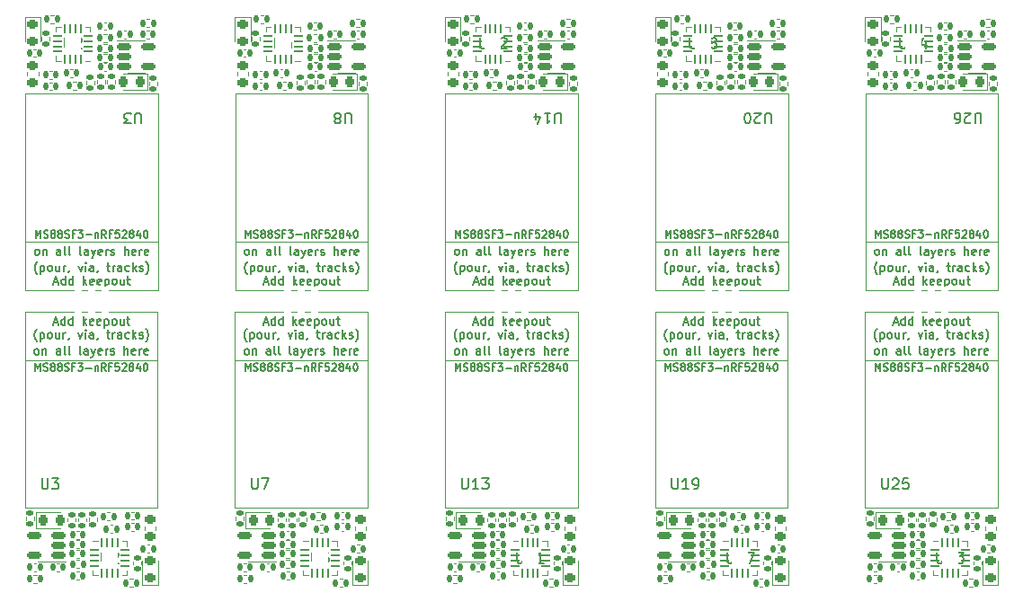
<source format=gbr>
G04 #@! TF.GenerationSoftware,KiCad,Pcbnew,(6.0.1)*
G04 #@! TF.CreationDate,2022-03-22T11:17:58+07:00*
G04 #@! TF.ProjectId,Kimiro,4b696d69-726f-42e6-9b69-6361645f7063,rev?*
G04 #@! TF.SameCoordinates,Original*
G04 #@! TF.FileFunction,Legend,Top*
G04 #@! TF.FilePolarity,Positive*
%FSLAX46Y46*%
G04 Gerber Fmt 4.6, Leading zero omitted, Abs format (unit mm)*
G04 Created by KiCad (PCBNEW (6.0.1)) date 2022-03-22 11:17:58*
%MOMM*%
%LPD*%
G01*
G04 APERTURE LIST*
G04 Aperture macros list*
%AMRoundRect*
0 Rectangle with rounded corners*
0 $1 Rounding radius*
0 $2 $3 $4 $5 $6 $7 $8 $9 X,Y pos of 4 corners*
0 Add a 4 corners polygon primitive as box body*
4,1,4,$2,$3,$4,$5,$6,$7,$8,$9,$2,$3,0*
0 Add four circle primitives for the rounded corners*
1,1,$1+$1,$2,$3*
1,1,$1+$1,$4,$5*
1,1,$1+$1,$6,$7*
1,1,$1+$1,$8,$9*
0 Add four rect primitives between the rounded corners*
20,1,$1+$1,$2,$3,$4,$5,0*
20,1,$1+$1,$4,$5,$6,$7,0*
20,1,$1+$1,$6,$7,$8,$9,0*
20,1,$1+$1,$8,$9,$2,$3,0*%
G04 Aperture macros list end*
%ADD10C,0.150000*%
%ADD11C,0.120000*%
%ADD12RoundRect,0.140000X0.140000X0.170000X-0.140000X0.170000X-0.140000X-0.170000X0.140000X-0.170000X0*%
%ADD13RoundRect,0.150000X-0.512500X-0.150000X0.512500X-0.150000X0.512500X0.150000X-0.512500X0.150000X0*%
%ADD14RoundRect,0.140000X-0.140000X-0.170000X0.140000X-0.170000X0.140000X0.170000X-0.140000X0.170000X0*%
%ADD15RoundRect,0.135000X-0.185000X0.135000X-0.185000X-0.135000X0.185000X-0.135000X0.185000X0.135000X0*%
%ADD16R,1.700000X1.700000*%
%ADD17O,1.700000X1.700000*%
%ADD18RoundRect,0.135000X-0.135000X-0.185000X0.135000X-0.185000X0.135000X0.185000X-0.135000X0.185000X0*%
%ADD19RoundRect,0.135000X0.185000X-0.135000X0.185000X0.135000X-0.185000X0.135000X-0.185000X-0.135000X0*%
%ADD20R,0.800000X0.350000*%
%ADD21R,0.350000X0.800000*%
%ADD22R,1.000000X1.500000*%
%ADD23R,0.600000X1.079000*%
%ADD24R,0.300000X1.079000*%
%ADD25O,1.000000X2.200000*%
%ADD26O,1.000000X1.800000*%
%ADD27RoundRect,0.218750X-0.256250X0.218750X-0.256250X-0.218750X0.256250X-0.218750X0.256250X0.218750X0*%
%ADD28RoundRect,0.062500X0.375000X0.062500X-0.375000X0.062500X-0.375000X-0.062500X0.375000X-0.062500X0*%
%ADD29RoundRect,0.062500X0.062500X0.375000X-0.062500X0.375000X-0.062500X-0.375000X0.062500X-0.375000X0*%
%ADD30R,1.600000X1.600000*%
%ADD31RoundRect,0.218750X0.218750X0.256250X-0.218750X0.256250X-0.218750X-0.256250X0.218750X-0.256250X0*%
%ADD32RoundRect,0.218750X0.256250X-0.218750X0.256250X0.218750X-0.256250X0.218750X-0.256250X-0.218750X0*%
%ADD33RoundRect,0.150000X0.512500X0.150000X-0.512500X0.150000X-0.512500X-0.150000X0.512500X-0.150000X0*%
%ADD34RoundRect,0.135000X0.135000X0.185000X-0.135000X0.185000X-0.135000X-0.185000X0.135000X-0.185000X0*%
%ADD35RoundRect,0.062500X-0.375000X-0.062500X0.375000X-0.062500X0.375000X0.062500X-0.375000X0.062500X0*%
%ADD36RoundRect,0.062500X-0.062500X-0.375000X0.062500X-0.375000X0.062500X0.375000X-0.062500X0.375000X0*%
%ADD37RoundRect,0.218750X-0.218750X-0.256250X0.218750X-0.256250X0.218750X0.256250X-0.218750X0.256250X0*%
%ADD38C,0.787400*%
G04 APERTURE END LIST*
D10*
X159984404Y-50316619D02*
X159984404Y-49507095D01*
X159936785Y-49411857D01*
X159889166Y-49364238D01*
X159793928Y-49316619D01*
X159603452Y-49316619D01*
X159508214Y-49364238D01*
X159460595Y-49411857D01*
X159412976Y-49507095D01*
X159412976Y-50316619D01*
X158984404Y-50221380D02*
X158936785Y-50269000D01*
X158841547Y-50316619D01*
X158603452Y-50316619D01*
X158508214Y-50269000D01*
X158460595Y-50221380D01*
X158412976Y-50126142D01*
X158412976Y-50030904D01*
X158460595Y-49888047D01*
X159032023Y-49316619D01*
X158412976Y-49316619D01*
X157555833Y-50316619D02*
X157746309Y-50316619D01*
X157841547Y-50269000D01*
X157889166Y-50221380D01*
X157984404Y-50078523D01*
X158032023Y-49888047D01*
X158032023Y-49507095D01*
X157984404Y-49411857D01*
X157936785Y-49364238D01*
X157841547Y-49316619D01*
X157651071Y-49316619D01*
X157555833Y-49364238D01*
X157508214Y-49411857D01*
X157460595Y-49507095D01*
X157460595Y-49745190D01*
X157508214Y-49840428D01*
X157555833Y-49888047D01*
X157651071Y-49935666D01*
X157841547Y-49935666D01*
X157936785Y-49888047D01*
X157984404Y-49840428D01*
X158032023Y-49745190D01*
X150053333Y-61085666D02*
X150053333Y-60385666D01*
X150286666Y-60885666D01*
X150520000Y-60385666D01*
X150520000Y-61085666D01*
X150820000Y-61052333D02*
X150920000Y-61085666D01*
X151086666Y-61085666D01*
X151153333Y-61052333D01*
X151186666Y-61019000D01*
X151220000Y-60952333D01*
X151220000Y-60885666D01*
X151186666Y-60819000D01*
X151153333Y-60785666D01*
X151086666Y-60752333D01*
X150953333Y-60719000D01*
X150886666Y-60685666D01*
X150853333Y-60652333D01*
X150820000Y-60585666D01*
X150820000Y-60519000D01*
X150853333Y-60452333D01*
X150886666Y-60419000D01*
X150953333Y-60385666D01*
X151120000Y-60385666D01*
X151220000Y-60419000D01*
X151620000Y-60685666D02*
X151553333Y-60652333D01*
X151520000Y-60619000D01*
X151486666Y-60552333D01*
X151486666Y-60519000D01*
X151520000Y-60452333D01*
X151553333Y-60419000D01*
X151620000Y-60385666D01*
X151753333Y-60385666D01*
X151820000Y-60419000D01*
X151853333Y-60452333D01*
X151886666Y-60519000D01*
X151886666Y-60552333D01*
X151853333Y-60619000D01*
X151820000Y-60652333D01*
X151753333Y-60685666D01*
X151620000Y-60685666D01*
X151553333Y-60719000D01*
X151520000Y-60752333D01*
X151486666Y-60819000D01*
X151486666Y-60952333D01*
X151520000Y-61019000D01*
X151553333Y-61052333D01*
X151620000Y-61085666D01*
X151753333Y-61085666D01*
X151820000Y-61052333D01*
X151853333Y-61019000D01*
X151886666Y-60952333D01*
X151886666Y-60819000D01*
X151853333Y-60752333D01*
X151820000Y-60719000D01*
X151753333Y-60685666D01*
X152286666Y-60685666D02*
X152220000Y-60652333D01*
X152186666Y-60619000D01*
X152153333Y-60552333D01*
X152153333Y-60519000D01*
X152186666Y-60452333D01*
X152220000Y-60419000D01*
X152286666Y-60385666D01*
X152420000Y-60385666D01*
X152486666Y-60419000D01*
X152520000Y-60452333D01*
X152553333Y-60519000D01*
X152553333Y-60552333D01*
X152520000Y-60619000D01*
X152486666Y-60652333D01*
X152420000Y-60685666D01*
X152286666Y-60685666D01*
X152220000Y-60719000D01*
X152186666Y-60752333D01*
X152153333Y-60819000D01*
X152153333Y-60952333D01*
X152186666Y-61019000D01*
X152220000Y-61052333D01*
X152286666Y-61085666D01*
X152420000Y-61085666D01*
X152486666Y-61052333D01*
X152520000Y-61019000D01*
X152553333Y-60952333D01*
X152553333Y-60819000D01*
X152520000Y-60752333D01*
X152486666Y-60719000D01*
X152420000Y-60685666D01*
X152820000Y-61052333D02*
X152920000Y-61085666D01*
X153086666Y-61085666D01*
X153153333Y-61052333D01*
X153186666Y-61019000D01*
X153220000Y-60952333D01*
X153220000Y-60885666D01*
X153186666Y-60819000D01*
X153153333Y-60785666D01*
X153086666Y-60752333D01*
X152953333Y-60719000D01*
X152886666Y-60685666D01*
X152853333Y-60652333D01*
X152820000Y-60585666D01*
X152820000Y-60519000D01*
X152853333Y-60452333D01*
X152886666Y-60419000D01*
X152953333Y-60385666D01*
X153120000Y-60385666D01*
X153220000Y-60419000D01*
X153753333Y-60719000D02*
X153520000Y-60719000D01*
X153520000Y-61085666D02*
X153520000Y-60385666D01*
X153853333Y-60385666D01*
X154053333Y-60385666D02*
X154486666Y-60385666D01*
X154253333Y-60652333D01*
X154353333Y-60652333D01*
X154420000Y-60685666D01*
X154453333Y-60719000D01*
X154486666Y-60785666D01*
X154486666Y-60952333D01*
X154453333Y-61019000D01*
X154420000Y-61052333D01*
X154353333Y-61085666D01*
X154153333Y-61085666D01*
X154086666Y-61052333D01*
X154053333Y-61019000D01*
X154786666Y-60819000D02*
X155320000Y-60819000D01*
X155653333Y-60619000D02*
X155653333Y-61085666D01*
X155653333Y-60685666D02*
X155686666Y-60652333D01*
X155753333Y-60619000D01*
X155853333Y-60619000D01*
X155920000Y-60652333D01*
X155953333Y-60719000D01*
X155953333Y-61085666D01*
X156686666Y-61085666D02*
X156453333Y-60752333D01*
X156286666Y-61085666D02*
X156286666Y-60385666D01*
X156553333Y-60385666D01*
X156620000Y-60419000D01*
X156653333Y-60452333D01*
X156686666Y-60519000D01*
X156686666Y-60619000D01*
X156653333Y-60685666D01*
X156620000Y-60719000D01*
X156553333Y-60752333D01*
X156286666Y-60752333D01*
X157220000Y-60719000D02*
X156986666Y-60719000D01*
X156986666Y-61085666D02*
X156986666Y-60385666D01*
X157320000Y-60385666D01*
X157920000Y-60385666D02*
X157586666Y-60385666D01*
X157553333Y-60719000D01*
X157586666Y-60685666D01*
X157653333Y-60652333D01*
X157820000Y-60652333D01*
X157886666Y-60685666D01*
X157920000Y-60719000D01*
X157953333Y-60785666D01*
X157953333Y-60952333D01*
X157920000Y-61019000D01*
X157886666Y-61052333D01*
X157820000Y-61085666D01*
X157653333Y-61085666D01*
X157586666Y-61052333D01*
X157553333Y-61019000D01*
X158220000Y-60452333D02*
X158253333Y-60419000D01*
X158320000Y-60385666D01*
X158486666Y-60385666D01*
X158553333Y-60419000D01*
X158586666Y-60452333D01*
X158620000Y-60519000D01*
X158620000Y-60585666D01*
X158586666Y-60685666D01*
X158186666Y-61085666D01*
X158620000Y-61085666D01*
X159020000Y-60685666D02*
X158953333Y-60652333D01*
X158920000Y-60619000D01*
X158886666Y-60552333D01*
X158886666Y-60519000D01*
X158920000Y-60452333D01*
X158953333Y-60419000D01*
X159020000Y-60385666D01*
X159153333Y-60385666D01*
X159220000Y-60419000D01*
X159253333Y-60452333D01*
X159286666Y-60519000D01*
X159286666Y-60552333D01*
X159253333Y-60619000D01*
X159220000Y-60652333D01*
X159153333Y-60685666D01*
X159020000Y-60685666D01*
X158953333Y-60719000D01*
X158920000Y-60752333D01*
X158886666Y-60819000D01*
X158886666Y-60952333D01*
X158920000Y-61019000D01*
X158953333Y-61052333D01*
X159020000Y-61085666D01*
X159153333Y-61085666D01*
X159220000Y-61052333D01*
X159253333Y-61019000D01*
X159286666Y-60952333D01*
X159286666Y-60819000D01*
X159253333Y-60752333D01*
X159220000Y-60719000D01*
X159153333Y-60685666D01*
X159886666Y-60619000D02*
X159886666Y-61085666D01*
X159720000Y-60352333D02*
X159553333Y-60852333D01*
X159986666Y-60852333D01*
X160386666Y-60385666D02*
X160453333Y-60385666D01*
X160520000Y-60419000D01*
X160553333Y-60452333D01*
X160586666Y-60519000D01*
X160620000Y-60652333D01*
X160620000Y-60819000D01*
X160586666Y-60952333D01*
X160553333Y-61019000D01*
X160520000Y-61052333D01*
X160453333Y-61085666D01*
X160386666Y-61085666D01*
X160320000Y-61052333D01*
X160286666Y-61019000D01*
X160253333Y-60952333D01*
X160220000Y-60819000D01*
X160220000Y-60652333D01*
X160253333Y-60519000D01*
X160286666Y-60452333D01*
X160320000Y-60419000D01*
X160386666Y-60385666D01*
X151777142Y-65284333D02*
X152158095Y-65284333D01*
X151700952Y-65512904D02*
X151967619Y-64712904D01*
X152234285Y-65512904D01*
X152843809Y-65512904D02*
X152843809Y-64712904D01*
X152843809Y-65474809D02*
X152767619Y-65512904D01*
X152615238Y-65512904D01*
X152539047Y-65474809D01*
X152500952Y-65436714D01*
X152462857Y-65360523D01*
X152462857Y-65131952D01*
X152500952Y-65055761D01*
X152539047Y-65017666D01*
X152615238Y-64979571D01*
X152767619Y-64979571D01*
X152843809Y-65017666D01*
X153567619Y-65512904D02*
X153567619Y-64712904D01*
X153567619Y-65474809D02*
X153491428Y-65512904D01*
X153339047Y-65512904D01*
X153262857Y-65474809D01*
X153224761Y-65436714D01*
X153186666Y-65360523D01*
X153186666Y-65131952D01*
X153224761Y-65055761D01*
X153262857Y-65017666D01*
X153339047Y-64979571D01*
X153491428Y-64979571D01*
X153567619Y-65017666D01*
X154558095Y-65512904D02*
X154558095Y-64712904D01*
X154634285Y-65208142D02*
X154862857Y-65512904D01*
X154862857Y-64979571D02*
X154558095Y-65284333D01*
X155510476Y-65474809D02*
X155434285Y-65512904D01*
X155281904Y-65512904D01*
X155205714Y-65474809D01*
X155167619Y-65398619D01*
X155167619Y-65093857D01*
X155205714Y-65017666D01*
X155281904Y-64979571D01*
X155434285Y-64979571D01*
X155510476Y-65017666D01*
X155548571Y-65093857D01*
X155548571Y-65170047D01*
X155167619Y-65246238D01*
X156196190Y-65474809D02*
X156120000Y-65512904D01*
X155967619Y-65512904D01*
X155891428Y-65474809D01*
X155853333Y-65398619D01*
X155853333Y-65093857D01*
X155891428Y-65017666D01*
X155967619Y-64979571D01*
X156120000Y-64979571D01*
X156196190Y-65017666D01*
X156234285Y-65093857D01*
X156234285Y-65170047D01*
X155853333Y-65246238D01*
X156577142Y-64979571D02*
X156577142Y-65779571D01*
X156577142Y-65017666D02*
X156653333Y-64979571D01*
X156805714Y-64979571D01*
X156881904Y-65017666D01*
X156920000Y-65055761D01*
X156958095Y-65131952D01*
X156958095Y-65360523D01*
X156920000Y-65436714D01*
X156881904Y-65474809D01*
X156805714Y-65512904D01*
X156653333Y-65512904D01*
X156577142Y-65474809D01*
X157415238Y-65512904D02*
X157339047Y-65474809D01*
X157300952Y-65436714D01*
X157262857Y-65360523D01*
X157262857Y-65131952D01*
X157300952Y-65055761D01*
X157339047Y-65017666D01*
X157415238Y-64979571D01*
X157529523Y-64979571D01*
X157605714Y-65017666D01*
X157643809Y-65055761D01*
X157681904Y-65131952D01*
X157681904Y-65360523D01*
X157643809Y-65436714D01*
X157605714Y-65474809D01*
X157529523Y-65512904D01*
X157415238Y-65512904D01*
X158367619Y-64979571D02*
X158367619Y-65512904D01*
X158024761Y-64979571D02*
X158024761Y-65398619D01*
X158062857Y-65474809D01*
X158139047Y-65512904D01*
X158253333Y-65512904D01*
X158329523Y-65474809D01*
X158367619Y-65436714D01*
X158634285Y-64979571D02*
X158939047Y-64979571D01*
X158748571Y-64712904D02*
X158748571Y-65398619D01*
X158786666Y-65474809D01*
X158862857Y-65512904D01*
X158939047Y-65512904D01*
X150120000Y-62718904D02*
X150043809Y-62680809D01*
X150005714Y-62642714D01*
X149967619Y-62566523D01*
X149967619Y-62337952D01*
X150005714Y-62261761D01*
X150043809Y-62223666D01*
X150120000Y-62185571D01*
X150234285Y-62185571D01*
X150310476Y-62223666D01*
X150348571Y-62261761D01*
X150386666Y-62337952D01*
X150386666Y-62566523D01*
X150348571Y-62642714D01*
X150310476Y-62680809D01*
X150234285Y-62718904D01*
X150120000Y-62718904D01*
X150729523Y-62185571D02*
X150729523Y-62718904D01*
X150729523Y-62261761D02*
X150767619Y-62223666D01*
X150843809Y-62185571D01*
X150958095Y-62185571D01*
X151034285Y-62223666D01*
X151072380Y-62299857D01*
X151072380Y-62718904D01*
X152405714Y-62718904D02*
X152405714Y-62299857D01*
X152367619Y-62223666D01*
X152291428Y-62185571D01*
X152139047Y-62185571D01*
X152062857Y-62223666D01*
X152405714Y-62680809D02*
X152329523Y-62718904D01*
X152139047Y-62718904D01*
X152062857Y-62680809D01*
X152024761Y-62604619D01*
X152024761Y-62528428D01*
X152062857Y-62452238D01*
X152139047Y-62414142D01*
X152329523Y-62414142D01*
X152405714Y-62376047D01*
X152900952Y-62718904D02*
X152824761Y-62680809D01*
X152786666Y-62604619D01*
X152786666Y-61918904D01*
X153320000Y-62718904D02*
X153243809Y-62680809D01*
X153205714Y-62604619D01*
X153205714Y-61918904D01*
X154348571Y-62718904D02*
X154272380Y-62680809D01*
X154234285Y-62604619D01*
X154234285Y-61918904D01*
X154996190Y-62718904D02*
X154996190Y-62299857D01*
X154958095Y-62223666D01*
X154881904Y-62185571D01*
X154729523Y-62185571D01*
X154653333Y-62223666D01*
X154996190Y-62680809D02*
X154920000Y-62718904D01*
X154729523Y-62718904D01*
X154653333Y-62680809D01*
X154615238Y-62604619D01*
X154615238Y-62528428D01*
X154653333Y-62452238D01*
X154729523Y-62414142D01*
X154920000Y-62414142D01*
X154996190Y-62376047D01*
X155300952Y-62185571D02*
X155491428Y-62718904D01*
X155681904Y-62185571D02*
X155491428Y-62718904D01*
X155415238Y-62909380D01*
X155377142Y-62947476D01*
X155300952Y-62985571D01*
X156291428Y-62680809D02*
X156215238Y-62718904D01*
X156062857Y-62718904D01*
X155986666Y-62680809D01*
X155948571Y-62604619D01*
X155948571Y-62299857D01*
X155986666Y-62223666D01*
X156062857Y-62185571D01*
X156215238Y-62185571D01*
X156291428Y-62223666D01*
X156329523Y-62299857D01*
X156329523Y-62376047D01*
X155948571Y-62452238D01*
X156672380Y-62718904D02*
X156672380Y-62185571D01*
X156672380Y-62337952D02*
X156710476Y-62261761D01*
X156748571Y-62223666D01*
X156824761Y-62185571D01*
X156900952Y-62185571D01*
X157129523Y-62680809D02*
X157205714Y-62718904D01*
X157358095Y-62718904D01*
X157434285Y-62680809D01*
X157472380Y-62604619D01*
X157472380Y-62566523D01*
X157434285Y-62490333D01*
X157358095Y-62452238D01*
X157243809Y-62452238D01*
X157167619Y-62414142D01*
X157129523Y-62337952D01*
X157129523Y-62299857D01*
X157167619Y-62223666D01*
X157243809Y-62185571D01*
X157358095Y-62185571D01*
X157434285Y-62223666D01*
X158424761Y-62718904D02*
X158424761Y-61918904D01*
X158767619Y-62718904D02*
X158767619Y-62299857D01*
X158729523Y-62223666D01*
X158653333Y-62185571D01*
X158539047Y-62185571D01*
X158462857Y-62223666D01*
X158424761Y-62261761D01*
X159453333Y-62680809D02*
X159377142Y-62718904D01*
X159224761Y-62718904D01*
X159148571Y-62680809D01*
X159110476Y-62604619D01*
X159110476Y-62299857D01*
X159148571Y-62223666D01*
X159224761Y-62185571D01*
X159377142Y-62185571D01*
X159453333Y-62223666D01*
X159491428Y-62299857D01*
X159491428Y-62376047D01*
X159110476Y-62452238D01*
X159834285Y-62718904D02*
X159834285Y-62185571D01*
X159834285Y-62337952D02*
X159872380Y-62261761D01*
X159910476Y-62223666D01*
X159986666Y-62185571D01*
X160062857Y-62185571D01*
X160634285Y-62680809D02*
X160558095Y-62718904D01*
X160405714Y-62718904D01*
X160329523Y-62680809D01*
X160291428Y-62604619D01*
X160291428Y-62299857D01*
X160329523Y-62223666D01*
X160405714Y-62185571D01*
X160558095Y-62185571D01*
X160634285Y-62223666D01*
X160672380Y-62299857D01*
X160672380Y-62376047D01*
X160291428Y-62452238D01*
X150196190Y-64547666D02*
X150158095Y-64509571D01*
X150081904Y-64395285D01*
X150043809Y-64319095D01*
X150005714Y-64204809D01*
X149967619Y-64014333D01*
X149967619Y-63861952D01*
X150005714Y-63671476D01*
X150043809Y-63557190D01*
X150081904Y-63481000D01*
X150158095Y-63366714D01*
X150196190Y-63328619D01*
X150500952Y-63709571D02*
X150500952Y-64509571D01*
X150500952Y-63747666D02*
X150577142Y-63709571D01*
X150729523Y-63709571D01*
X150805714Y-63747666D01*
X150843809Y-63785761D01*
X150881904Y-63861952D01*
X150881904Y-64090523D01*
X150843809Y-64166714D01*
X150805714Y-64204809D01*
X150729523Y-64242904D01*
X150577142Y-64242904D01*
X150500952Y-64204809D01*
X151339047Y-64242904D02*
X151262857Y-64204809D01*
X151224761Y-64166714D01*
X151186666Y-64090523D01*
X151186666Y-63861952D01*
X151224761Y-63785761D01*
X151262857Y-63747666D01*
X151339047Y-63709571D01*
X151453333Y-63709571D01*
X151529523Y-63747666D01*
X151567619Y-63785761D01*
X151605714Y-63861952D01*
X151605714Y-64090523D01*
X151567619Y-64166714D01*
X151529523Y-64204809D01*
X151453333Y-64242904D01*
X151339047Y-64242904D01*
X152291428Y-63709571D02*
X152291428Y-64242904D01*
X151948571Y-63709571D02*
X151948571Y-64128619D01*
X151986666Y-64204809D01*
X152062857Y-64242904D01*
X152177142Y-64242904D01*
X152253333Y-64204809D01*
X152291428Y-64166714D01*
X152672380Y-64242904D02*
X152672380Y-63709571D01*
X152672380Y-63861952D02*
X152710476Y-63785761D01*
X152748571Y-63747666D01*
X152824761Y-63709571D01*
X152900952Y-63709571D01*
X153205714Y-64204809D02*
X153205714Y-64242904D01*
X153167619Y-64319095D01*
X153129523Y-64357190D01*
X154081904Y-63709571D02*
X154272380Y-64242904D01*
X154462857Y-63709571D01*
X154767619Y-64242904D02*
X154767619Y-63709571D01*
X154767619Y-63442904D02*
X154729523Y-63481000D01*
X154767619Y-63519095D01*
X154805714Y-63481000D01*
X154767619Y-63442904D01*
X154767619Y-63519095D01*
X155491428Y-64242904D02*
X155491428Y-63823857D01*
X155453333Y-63747666D01*
X155377142Y-63709571D01*
X155224761Y-63709571D01*
X155148571Y-63747666D01*
X155491428Y-64204809D02*
X155415238Y-64242904D01*
X155224761Y-64242904D01*
X155148571Y-64204809D01*
X155110476Y-64128619D01*
X155110476Y-64052428D01*
X155148571Y-63976238D01*
X155224761Y-63938142D01*
X155415238Y-63938142D01*
X155491428Y-63900047D01*
X155910476Y-64204809D02*
X155910476Y-64242904D01*
X155872380Y-64319095D01*
X155834285Y-64357190D01*
X156748571Y-63709571D02*
X157053333Y-63709571D01*
X156862857Y-63442904D02*
X156862857Y-64128619D01*
X156900952Y-64204809D01*
X156977142Y-64242904D01*
X157053333Y-64242904D01*
X157320000Y-64242904D02*
X157320000Y-63709571D01*
X157320000Y-63861952D02*
X157358095Y-63785761D01*
X157396190Y-63747666D01*
X157472380Y-63709571D01*
X157548571Y-63709571D01*
X158158095Y-64242904D02*
X158158095Y-63823857D01*
X158120000Y-63747666D01*
X158043809Y-63709571D01*
X157891428Y-63709571D01*
X157815238Y-63747666D01*
X158158095Y-64204809D02*
X158081904Y-64242904D01*
X157891428Y-64242904D01*
X157815238Y-64204809D01*
X157777142Y-64128619D01*
X157777142Y-64052428D01*
X157815238Y-63976238D01*
X157891428Y-63938142D01*
X158081904Y-63938142D01*
X158158095Y-63900047D01*
X158881904Y-64204809D02*
X158805714Y-64242904D01*
X158653333Y-64242904D01*
X158577142Y-64204809D01*
X158539047Y-64166714D01*
X158500952Y-64090523D01*
X158500952Y-63861952D01*
X158539047Y-63785761D01*
X158577142Y-63747666D01*
X158653333Y-63709571D01*
X158805714Y-63709571D01*
X158881904Y-63747666D01*
X159224761Y-64242904D02*
X159224761Y-63442904D01*
X159300952Y-63938142D02*
X159529523Y-64242904D01*
X159529523Y-63709571D02*
X159224761Y-64014333D01*
X159834285Y-64204809D02*
X159910476Y-64242904D01*
X160062857Y-64242904D01*
X160139047Y-64204809D01*
X160177142Y-64128619D01*
X160177142Y-64090523D01*
X160139047Y-64014333D01*
X160062857Y-63976238D01*
X159948571Y-63976238D01*
X159872380Y-63938142D01*
X159834285Y-63861952D01*
X159834285Y-63823857D01*
X159872380Y-63747666D01*
X159948571Y-63709571D01*
X160062857Y-63709571D01*
X160139047Y-63747666D01*
X160443809Y-64547666D02*
X160481904Y-64509571D01*
X160558095Y-64395285D01*
X160596190Y-64319095D01*
X160634285Y-64204809D01*
X160672380Y-64014333D01*
X160672380Y-63861952D01*
X160634285Y-63671476D01*
X160596190Y-63557190D01*
X160558095Y-63481000D01*
X160481904Y-63366714D01*
X160443809Y-63328619D01*
X152329304Y-42251380D02*
X152329304Y-43060904D01*
X152376923Y-43156142D01*
X152424542Y-43203761D01*
X152519780Y-43251380D01*
X152710257Y-43251380D01*
X152805495Y-43203761D01*
X152853114Y-43156142D01*
X152900733Y-43060904D01*
X152900733Y-42251380D01*
X153329304Y-42346619D02*
X153376923Y-42299000D01*
X153472161Y-42251380D01*
X153710257Y-42251380D01*
X153805495Y-42299000D01*
X153853114Y-42346619D01*
X153900733Y-42441857D01*
X153900733Y-42537095D01*
X153853114Y-42679952D01*
X153281685Y-43251380D01*
X153900733Y-43251380D01*
X154757876Y-42584714D02*
X154757876Y-43251380D01*
X154519780Y-42203761D02*
X154281685Y-42918047D01*
X154900733Y-42918047D01*
X150634395Y-83763380D02*
X150634395Y-84572904D01*
X150682014Y-84668142D01*
X150729633Y-84715761D01*
X150824871Y-84763380D01*
X151015347Y-84763380D01*
X151110585Y-84715761D01*
X151158204Y-84668142D01*
X151205823Y-84572904D01*
X151205823Y-83763380D01*
X151634395Y-83858619D02*
X151682014Y-83811000D01*
X151777252Y-83763380D01*
X152015347Y-83763380D01*
X152110585Y-83811000D01*
X152158204Y-83858619D01*
X152205823Y-83953857D01*
X152205823Y-84049095D01*
X152158204Y-84191952D01*
X151586776Y-84763380D01*
X152205823Y-84763380D01*
X153110585Y-83763380D02*
X152634395Y-83763380D01*
X152586776Y-84239571D01*
X152634395Y-84191952D01*
X152729633Y-84144333D01*
X152967728Y-84144333D01*
X153062966Y-84191952D01*
X153110585Y-84239571D01*
X153158204Y-84334809D01*
X153158204Y-84572904D01*
X153110585Y-84668142D01*
X153062966Y-84715761D01*
X152967728Y-84763380D01*
X152729633Y-84763380D01*
X152634395Y-84715761D01*
X152586776Y-84668142D01*
X150032133Y-73627666D02*
X150032133Y-72927666D01*
X150265466Y-73427666D01*
X150498800Y-72927666D01*
X150498800Y-73627666D01*
X150798800Y-73594333D02*
X150898800Y-73627666D01*
X151065466Y-73627666D01*
X151132133Y-73594333D01*
X151165466Y-73561000D01*
X151198800Y-73494333D01*
X151198800Y-73427666D01*
X151165466Y-73361000D01*
X151132133Y-73327666D01*
X151065466Y-73294333D01*
X150932133Y-73261000D01*
X150865466Y-73227666D01*
X150832133Y-73194333D01*
X150798800Y-73127666D01*
X150798800Y-73061000D01*
X150832133Y-72994333D01*
X150865466Y-72961000D01*
X150932133Y-72927666D01*
X151098800Y-72927666D01*
X151198800Y-72961000D01*
X151598800Y-73227666D02*
X151532133Y-73194333D01*
X151498800Y-73161000D01*
X151465466Y-73094333D01*
X151465466Y-73061000D01*
X151498800Y-72994333D01*
X151532133Y-72961000D01*
X151598800Y-72927666D01*
X151732133Y-72927666D01*
X151798800Y-72961000D01*
X151832133Y-72994333D01*
X151865466Y-73061000D01*
X151865466Y-73094333D01*
X151832133Y-73161000D01*
X151798800Y-73194333D01*
X151732133Y-73227666D01*
X151598800Y-73227666D01*
X151532133Y-73261000D01*
X151498800Y-73294333D01*
X151465466Y-73361000D01*
X151465466Y-73494333D01*
X151498800Y-73561000D01*
X151532133Y-73594333D01*
X151598800Y-73627666D01*
X151732133Y-73627666D01*
X151798800Y-73594333D01*
X151832133Y-73561000D01*
X151865466Y-73494333D01*
X151865466Y-73361000D01*
X151832133Y-73294333D01*
X151798800Y-73261000D01*
X151732133Y-73227666D01*
X152265466Y-73227666D02*
X152198800Y-73194333D01*
X152165466Y-73161000D01*
X152132133Y-73094333D01*
X152132133Y-73061000D01*
X152165466Y-72994333D01*
X152198800Y-72961000D01*
X152265466Y-72927666D01*
X152398800Y-72927666D01*
X152465466Y-72961000D01*
X152498800Y-72994333D01*
X152532133Y-73061000D01*
X152532133Y-73094333D01*
X152498800Y-73161000D01*
X152465466Y-73194333D01*
X152398800Y-73227666D01*
X152265466Y-73227666D01*
X152198800Y-73261000D01*
X152165466Y-73294333D01*
X152132133Y-73361000D01*
X152132133Y-73494333D01*
X152165466Y-73561000D01*
X152198800Y-73594333D01*
X152265466Y-73627666D01*
X152398800Y-73627666D01*
X152465466Y-73594333D01*
X152498800Y-73561000D01*
X152532133Y-73494333D01*
X152532133Y-73361000D01*
X152498800Y-73294333D01*
X152465466Y-73261000D01*
X152398800Y-73227666D01*
X152798800Y-73594333D02*
X152898800Y-73627666D01*
X153065466Y-73627666D01*
X153132133Y-73594333D01*
X153165466Y-73561000D01*
X153198800Y-73494333D01*
X153198800Y-73427666D01*
X153165466Y-73361000D01*
X153132133Y-73327666D01*
X153065466Y-73294333D01*
X152932133Y-73261000D01*
X152865466Y-73227666D01*
X152832133Y-73194333D01*
X152798800Y-73127666D01*
X152798800Y-73061000D01*
X152832133Y-72994333D01*
X152865466Y-72961000D01*
X152932133Y-72927666D01*
X153098800Y-72927666D01*
X153198800Y-72961000D01*
X153732133Y-73261000D02*
X153498800Y-73261000D01*
X153498800Y-73627666D02*
X153498800Y-72927666D01*
X153832133Y-72927666D01*
X154032133Y-72927666D02*
X154465466Y-72927666D01*
X154232133Y-73194333D01*
X154332133Y-73194333D01*
X154398800Y-73227666D01*
X154432133Y-73261000D01*
X154465466Y-73327666D01*
X154465466Y-73494333D01*
X154432133Y-73561000D01*
X154398800Y-73594333D01*
X154332133Y-73627666D01*
X154132133Y-73627666D01*
X154065466Y-73594333D01*
X154032133Y-73561000D01*
X154765466Y-73361000D02*
X155298800Y-73361000D01*
X155632133Y-73161000D02*
X155632133Y-73627666D01*
X155632133Y-73227666D02*
X155665466Y-73194333D01*
X155732133Y-73161000D01*
X155832133Y-73161000D01*
X155898800Y-73194333D01*
X155932133Y-73261000D01*
X155932133Y-73627666D01*
X156665466Y-73627666D02*
X156432133Y-73294333D01*
X156265466Y-73627666D02*
X156265466Y-72927666D01*
X156532133Y-72927666D01*
X156598800Y-72961000D01*
X156632133Y-72994333D01*
X156665466Y-73061000D01*
X156665466Y-73161000D01*
X156632133Y-73227666D01*
X156598800Y-73261000D01*
X156532133Y-73294333D01*
X156265466Y-73294333D01*
X157198800Y-73261000D02*
X156965466Y-73261000D01*
X156965466Y-73627666D02*
X156965466Y-72927666D01*
X157298800Y-72927666D01*
X157898800Y-72927666D02*
X157565466Y-72927666D01*
X157532133Y-73261000D01*
X157565466Y-73227666D01*
X157632133Y-73194333D01*
X157798800Y-73194333D01*
X157865466Y-73227666D01*
X157898800Y-73261000D01*
X157932133Y-73327666D01*
X157932133Y-73494333D01*
X157898800Y-73561000D01*
X157865466Y-73594333D01*
X157798800Y-73627666D01*
X157632133Y-73627666D01*
X157565466Y-73594333D01*
X157532133Y-73561000D01*
X158198800Y-72994333D02*
X158232133Y-72961000D01*
X158298800Y-72927666D01*
X158465466Y-72927666D01*
X158532133Y-72961000D01*
X158565466Y-72994333D01*
X158598800Y-73061000D01*
X158598800Y-73127666D01*
X158565466Y-73227666D01*
X158165466Y-73627666D01*
X158598800Y-73627666D01*
X158998800Y-73227666D02*
X158932133Y-73194333D01*
X158898800Y-73161000D01*
X158865466Y-73094333D01*
X158865466Y-73061000D01*
X158898800Y-72994333D01*
X158932133Y-72961000D01*
X158998800Y-72927666D01*
X159132133Y-72927666D01*
X159198800Y-72961000D01*
X159232133Y-72994333D01*
X159265466Y-73061000D01*
X159265466Y-73094333D01*
X159232133Y-73161000D01*
X159198800Y-73194333D01*
X159132133Y-73227666D01*
X158998800Y-73227666D01*
X158932133Y-73261000D01*
X158898800Y-73294333D01*
X158865466Y-73361000D01*
X158865466Y-73494333D01*
X158898800Y-73561000D01*
X158932133Y-73594333D01*
X158998800Y-73627666D01*
X159132133Y-73627666D01*
X159198800Y-73594333D01*
X159232133Y-73561000D01*
X159265466Y-73494333D01*
X159265466Y-73361000D01*
X159232133Y-73294333D01*
X159198800Y-73261000D01*
X159132133Y-73227666D01*
X159865466Y-73161000D02*
X159865466Y-73627666D01*
X159698800Y-72894333D02*
X159532133Y-73394333D01*
X159965466Y-73394333D01*
X160365466Y-72927666D02*
X160432133Y-72927666D01*
X160498800Y-72961000D01*
X160532133Y-72994333D01*
X160565466Y-73061000D01*
X160598800Y-73194333D01*
X160598800Y-73361000D01*
X160565466Y-73494333D01*
X160532133Y-73561000D01*
X160498800Y-73594333D01*
X160432133Y-73627666D01*
X160365466Y-73627666D01*
X160298800Y-73594333D01*
X160265466Y-73561000D01*
X160232133Y-73494333D01*
X160198800Y-73361000D01*
X160198800Y-73194333D01*
X160232133Y-73061000D01*
X160265466Y-72994333D01*
X160298800Y-72961000D01*
X160365466Y-72927666D01*
X151755942Y-69062333D02*
X152136895Y-69062333D01*
X151679752Y-69290904D02*
X151946419Y-68490904D01*
X152213085Y-69290904D01*
X152822609Y-69290904D02*
X152822609Y-68490904D01*
X152822609Y-69252809D02*
X152746419Y-69290904D01*
X152594038Y-69290904D01*
X152517847Y-69252809D01*
X152479752Y-69214714D01*
X152441657Y-69138523D01*
X152441657Y-68909952D01*
X152479752Y-68833761D01*
X152517847Y-68795666D01*
X152594038Y-68757571D01*
X152746419Y-68757571D01*
X152822609Y-68795666D01*
X153546419Y-69290904D02*
X153546419Y-68490904D01*
X153546419Y-69252809D02*
X153470228Y-69290904D01*
X153317847Y-69290904D01*
X153241657Y-69252809D01*
X153203561Y-69214714D01*
X153165466Y-69138523D01*
X153165466Y-68909952D01*
X153203561Y-68833761D01*
X153241657Y-68795666D01*
X153317847Y-68757571D01*
X153470228Y-68757571D01*
X153546419Y-68795666D01*
X154536895Y-69290904D02*
X154536895Y-68490904D01*
X154613085Y-68986142D02*
X154841657Y-69290904D01*
X154841657Y-68757571D02*
X154536895Y-69062333D01*
X155489276Y-69252809D02*
X155413085Y-69290904D01*
X155260704Y-69290904D01*
X155184514Y-69252809D01*
X155146419Y-69176619D01*
X155146419Y-68871857D01*
X155184514Y-68795666D01*
X155260704Y-68757571D01*
X155413085Y-68757571D01*
X155489276Y-68795666D01*
X155527371Y-68871857D01*
X155527371Y-68948047D01*
X155146419Y-69024238D01*
X156174990Y-69252809D02*
X156098800Y-69290904D01*
X155946419Y-69290904D01*
X155870228Y-69252809D01*
X155832133Y-69176619D01*
X155832133Y-68871857D01*
X155870228Y-68795666D01*
X155946419Y-68757571D01*
X156098800Y-68757571D01*
X156174990Y-68795666D01*
X156213085Y-68871857D01*
X156213085Y-68948047D01*
X155832133Y-69024238D01*
X156555942Y-68757571D02*
X156555942Y-69557571D01*
X156555942Y-68795666D02*
X156632133Y-68757571D01*
X156784514Y-68757571D01*
X156860704Y-68795666D01*
X156898800Y-68833761D01*
X156936895Y-68909952D01*
X156936895Y-69138523D01*
X156898800Y-69214714D01*
X156860704Y-69252809D01*
X156784514Y-69290904D01*
X156632133Y-69290904D01*
X156555942Y-69252809D01*
X157394038Y-69290904D02*
X157317847Y-69252809D01*
X157279752Y-69214714D01*
X157241657Y-69138523D01*
X157241657Y-68909952D01*
X157279752Y-68833761D01*
X157317847Y-68795666D01*
X157394038Y-68757571D01*
X157508323Y-68757571D01*
X157584514Y-68795666D01*
X157622609Y-68833761D01*
X157660704Y-68909952D01*
X157660704Y-69138523D01*
X157622609Y-69214714D01*
X157584514Y-69252809D01*
X157508323Y-69290904D01*
X157394038Y-69290904D01*
X158346419Y-68757571D02*
X158346419Y-69290904D01*
X158003561Y-68757571D02*
X158003561Y-69176619D01*
X158041657Y-69252809D01*
X158117847Y-69290904D01*
X158232133Y-69290904D01*
X158308323Y-69252809D01*
X158346419Y-69214714D01*
X158613085Y-68757571D02*
X158917847Y-68757571D01*
X158727371Y-68490904D02*
X158727371Y-69176619D01*
X158765466Y-69252809D01*
X158841657Y-69290904D01*
X158917847Y-69290904D01*
X150098800Y-72084904D02*
X150022609Y-72046809D01*
X149984514Y-72008714D01*
X149946419Y-71932523D01*
X149946419Y-71703952D01*
X149984514Y-71627761D01*
X150022609Y-71589666D01*
X150098800Y-71551571D01*
X150213085Y-71551571D01*
X150289276Y-71589666D01*
X150327371Y-71627761D01*
X150365466Y-71703952D01*
X150365466Y-71932523D01*
X150327371Y-72008714D01*
X150289276Y-72046809D01*
X150213085Y-72084904D01*
X150098800Y-72084904D01*
X150708323Y-71551571D02*
X150708323Y-72084904D01*
X150708323Y-71627761D02*
X150746419Y-71589666D01*
X150822609Y-71551571D01*
X150936895Y-71551571D01*
X151013085Y-71589666D01*
X151051180Y-71665857D01*
X151051180Y-72084904D01*
X152384514Y-72084904D02*
X152384514Y-71665857D01*
X152346419Y-71589666D01*
X152270228Y-71551571D01*
X152117847Y-71551571D01*
X152041657Y-71589666D01*
X152384514Y-72046809D02*
X152308323Y-72084904D01*
X152117847Y-72084904D01*
X152041657Y-72046809D01*
X152003561Y-71970619D01*
X152003561Y-71894428D01*
X152041657Y-71818238D01*
X152117847Y-71780142D01*
X152308323Y-71780142D01*
X152384514Y-71742047D01*
X152879752Y-72084904D02*
X152803561Y-72046809D01*
X152765466Y-71970619D01*
X152765466Y-71284904D01*
X153298800Y-72084904D02*
X153222609Y-72046809D01*
X153184514Y-71970619D01*
X153184514Y-71284904D01*
X154327371Y-72084904D02*
X154251180Y-72046809D01*
X154213085Y-71970619D01*
X154213085Y-71284904D01*
X154974990Y-72084904D02*
X154974990Y-71665857D01*
X154936895Y-71589666D01*
X154860704Y-71551571D01*
X154708323Y-71551571D01*
X154632133Y-71589666D01*
X154974990Y-72046809D02*
X154898800Y-72084904D01*
X154708323Y-72084904D01*
X154632133Y-72046809D01*
X154594038Y-71970619D01*
X154594038Y-71894428D01*
X154632133Y-71818238D01*
X154708323Y-71780142D01*
X154898800Y-71780142D01*
X154974990Y-71742047D01*
X155279752Y-71551571D02*
X155470228Y-72084904D01*
X155660704Y-71551571D02*
X155470228Y-72084904D01*
X155394038Y-72275380D01*
X155355942Y-72313476D01*
X155279752Y-72351571D01*
X156270228Y-72046809D02*
X156194038Y-72084904D01*
X156041657Y-72084904D01*
X155965466Y-72046809D01*
X155927371Y-71970619D01*
X155927371Y-71665857D01*
X155965466Y-71589666D01*
X156041657Y-71551571D01*
X156194038Y-71551571D01*
X156270228Y-71589666D01*
X156308323Y-71665857D01*
X156308323Y-71742047D01*
X155927371Y-71818238D01*
X156651180Y-72084904D02*
X156651180Y-71551571D01*
X156651180Y-71703952D02*
X156689276Y-71627761D01*
X156727371Y-71589666D01*
X156803561Y-71551571D01*
X156879752Y-71551571D01*
X157108323Y-72046809D02*
X157184514Y-72084904D01*
X157336895Y-72084904D01*
X157413085Y-72046809D01*
X157451180Y-71970619D01*
X157451180Y-71932523D01*
X157413085Y-71856333D01*
X157336895Y-71818238D01*
X157222609Y-71818238D01*
X157146419Y-71780142D01*
X157108323Y-71703952D01*
X157108323Y-71665857D01*
X157146419Y-71589666D01*
X157222609Y-71551571D01*
X157336895Y-71551571D01*
X157413085Y-71589666D01*
X158403561Y-72084904D02*
X158403561Y-71284904D01*
X158746419Y-72084904D02*
X158746419Y-71665857D01*
X158708323Y-71589666D01*
X158632133Y-71551571D01*
X158517847Y-71551571D01*
X158441657Y-71589666D01*
X158403561Y-71627761D01*
X159432133Y-72046809D02*
X159355942Y-72084904D01*
X159203561Y-72084904D01*
X159127371Y-72046809D01*
X159089276Y-71970619D01*
X159089276Y-71665857D01*
X159127371Y-71589666D01*
X159203561Y-71551571D01*
X159355942Y-71551571D01*
X159432133Y-71589666D01*
X159470228Y-71665857D01*
X159470228Y-71742047D01*
X159089276Y-71818238D01*
X159813085Y-72084904D02*
X159813085Y-71551571D01*
X159813085Y-71703952D02*
X159851180Y-71627761D01*
X159889276Y-71589666D01*
X159965466Y-71551571D01*
X160041657Y-71551571D01*
X160613085Y-72046809D02*
X160536895Y-72084904D01*
X160384514Y-72084904D01*
X160308323Y-72046809D01*
X160270228Y-71970619D01*
X160270228Y-71665857D01*
X160308323Y-71589666D01*
X160384514Y-71551571D01*
X160536895Y-71551571D01*
X160613085Y-71589666D01*
X160651180Y-71665857D01*
X160651180Y-71742047D01*
X160270228Y-71818238D01*
X150174990Y-70865666D02*
X150136895Y-70827571D01*
X150060704Y-70713285D01*
X150022609Y-70637095D01*
X149984514Y-70522809D01*
X149946419Y-70332333D01*
X149946419Y-70179952D01*
X149984514Y-69989476D01*
X150022609Y-69875190D01*
X150060704Y-69799000D01*
X150136895Y-69684714D01*
X150174990Y-69646619D01*
X150479752Y-70027571D02*
X150479752Y-70827571D01*
X150479752Y-70065666D02*
X150555942Y-70027571D01*
X150708323Y-70027571D01*
X150784514Y-70065666D01*
X150822609Y-70103761D01*
X150860704Y-70179952D01*
X150860704Y-70408523D01*
X150822609Y-70484714D01*
X150784514Y-70522809D01*
X150708323Y-70560904D01*
X150555942Y-70560904D01*
X150479752Y-70522809D01*
X151317847Y-70560904D02*
X151241657Y-70522809D01*
X151203561Y-70484714D01*
X151165466Y-70408523D01*
X151165466Y-70179952D01*
X151203561Y-70103761D01*
X151241657Y-70065666D01*
X151317847Y-70027571D01*
X151432133Y-70027571D01*
X151508323Y-70065666D01*
X151546419Y-70103761D01*
X151584514Y-70179952D01*
X151584514Y-70408523D01*
X151546419Y-70484714D01*
X151508323Y-70522809D01*
X151432133Y-70560904D01*
X151317847Y-70560904D01*
X152270228Y-70027571D02*
X152270228Y-70560904D01*
X151927371Y-70027571D02*
X151927371Y-70446619D01*
X151965466Y-70522809D01*
X152041657Y-70560904D01*
X152155942Y-70560904D01*
X152232133Y-70522809D01*
X152270228Y-70484714D01*
X152651180Y-70560904D02*
X152651180Y-70027571D01*
X152651180Y-70179952D02*
X152689276Y-70103761D01*
X152727371Y-70065666D01*
X152803561Y-70027571D01*
X152879752Y-70027571D01*
X153184514Y-70522809D02*
X153184514Y-70560904D01*
X153146419Y-70637095D01*
X153108323Y-70675190D01*
X154060704Y-70027571D02*
X154251180Y-70560904D01*
X154441657Y-70027571D01*
X154746419Y-70560904D02*
X154746419Y-70027571D01*
X154746419Y-69760904D02*
X154708323Y-69799000D01*
X154746419Y-69837095D01*
X154784514Y-69799000D01*
X154746419Y-69760904D01*
X154746419Y-69837095D01*
X155470228Y-70560904D02*
X155470228Y-70141857D01*
X155432133Y-70065666D01*
X155355942Y-70027571D01*
X155203561Y-70027571D01*
X155127371Y-70065666D01*
X155470228Y-70522809D02*
X155394038Y-70560904D01*
X155203561Y-70560904D01*
X155127371Y-70522809D01*
X155089276Y-70446619D01*
X155089276Y-70370428D01*
X155127371Y-70294238D01*
X155203561Y-70256142D01*
X155394038Y-70256142D01*
X155470228Y-70218047D01*
X155889276Y-70522809D02*
X155889276Y-70560904D01*
X155851180Y-70637095D01*
X155813085Y-70675190D01*
X156727371Y-70027571D02*
X157032133Y-70027571D01*
X156841657Y-69760904D02*
X156841657Y-70446619D01*
X156879752Y-70522809D01*
X156955942Y-70560904D01*
X157032133Y-70560904D01*
X157298800Y-70560904D02*
X157298800Y-70027571D01*
X157298800Y-70179952D02*
X157336895Y-70103761D01*
X157374990Y-70065666D01*
X157451180Y-70027571D01*
X157527371Y-70027571D01*
X158136895Y-70560904D02*
X158136895Y-70141857D01*
X158098800Y-70065666D01*
X158022609Y-70027571D01*
X157870228Y-70027571D01*
X157794038Y-70065666D01*
X158136895Y-70522809D02*
X158060704Y-70560904D01*
X157870228Y-70560904D01*
X157794038Y-70522809D01*
X157755942Y-70446619D01*
X157755942Y-70370428D01*
X157794038Y-70294238D01*
X157870228Y-70256142D01*
X158060704Y-70256142D01*
X158136895Y-70218047D01*
X158860704Y-70522809D02*
X158784514Y-70560904D01*
X158632133Y-70560904D01*
X158555942Y-70522809D01*
X158517847Y-70484714D01*
X158479752Y-70408523D01*
X158479752Y-70179952D01*
X158517847Y-70103761D01*
X158555942Y-70065666D01*
X158632133Y-70027571D01*
X158784514Y-70027571D01*
X158860704Y-70065666D01*
X159203561Y-70560904D02*
X159203561Y-69760904D01*
X159279752Y-70256142D02*
X159508323Y-70560904D01*
X159508323Y-70027571D02*
X159203561Y-70332333D01*
X159813085Y-70522809D02*
X159889276Y-70560904D01*
X160041657Y-70560904D01*
X160117847Y-70522809D01*
X160155942Y-70446619D01*
X160155942Y-70408523D01*
X160117847Y-70332333D01*
X160041657Y-70294238D01*
X159927371Y-70294238D01*
X159851180Y-70256142D01*
X159813085Y-70179952D01*
X159813085Y-70141857D01*
X159851180Y-70065666D01*
X159927371Y-70027571D01*
X160041657Y-70027571D01*
X160117847Y-70065666D01*
X160422609Y-70865666D02*
X160460704Y-70827571D01*
X160536895Y-70713285D01*
X160574990Y-70637095D01*
X160613085Y-70522809D01*
X160651180Y-70332333D01*
X160651180Y-70179952D01*
X160613085Y-69989476D01*
X160574990Y-69875190D01*
X160536895Y-69799000D01*
X160460704Y-69684714D01*
X160422609Y-69646619D01*
X155813304Y-90733380D02*
X155813304Y-91542904D01*
X155860923Y-91638142D01*
X155908542Y-91685761D01*
X156003780Y-91733380D01*
X156194257Y-91733380D01*
X156289495Y-91685761D01*
X156337114Y-91638142D01*
X156384733Y-91542904D01*
X156384733Y-90733380D01*
X156813304Y-90828619D02*
X156860923Y-90781000D01*
X156956161Y-90733380D01*
X157194257Y-90733380D01*
X157289495Y-90781000D01*
X157337114Y-90828619D01*
X157384733Y-90923857D01*
X157384733Y-91019095D01*
X157337114Y-91161952D01*
X156765685Y-91733380D01*
X157384733Y-91733380D01*
X157718066Y-90733380D02*
X158337114Y-90733380D01*
X158003780Y-91114333D01*
X158146638Y-91114333D01*
X158241876Y-91161952D01*
X158289495Y-91209571D01*
X158337114Y-91304809D01*
X158337114Y-91542904D01*
X158289495Y-91638142D01*
X158241876Y-91685761D01*
X158146638Y-91733380D01*
X157860923Y-91733380D01*
X157765685Y-91685761D01*
X157718066Y-91638142D01*
X140204404Y-50316619D02*
X140204404Y-49507095D01*
X140156785Y-49411857D01*
X140109166Y-49364238D01*
X140013928Y-49316619D01*
X139823452Y-49316619D01*
X139728214Y-49364238D01*
X139680595Y-49411857D01*
X139632976Y-49507095D01*
X139632976Y-50316619D01*
X139204404Y-50221380D02*
X139156785Y-50269000D01*
X139061547Y-50316619D01*
X138823452Y-50316619D01*
X138728214Y-50269000D01*
X138680595Y-50221380D01*
X138632976Y-50126142D01*
X138632976Y-50030904D01*
X138680595Y-49888047D01*
X139252023Y-49316619D01*
X138632976Y-49316619D01*
X138013928Y-50316619D02*
X137918690Y-50316619D01*
X137823452Y-50269000D01*
X137775833Y-50221380D01*
X137728214Y-50126142D01*
X137680595Y-49935666D01*
X137680595Y-49697571D01*
X137728214Y-49507095D01*
X137775833Y-49411857D01*
X137823452Y-49364238D01*
X137918690Y-49316619D01*
X138013928Y-49316619D01*
X138109166Y-49364238D01*
X138156785Y-49411857D01*
X138204404Y-49507095D01*
X138252023Y-49697571D01*
X138252023Y-49935666D01*
X138204404Y-50126142D01*
X138156785Y-50221380D01*
X138109166Y-50269000D01*
X138013928Y-50316619D01*
X130273333Y-61085666D02*
X130273333Y-60385666D01*
X130506666Y-60885666D01*
X130740000Y-60385666D01*
X130740000Y-61085666D01*
X131040000Y-61052333D02*
X131140000Y-61085666D01*
X131306666Y-61085666D01*
X131373333Y-61052333D01*
X131406666Y-61019000D01*
X131440000Y-60952333D01*
X131440000Y-60885666D01*
X131406666Y-60819000D01*
X131373333Y-60785666D01*
X131306666Y-60752333D01*
X131173333Y-60719000D01*
X131106666Y-60685666D01*
X131073333Y-60652333D01*
X131040000Y-60585666D01*
X131040000Y-60519000D01*
X131073333Y-60452333D01*
X131106666Y-60419000D01*
X131173333Y-60385666D01*
X131340000Y-60385666D01*
X131440000Y-60419000D01*
X131840000Y-60685666D02*
X131773333Y-60652333D01*
X131740000Y-60619000D01*
X131706666Y-60552333D01*
X131706666Y-60519000D01*
X131740000Y-60452333D01*
X131773333Y-60419000D01*
X131840000Y-60385666D01*
X131973333Y-60385666D01*
X132040000Y-60419000D01*
X132073333Y-60452333D01*
X132106666Y-60519000D01*
X132106666Y-60552333D01*
X132073333Y-60619000D01*
X132040000Y-60652333D01*
X131973333Y-60685666D01*
X131840000Y-60685666D01*
X131773333Y-60719000D01*
X131740000Y-60752333D01*
X131706666Y-60819000D01*
X131706666Y-60952333D01*
X131740000Y-61019000D01*
X131773333Y-61052333D01*
X131840000Y-61085666D01*
X131973333Y-61085666D01*
X132040000Y-61052333D01*
X132073333Y-61019000D01*
X132106666Y-60952333D01*
X132106666Y-60819000D01*
X132073333Y-60752333D01*
X132040000Y-60719000D01*
X131973333Y-60685666D01*
X132506666Y-60685666D02*
X132440000Y-60652333D01*
X132406666Y-60619000D01*
X132373333Y-60552333D01*
X132373333Y-60519000D01*
X132406666Y-60452333D01*
X132440000Y-60419000D01*
X132506666Y-60385666D01*
X132640000Y-60385666D01*
X132706666Y-60419000D01*
X132740000Y-60452333D01*
X132773333Y-60519000D01*
X132773333Y-60552333D01*
X132740000Y-60619000D01*
X132706666Y-60652333D01*
X132640000Y-60685666D01*
X132506666Y-60685666D01*
X132440000Y-60719000D01*
X132406666Y-60752333D01*
X132373333Y-60819000D01*
X132373333Y-60952333D01*
X132406666Y-61019000D01*
X132440000Y-61052333D01*
X132506666Y-61085666D01*
X132640000Y-61085666D01*
X132706666Y-61052333D01*
X132740000Y-61019000D01*
X132773333Y-60952333D01*
X132773333Y-60819000D01*
X132740000Y-60752333D01*
X132706666Y-60719000D01*
X132640000Y-60685666D01*
X133040000Y-61052333D02*
X133140000Y-61085666D01*
X133306666Y-61085666D01*
X133373333Y-61052333D01*
X133406666Y-61019000D01*
X133440000Y-60952333D01*
X133440000Y-60885666D01*
X133406666Y-60819000D01*
X133373333Y-60785666D01*
X133306666Y-60752333D01*
X133173333Y-60719000D01*
X133106666Y-60685666D01*
X133073333Y-60652333D01*
X133040000Y-60585666D01*
X133040000Y-60519000D01*
X133073333Y-60452333D01*
X133106666Y-60419000D01*
X133173333Y-60385666D01*
X133340000Y-60385666D01*
X133440000Y-60419000D01*
X133973333Y-60719000D02*
X133740000Y-60719000D01*
X133740000Y-61085666D02*
X133740000Y-60385666D01*
X134073333Y-60385666D01*
X134273333Y-60385666D02*
X134706666Y-60385666D01*
X134473333Y-60652333D01*
X134573333Y-60652333D01*
X134640000Y-60685666D01*
X134673333Y-60719000D01*
X134706666Y-60785666D01*
X134706666Y-60952333D01*
X134673333Y-61019000D01*
X134640000Y-61052333D01*
X134573333Y-61085666D01*
X134373333Y-61085666D01*
X134306666Y-61052333D01*
X134273333Y-61019000D01*
X135006666Y-60819000D02*
X135540000Y-60819000D01*
X135873333Y-60619000D02*
X135873333Y-61085666D01*
X135873333Y-60685666D02*
X135906666Y-60652333D01*
X135973333Y-60619000D01*
X136073333Y-60619000D01*
X136140000Y-60652333D01*
X136173333Y-60719000D01*
X136173333Y-61085666D01*
X136906666Y-61085666D02*
X136673333Y-60752333D01*
X136506666Y-61085666D02*
X136506666Y-60385666D01*
X136773333Y-60385666D01*
X136840000Y-60419000D01*
X136873333Y-60452333D01*
X136906666Y-60519000D01*
X136906666Y-60619000D01*
X136873333Y-60685666D01*
X136840000Y-60719000D01*
X136773333Y-60752333D01*
X136506666Y-60752333D01*
X137440000Y-60719000D02*
X137206666Y-60719000D01*
X137206666Y-61085666D02*
X137206666Y-60385666D01*
X137540000Y-60385666D01*
X138140000Y-60385666D02*
X137806666Y-60385666D01*
X137773333Y-60719000D01*
X137806666Y-60685666D01*
X137873333Y-60652333D01*
X138040000Y-60652333D01*
X138106666Y-60685666D01*
X138140000Y-60719000D01*
X138173333Y-60785666D01*
X138173333Y-60952333D01*
X138140000Y-61019000D01*
X138106666Y-61052333D01*
X138040000Y-61085666D01*
X137873333Y-61085666D01*
X137806666Y-61052333D01*
X137773333Y-61019000D01*
X138440000Y-60452333D02*
X138473333Y-60419000D01*
X138540000Y-60385666D01*
X138706666Y-60385666D01*
X138773333Y-60419000D01*
X138806666Y-60452333D01*
X138840000Y-60519000D01*
X138840000Y-60585666D01*
X138806666Y-60685666D01*
X138406666Y-61085666D01*
X138840000Y-61085666D01*
X139240000Y-60685666D02*
X139173333Y-60652333D01*
X139140000Y-60619000D01*
X139106666Y-60552333D01*
X139106666Y-60519000D01*
X139140000Y-60452333D01*
X139173333Y-60419000D01*
X139240000Y-60385666D01*
X139373333Y-60385666D01*
X139440000Y-60419000D01*
X139473333Y-60452333D01*
X139506666Y-60519000D01*
X139506666Y-60552333D01*
X139473333Y-60619000D01*
X139440000Y-60652333D01*
X139373333Y-60685666D01*
X139240000Y-60685666D01*
X139173333Y-60719000D01*
X139140000Y-60752333D01*
X139106666Y-60819000D01*
X139106666Y-60952333D01*
X139140000Y-61019000D01*
X139173333Y-61052333D01*
X139240000Y-61085666D01*
X139373333Y-61085666D01*
X139440000Y-61052333D01*
X139473333Y-61019000D01*
X139506666Y-60952333D01*
X139506666Y-60819000D01*
X139473333Y-60752333D01*
X139440000Y-60719000D01*
X139373333Y-60685666D01*
X140106666Y-60619000D02*
X140106666Y-61085666D01*
X139940000Y-60352333D02*
X139773333Y-60852333D01*
X140206666Y-60852333D01*
X140606666Y-60385666D02*
X140673333Y-60385666D01*
X140740000Y-60419000D01*
X140773333Y-60452333D01*
X140806666Y-60519000D01*
X140840000Y-60652333D01*
X140840000Y-60819000D01*
X140806666Y-60952333D01*
X140773333Y-61019000D01*
X140740000Y-61052333D01*
X140673333Y-61085666D01*
X140606666Y-61085666D01*
X140540000Y-61052333D01*
X140506666Y-61019000D01*
X140473333Y-60952333D01*
X140440000Y-60819000D01*
X140440000Y-60652333D01*
X140473333Y-60519000D01*
X140506666Y-60452333D01*
X140540000Y-60419000D01*
X140606666Y-60385666D01*
X131997142Y-65284333D02*
X132378095Y-65284333D01*
X131920952Y-65512904D02*
X132187619Y-64712904D01*
X132454285Y-65512904D01*
X133063809Y-65512904D02*
X133063809Y-64712904D01*
X133063809Y-65474809D02*
X132987619Y-65512904D01*
X132835238Y-65512904D01*
X132759047Y-65474809D01*
X132720952Y-65436714D01*
X132682857Y-65360523D01*
X132682857Y-65131952D01*
X132720952Y-65055761D01*
X132759047Y-65017666D01*
X132835238Y-64979571D01*
X132987619Y-64979571D01*
X133063809Y-65017666D01*
X133787619Y-65512904D02*
X133787619Y-64712904D01*
X133787619Y-65474809D02*
X133711428Y-65512904D01*
X133559047Y-65512904D01*
X133482857Y-65474809D01*
X133444761Y-65436714D01*
X133406666Y-65360523D01*
X133406666Y-65131952D01*
X133444761Y-65055761D01*
X133482857Y-65017666D01*
X133559047Y-64979571D01*
X133711428Y-64979571D01*
X133787619Y-65017666D01*
X134778095Y-65512904D02*
X134778095Y-64712904D01*
X134854285Y-65208142D02*
X135082857Y-65512904D01*
X135082857Y-64979571D02*
X134778095Y-65284333D01*
X135730476Y-65474809D02*
X135654285Y-65512904D01*
X135501904Y-65512904D01*
X135425714Y-65474809D01*
X135387619Y-65398619D01*
X135387619Y-65093857D01*
X135425714Y-65017666D01*
X135501904Y-64979571D01*
X135654285Y-64979571D01*
X135730476Y-65017666D01*
X135768571Y-65093857D01*
X135768571Y-65170047D01*
X135387619Y-65246238D01*
X136416190Y-65474809D02*
X136340000Y-65512904D01*
X136187619Y-65512904D01*
X136111428Y-65474809D01*
X136073333Y-65398619D01*
X136073333Y-65093857D01*
X136111428Y-65017666D01*
X136187619Y-64979571D01*
X136340000Y-64979571D01*
X136416190Y-65017666D01*
X136454285Y-65093857D01*
X136454285Y-65170047D01*
X136073333Y-65246238D01*
X136797142Y-64979571D02*
X136797142Y-65779571D01*
X136797142Y-65017666D02*
X136873333Y-64979571D01*
X137025714Y-64979571D01*
X137101904Y-65017666D01*
X137140000Y-65055761D01*
X137178095Y-65131952D01*
X137178095Y-65360523D01*
X137140000Y-65436714D01*
X137101904Y-65474809D01*
X137025714Y-65512904D01*
X136873333Y-65512904D01*
X136797142Y-65474809D01*
X137635238Y-65512904D02*
X137559047Y-65474809D01*
X137520952Y-65436714D01*
X137482857Y-65360523D01*
X137482857Y-65131952D01*
X137520952Y-65055761D01*
X137559047Y-65017666D01*
X137635238Y-64979571D01*
X137749523Y-64979571D01*
X137825714Y-65017666D01*
X137863809Y-65055761D01*
X137901904Y-65131952D01*
X137901904Y-65360523D01*
X137863809Y-65436714D01*
X137825714Y-65474809D01*
X137749523Y-65512904D01*
X137635238Y-65512904D01*
X138587619Y-64979571D02*
X138587619Y-65512904D01*
X138244761Y-64979571D02*
X138244761Y-65398619D01*
X138282857Y-65474809D01*
X138359047Y-65512904D01*
X138473333Y-65512904D01*
X138549523Y-65474809D01*
X138587619Y-65436714D01*
X138854285Y-64979571D02*
X139159047Y-64979571D01*
X138968571Y-64712904D02*
X138968571Y-65398619D01*
X139006666Y-65474809D01*
X139082857Y-65512904D01*
X139159047Y-65512904D01*
X130340000Y-62718904D02*
X130263809Y-62680809D01*
X130225714Y-62642714D01*
X130187619Y-62566523D01*
X130187619Y-62337952D01*
X130225714Y-62261761D01*
X130263809Y-62223666D01*
X130340000Y-62185571D01*
X130454285Y-62185571D01*
X130530476Y-62223666D01*
X130568571Y-62261761D01*
X130606666Y-62337952D01*
X130606666Y-62566523D01*
X130568571Y-62642714D01*
X130530476Y-62680809D01*
X130454285Y-62718904D01*
X130340000Y-62718904D01*
X130949523Y-62185571D02*
X130949523Y-62718904D01*
X130949523Y-62261761D02*
X130987619Y-62223666D01*
X131063809Y-62185571D01*
X131178095Y-62185571D01*
X131254285Y-62223666D01*
X131292380Y-62299857D01*
X131292380Y-62718904D01*
X132625714Y-62718904D02*
X132625714Y-62299857D01*
X132587619Y-62223666D01*
X132511428Y-62185571D01*
X132359047Y-62185571D01*
X132282857Y-62223666D01*
X132625714Y-62680809D02*
X132549523Y-62718904D01*
X132359047Y-62718904D01*
X132282857Y-62680809D01*
X132244761Y-62604619D01*
X132244761Y-62528428D01*
X132282857Y-62452238D01*
X132359047Y-62414142D01*
X132549523Y-62414142D01*
X132625714Y-62376047D01*
X133120952Y-62718904D02*
X133044761Y-62680809D01*
X133006666Y-62604619D01*
X133006666Y-61918904D01*
X133540000Y-62718904D02*
X133463809Y-62680809D01*
X133425714Y-62604619D01*
X133425714Y-61918904D01*
X134568571Y-62718904D02*
X134492380Y-62680809D01*
X134454285Y-62604619D01*
X134454285Y-61918904D01*
X135216190Y-62718904D02*
X135216190Y-62299857D01*
X135178095Y-62223666D01*
X135101904Y-62185571D01*
X134949523Y-62185571D01*
X134873333Y-62223666D01*
X135216190Y-62680809D02*
X135140000Y-62718904D01*
X134949523Y-62718904D01*
X134873333Y-62680809D01*
X134835238Y-62604619D01*
X134835238Y-62528428D01*
X134873333Y-62452238D01*
X134949523Y-62414142D01*
X135140000Y-62414142D01*
X135216190Y-62376047D01*
X135520952Y-62185571D02*
X135711428Y-62718904D01*
X135901904Y-62185571D02*
X135711428Y-62718904D01*
X135635238Y-62909380D01*
X135597142Y-62947476D01*
X135520952Y-62985571D01*
X136511428Y-62680809D02*
X136435238Y-62718904D01*
X136282857Y-62718904D01*
X136206666Y-62680809D01*
X136168571Y-62604619D01*
X136168571Y-62299857D01*
X136206666Y-62223666D01*
X136282857Y-62185571D01*
X136435238Y-62185571D01*
X136511428Y-62223666D01*
X136549523Y-62299857D01*
X136549523Y-62376047D01*
X136168571Y-62452238D01*
X136892380Y-62718904D02*
X136892380Y-62185571D01*
X136892380Y-62337952D02*
X136930476Y-62261761D01*
X136968571Y-62223666D01*
X137044761Y-62185571D01*
X137120952Y-62185571D01*
X137349523Y-62680809D02*
X137425714Y-62718904D01*
X137578095Y-62718904D01*
X137654285Y-62680809D01*
X137692380Y-62604619D01*
X137692380Y-62566523D01*
X137654285Y-62490333D01*
X137578095Y-62452238D01*
X137463809Y-62452238D01*
X137387619Y-62414142D01*
X137349523Y-62337952D01*
X137349523Y-62299857D01*
X137387619Y-62223666D01*
X137463809Y-62185571D01*
X137578095Y-62185571D01*
X137654285Y-62223666D01*
X138644761Y-62718904D02*
X138644761Y-61918904D01*
X138987619Y-62718904D02*
X138987619Y-62299857D01*
X138949523Y-62223666D01*
X138873333Y-62185571D01*
X138759047Y-62185571D01*
X138682857Y-62223666D01*
X138644761Y-62261761D01*
X139673333Y-62680809D02*
X139597142Y-62718904D01*
X139444761Y-62718904D01*
X139368571Y-62680809D01*
X139330476Y-62604619D01*
X139330476Y-62299857D01*
X139368571Y-62223666D01*
X139444761Y-62185571D01*
X139597142Y-62185571D01*
X139673333Y-62223666D01*
X139711428Y-62299857D01*
X139711428Y-62376047D01*
X139330476Y-62452238D01*
X140054285Y-62718904D02*
X140054285Y-62185571D01*
X140054285Y-62337952D02*
X140092380Y-62261761D01*
X140130476Y-62223666D01*
X140206666Y-62185571D01*
X140282857Y-62185571D01*
X140854285Y-62680809D02*
X140778095Y-62718904D01*
X140625714Y-62718904D01*
X140549523Y-62680809D01*
X140511428Y-62604619D01*
X140511428Y-62299857D01*
X140549523Y-62223666D01*
X140625714Y-62185571D01*
X140778095Y-62185571D01*
X140854285Y-62223666D01*
X140892380Y-62299857D01*
X140892380Y-62376047D01*
X140511428Y-62452238D01*
X130416190Y-64547666D02*
X130378095Y-64509571D01*
X130301904Y-64395285D01*
X130263809Y-64319095D01*
X130225714Y-64204809D01*
X130187619Y-64014333D01*
X130187619Y-63861952D01*
X130225714Y-63671476D01*
X130263809Y-63557190D01*
X130301904Y-63481000D01*
X130378095Y-63366714D01*
X130416190Y-63328619D01*
X130720952Y-63709571D02*
X130720952Y-64509571D01*
X130720952Y-63747666D02*
X130797142Y-63709571D01*
X130949523Y-63709571D01*
X131025714Y-63747666D01*
X131063809Y-63785761D01*
X131101904Y-63861952D01*
X131101904Y-64090523D01*
X131063809Y-64166714D01*
X131025714Y-64204809D01*
X130949523Y-64242904D01*
X130797142Y-64242904D01*
X130720952Y-64204809D01*
X131559047Y-64242904D02*
X131482857Y-64204809D01*
X131444761Y-64166714D01*
X131406666Y-64090523D01*
X131406666Y-63861952D01*
X131444761Y-63785761D01*
X131482857Y-63747666D01*
X131559047Y-63709571D01*
X131673333Y-63709571D01*
X131749523Y-63747666D01*
X131787619Y-63785761D01*
X131825714Y-63861952D01*
X131825714Y-64090523D01*
X131787619Y-64166714D01*
X131749523Y-64204809D01*
X131673333Y-64242904D01*
X131559047Y-64242904D01*
X132511428Y-63709571D02*
X132511428Y-64242904D01*
X132168571Y-63709571D02*
X132168571Y-64128619D01*
X132206666Y-64204809D01*
X132282857Y-64242904D01*
X132397142Y-64242904D01*
X132473333Y-64204809D01*
X132511428Y-64166714D01*
X132892380Y-64242904D02*
X132892380Y-63709571D01*
X132892380Y-63861952D02*
X132930476Y-63785761D01*
X132968571Y-63747666D01*
X133044761Y-63709571D01*
X133120952Y-63709571D01*
X133425714Y-64204809D02*
X133425714Y-64242904D01*
X133387619Y-64319095D01*
X133349523Y-64357190D01*
X134301904Y-63709571D02*
X134492380Y-64242904D01*
X134682857Y-63709571D01*
X134987619Y-64242904D02*
X134987619Y-63709571D01*
X134987619Y-63442904D02*
X134949523Y-63481000D01*
X134987619Y-63519095D01*
X135025714Y-63481000D01*
X134987619Y-63442904D01*
X134987619Y-63519095D01*
X135711428Y-64242904D02*
X135711428Y-63823857D01*
X135673333Y-63747666D01*
X135597142Y-63709571D01*
X135444761Y-63709571D01*
X135368571Y-63747666D01*
X135711428Y-64204809D02*
X135635238Y-64242904D01*
X135444761Y-64242904D01*
X135368571Y-64204809D01*
X135330476Y-64128619D01*
X135330476Y-64052428D01*
X135368571Y-63976238D01*
X135444761Y-63938142D01*
X135635238Y-63938142D01*
X135711428Y-63900047D01*
X136130476Y-64204809D02*
X136130476Y-64242904D01*
X136092380Y-64319095D01*
X136054285Y-64357190D01*
X136968571Y-63709571D02*
X137273333Y-63709571D01*
X137082857Y-63442904D02*
X137082857Y-64128619D01*
X137120952Y-64204809D01*
X137197142Y-64242904D01*
X137273333Y-64242904D01*
X137540000Y-64242904D02*
X137540000Y-63709571D01*
X137540000Y-63861952D02*
X137578095Y-63785761D01*
X137616190Y-63747666D01*
X137692380Y-63709571D01*
X137768571Y-63709571D01*
X138378095Y-64242904D02*
X138378095Y-63823857D01*
X138340000Y-63747666D01*
X138263809Y-63709571D01*
X138111428Y-63709571D01*
X138035238Y-63747666D01*
X138378095Y-64204809D02*
X138301904Y-64242904D01*
X138111428Y-64242904D01*
X138035238Y-64204809D01*
X137997142Y-64128619D01*
X137997142Y-64052428D01*
X138035238Y-63976238D01*
X138111428Y-63938142D01*
X138301904Y-63938142D01*
X138378095Y-63900047D01*
X139101904Y-64204809D02*
X139025714Y-64242904D01*
X138873333Y-64242904D01*
X138797142Y-64204809D01*
X138759047Y-64166714D01*
X138720952Y-64090523D01*
X138720952Y-63861952D01*
X138759047Y-63785761D01*
X138797142Y-63747666D01*
X138873333Y-63709571D01*
X139025714Y-63709571D01*
X139101904Y-63747666D01*
X139444761Y-64242904D02*
X139444761Y-63442904D01*
X139520952Y-63938142D02*
X139749523Y-64242904D01*
X139749523Y-63709571D02*
X139444761Y-64014333D01*
X140054285Y-64204809D02*
X140130476Y-64242904D01*
X140282857Y-64242904D01*
X140359047Y-64204809D01*
X140397142Y-64128619D01*
X140397142Y-64090523D01*
X140359047Y-64014333D01*
X140282857Y-63976238D01*
X140168571Y-63976238D01*
X140092380Y-63938142D01*
X140054285Y-63861952D01*
X140054285Y-63823857D01*
X140092380Y-63747666D01*
X140168571Y-63709571D01*
X140282857Y-63709571D01*
X140359047Y-63747666D01*
X140663809Y-64547666D02*
X140701904Y-64509571D01*
X140778095Y-64395285D01*
X140816190Y-64319095D01*
X140854285Y-64204809D01*
X140892380Y-64014333D01*
X140892380Y-63861952D01*
X140854285Y-63671476D01*
X140816190Y-63557190D01*
X140778095Y-63481000D01*
X140701904Y-63366714D01*
X140663809Y-63328619D01*
X132549304Y-42251380D02*
X132549304Y-43060904D01*
X132596923Y-43156142D01*
X132644542Y-43203761D01*
X132739780Y-43251380D01*
X132930257Y-43251380D01*
X133025495Y-43203761D01*
X133073114Y-43156142D01*
X133120733Y-43060904D01*
X133120733Y-42251380D01*
X134120733Y-43251380D02*
X133549304Y-43251380D01*
X133835019Y-43251380D02*
X133835019Y-42251380D01*
X133739780Y-42394238D01*
X133644542Y-42489476D01*
X133549304Y-42537095D01*
X134692161Y-42679952D02*
X134596923Y-42632333D01*
X134549304Y-42584714D01*
X134501685Y-42489476D01*
X134501685Y-42441857D01*
X134549304Y-42346619D01*
X134596923Y-42299000D01*
X134692161Y-42251380D01*
X134882638Y-42251380D01*
X134977876Y-42299000D01*
X135025495Y-42346619D01*
X135073114Y-42441857D01*
X135073114Y-42489476D01*
X135025495Y-42584714D01*
X134977876Y-42632333D01*
X134882638Y-42679952D01*
X134692161Y-42679952D01*
X134596923Y-42727571D01*
X134549304Y-42775190D01*
X134501685Y-42870428D01*
X134501685Y-43060904D01*
X134549304Y-43156142D01*
X134596923Y-43203761D01*
X134692161Y-43251380D01*
X134882638Y-43251380D01*
X134977876Y-43203761D01*
X135025495Y-43156142D01*
X135073114Y-43060904D01*
X135073114Y-42870428D01*
X135025495Y-42775190D01*
X134977876Y-42727571D01*
X134882638Y-42679952D01*
X130854395Y-83763380D02*
X130854395Y-84572904D01*
X130902014Y-84668142D01*
X130949633Y-84715761D01*
X131044871Y-84763380D01*
X131235347Y-84763380D01*
X131330585Y-84715761D01*
X131378204Y-84668142D01*
X131425823Y-84572904D01*
X131425823Y-83763380D01*
X132425823Y-84763380D02*
X131854395Y-84763380D01*
X132140109Y-84763380D02*
X132140109Y-83763380D01*
X132044871Y-83906238D01*
X131949633Y-84001476D01*
X131854395Y-84049095D01*
X132902014Y-84763380D02*
X133092490Y-84763380D01*
X133187728Y-84715761D01*
X133235347Y-84668142D01*
X133330585Y-84525285D01*
X133378204Y-84334809D01*
X133378204Y-83953857D01*
X133330585Y-83858619D01*
X133282966Y-83811000D01*
X133187728Y-83763380D01*
X132997252Y-83763380D01*
X132902014Y-83811000D01*
X132854395Y-83858619D01*
X132806776Y-83953857D01*
X132806776Y-84191952D01*
X132854395Y-84287190D01*
X132902014Y-84334809D01*
X132997252Y-84382428D01*
X133187728Y-84382428D01*
X133282966Y-84334809D01*
X133330585Y-84287190D01*
X133378204Y-84191952D01*
X130252133Y-73627666D02*
X130252133Y-72927666D01*
X130485466Y-73427666D01*
X130718800Y-72927666D01*
X130718800Y-73627666D01*
X131018800Y-73594333D02*
X131118800Y-73627666D01*
X131285466Y-73627666D01*
X131352133Y-73594333D01*
X131385466Y-73561000D01*
X131418800Y-73494333D01*
X131418800Y-73427666D01*
X131385466Y-73361000D01*
X131352133Y-73327666D01*
X131285466Y-73294333D01*
X131152133Y-73261000D01*
X131085466Y-73227666D01*
X131052133Y-73194333D01*
X131018800Y-73127666D01*
X131018800Y-73061000D01*
X131052133Y-72994333D01*
X131085466Y-72961000D01*
X131152133Y-72927666D01*
X131318800Y-72927666D01*
X131418800Y-72961000D01*
X131818800Y-73227666D02*
X131752133Y-73194333D01*
X131718800Y-73161000D01*
X131685466Y-73094333D01*
X131685466Y-73061000D01*
X131718800Y-72994333D01*
X131752133Y-72961000D01*
X131818800Y-72927666D01*
X131952133Y-72927666D01*
X132018800Y-72961000D01*
X132052133Y-72994333D01*
X132085466Y-73061000D01*
X132085466Y-73094333D01*
X132052133Y-73161000D01*
X132018800Y-73194333D01*
X131952133Y-73227666D01*
X131818800Y-73227666D01*
X131752133Y-73261000D01*
X131718800Y-73294333D01*
X131685466Y-73361000D01*
X131685466Y-73494333D01*
X131718800Y-73561000D01*
X131752133Y-73594333D01*
X131818800Y-73627666D01*
X131952133Y-73627666D01*
X132018800Y-73594333D01*
X132052133Y-73561000D01*
X132085466Y-73494333D01*
X132085466Y-73361000D01*
X132052133Y-73294333D01*
X132018800Y-73261000D01*
X131952133Y-73227666D01*
X132485466Y-73227666D02*
X132418800Y-73194333D01*
X132385466Y-73161000D01*
X132352133Y-73094333D01*
X132352133Y-73061000D01*
X132385466Y-72994333D01*
X132418800Y-72961000D01*
X132485466Y-72927666D01*
X132618800Y-72927666D01*
X132685466Y-72961000D01*
X132718800Y-72994333D01*
X132752133Y-73061000D01*
X132752133Y-73094333D01*
X132718800Y-73161000D01*
X132685466Y-73194333D01*
X132618800Y-73227666D01*
X132485466Y-73227666D01*
X132418800Y-73261000D01*
X132385466Y-73294333D01*
X132352133Y-73361000D01*
X132352133Y-73494333D01*
X132385466Y-73561000D01*
X132418800Y-73594333D01*
X132485466Y-73627666D01*
X132618800Y-73627666D01*
X132685466Y-73594333D01*
X132718800Y-73561000D01*
X132752133Y-73494333D01*
X132752133Y-73361000D01*
X132718800Y-73294333D01*
X132685466Y-73261000D01*
X132618800Y-73227666D01*
X133018800Y-73594333D02*
X133118800Y-73627666D01*
X133285466Y-73627666D01*
X133352133Y-73594333D01*
X133385466Y-73561000D01*
X133418800Y-73494333D01*
X133418800Y-73427666D01*
X133385466Y-73361000D01*
X133352133Y-73327666D01*
X133285466Y-73294333D01*
X133152133Y-73261000D01*
X133085466Y-73227666D01*
X133052133Y-73194333D01*
X133018800Y-73127666D01*
X133018800Y-73061000D01*
X133052133Y-72994333D01*
X133085466Y-72961000D01*
X133152133Y-72927666D01*
X133318800Y-72927666D01*
X133418800Y-72961000D01*
X133952133Y-73261000D02*
X133718800Y-73261000D01*
X133718800Y-73627666D02*
X133718800Y-72927666D01*
X134052133Y-72927666D01*
X134252133Y-72927666D02*
X134685466Y-72927666D01*
X134452133Y-73194333D01*
X134552133Y-73194333D01*
X134618800Y-73227666D01*
X134652133Y-73261000D01*
X134685466Y-73327666D01*
X134685466Y-73494333D01*
X134652133Y-73561000D01*
X134618800Y-73594333D01*
X134552133Y-73627666D01*
X134352133Y-73627666D01*
X134285466Y-73594333D01*
X134252133Y-73561000D01*
X134985466Y-73361000D02*
X135518800Y-73361000D01*
X135852133Y-73161000D02*
X135852133Y-73627666D01*
X135852133Y-73227666D02*
X135885466Y-73194333D01*
X135952133Y-73161000D01*
X136052133Y-73161000D01*
X136118800Y-73194333D01*
X136152133Y-73261000D01*
X136152133Y-73627666D01*
X136885466Y-73627666D02*
X136652133Y-73294333D01*
X136485466Y-73627666D02*
X136485466Y-72927666D01*
X136752133Y-72927666D01*
X136818800Y-72961000D01*
X136852133Y-72994333D01*
X136885466Y-73061000D01*
X136885466Y-73161000D01*
X136852133Y-73227666D01*
X136818800Y-73261000D01*
X136752133Y-73294333D01*
X136485466Y-73294333D01*
X137418800Y-73261000D02*
X137185466Y-73261000D01*
X137185466Y-73627666D02*
X137185466Y-72927666D01*
X137518800Y-72927666D01*
X138118800Y-72927666D02*
X137785466Y-72927666D01*
X137752133Y-73261000D01*
X137785466Y-73227666D01*
X137852133Y-73194333D01*
X138018800Y-73194333D01*
X138085466Y-73227666D01*
X138118800Y-73261000D01*
X138152133Y-73327666D01*
X138152133Y-73494333D01*
X138118800Y-73561000D01*
X138085466Y-73594333D01*
X138018800Y-73627666D01*
X137852133Y-73627666D01*
X137785466Y-73594333D01*
X137752133Y-73561000D01*
X138418800Y-72994333D02*
X138452133Y-72961000D01*
X138518800Y-72927666D01*
X138685466Y-72927666D01*
X138752133Y-72961000D01*
X138785466Y-72994333D01*
X138818800Y-73061000D01*
X138818800Y-73127666D01*
X138785466Y-73227666D01*
X138385466Y-73627666D01*
X138818800Y-73627666D01*
X139218800Y-73227666D02*
X139152133Y-73194333D01*
X139118800Y-73161000D01*
X139085466Y-73094333D01*
X139085466Y-73061000D01*
X139118800Y-72994333D01*
X139152133Y-72961000D01*
X139218800Y-72927666D01*
X139352133Y-72927666D01*
X139418800Y-72961000D01*
X139452133Y-72994333D01*
X139485466Y-73061000D01*
X139485466Y-73094333D01*
X139452133Y-73161000D01*
X139418800Y-73194333D01*
X139352133Y-73227666D01*
X139218800Y-73227666D01*
X139152133Y-73261000D01*
X139118800Y-73294333D01*
X139085466Y-73361000D01*
X139085466Y-73494333D01*
X139118800Y-73561000D01*
X139152133Y-73594333D01*
X139218800Y-73627666D01*
X139352133Y-73627666D01*
X139418800Y-73594333D01*
X139452133Y-73561000D01*
X139485466Y-73494333D01*
X139485466Y-73361000D01*
X139452133Y-73294333D01*
X139418800Y-73261000D01*
X139352133Y-73227666D01*
X140085466Y-73161000D02*
X140085466Y-73627666D01*
X139918800Y-72894333D02*
X139752133Y-73394333D01*
X140185466Y-73394333D01*
X140585466Y-72927666D02*
X140652133Y-72927666D01*
X140718800Y-72961000D01*
X140752133Y-72994333D01*
X140785466Y-73061000D01*
X140818800Y-73194333D01*
X140818800Y-73361000D01*
X140785466Y-73494333D01*
X140752133Y-73561000D01*
X140718800Y-73594333D01*
X140652133Y-73627666D01*
X140585466Y-73627666D01*
X140518800Y-73594333D01*
X140485466Y-73561000D01*
X140452133Y-73494333D01*
X140418800Y-73361000D01*
X140418800Y-73194333D01*
X140452133Y-73061000D01*
X140485466Y-72994333D01*
X140518800Y-72961000D01*
X140585466Y-72927666D01*
X131975942Y-69062333D02*
X132356895Y-69062333D01*
X131899752Y-69290904D02*
X132166419Y-68490904D01*
X132433085Y-69290904D01*
X133042609Y-69290904D02*
X133042609Y-68490904D01*
X133042609Y-69252809D02*
X132966419Y-69290904D01*
X132814038Y-69290904D01*
X132737847Y-69252809D01*
X132699752Y-69214714D01*
X132661657Y-69138523D01*
X132661657Y-68909952D01*
X132699752Y-68833761D01*
X132737847Y-68795666D01*
X132814038Y-68757571D01*
X132966419Y-68757571D01*
X133042609Y-68795666D01*
X133766419Y-69290904D02*
X133766419Y-68490904D01*
X133766419Y-69252809D02*
X133690228Y-69290904D01*
X133537847Y-69290904D01*
X133461657Y-69252809D01*
X133423561Y-69214714D01*
X133385466Y-69138523D01*
X133385466Y-68909952D01*
X133423561Y-68833761D01*
X133461657Y-68795666D01*
X133537847Y-68757571D01*
X133690228Y-68757571D01*
X133766419Y-68795666D01*
X134756895Y-69290904D02*
X134756895Y-68490904D01*
X134833085Y-68986142D02*
X135061657Y-69290904D01*
X135061657Y-68757571D02*
X134756895Y-69062333D01*
X135709276Y-69252809D02*
X135633085Y-69290904D01*
X135480704Y-69290904D01*
X135404514Y-69252809D01*
X135366419Y-69176619D01*
X135366419Y-68871857D01*
X135404514Y-68795666D01*
X135480704Y-68757571D01*
X135633085Y-68757571D01*
X135709276Y-68795666D01*
X135747371Y-68871857D01*
X135747371Y-68948047D01*
X135366419Y-69024238D01*
X136394990Y-69252809D02*
X136318800Y-69290904D01*
X136166419Y-69290904D01*
X136090228Y-69252809D01*
X136052133Y-69176619D01*
X136052133Y-68871857D01*
X136090228Y-68795666D01*
X136166419Y-68757571D01*
X136318800Y-68757571D01*
X136394990Y-68795666D01*
X136433085Y-68871857D01*
X136433085Y-68948047D01*
X136052133Y-69024238D01*
X136775942Y-68757571D02*
X136775942Y-69557571D01*
X136775942Y-68795666D02*
X136852133Y-68757571D01*
X137004514Y-68757571D01*
X137080704Y-68795666D01*
X137118800Y-68833761D01*
X137156895Y-68909952D01*
X137156895Y-69138523D01*
X137118800Y-69214714D01*
X137080704Y-69252809D01*
X137004514Y-69290904D01*
X136852133Y-69290904D01*
X136775942Y-69252809D01*
X137614038Y-69290904D02*
X137537847Y-69252809D01*
X137499752Y-69214714D01*
X137461657Y-69138523D01*
X137461657Y-68909952D01*
X137499752Y-68833761D01*
X137537847Y-68795666D01*
X137614038Y-68757571D01*
X137728323Y-68757571D01*
X137804514Y-68795666D01*
X137842609Y-68833761D01*
X137880704Y-68909952D01*
X137880704Y-69138523D01*
X137842609Y-69214714D01*
X137804514Y-69252809D01*
X137728323Y-69290904D01*
X137614038Y-69290904D01*
X138566419Y-68757571D02*
X138566419Y-69290904D01*
X138223561Y-68757571D02*
X138223561Y-69176619D01*
X138261657Y-69252809D01*
X138337847Y-69290904D01*
X138452133Y-69290904D01*
X138528323Y-69252809D01*
X138566419Y-69214714D01*
X138833085Y-68757571D02*
X139137847Y-68757571D01*
X138947371Y-68490904D02*
X138947371Y-69176619D01*
X138985466Y-69252809D01*
X139061657Y-69290904D01*
X139137847Y-69290904D01*
X130318800Y-72084904D02*
X130242609Y-72046809D01*
X130204514Y-72008714D01*
X130166419Y-71932523D01*
X130166419Y-71703952D01*
X130204514Y-71627761D01*
X130242609Y-71589666D01*
X130318800Y-71551571D01*
X130433085Y-71551571D01*
X130509276Y-71589666D01*
X130547371Y-71627761D01*
X130585466Y-71703952D01*
X130585466Y-71932523D01*
X130547371Y-72008714D01*
X130509276Y-72046809D01*
X130433085Y-72084904D01*
X130318800Y-72084904D01*
X130928323Y-71551571D02*
X130928323Y-72084904D01*
X130928323Y-71627761D02*
X130966419Y-71589666D01*
X131042609Y-71551571D01*
X131156895Y-71551571D01*
X131233085Y-71589666D01*
X131271180Y-71665857D01*
X131271180Y-72084904D01*
X132604514Y-72084904D02*
X132604514Y-71665857D01*
X132566419Y-71589666D01*
X132490228Y-71551571D01*
X132337847Y-71551571D01*
X132261657Y-71589666D01*
X132604514Y-72046809D02*
X132528323Y-72084904D01*
X132337847Y-72084904D01*
X132261657Y-72046809D01*
X132223561Y-71970619D01*
X132223561Y-71894428D01*
X132261657Y-71818238D01*
X132337847Y-71780142D01*
X132528323Y-71780142D01*
X132604514Y-71742047D01*
X133099752Y-72084904D02*
X133023561Y-72046809D01*
X132985466Y-71970619D01*
X132985466Y-71284904D01*
X133518800Y-72084904D02*
X133442609Y-72046809D01*
X133404514Y-71970619D01*
X133404514Y-71284904D01*
X134547371Y-72084904D02*
X134471180Y-72046809D01*
X134433085Y-71970619D01*
X134433085Y-71284904D01*
X135194990Y-72084904D02*
X135194990Y-71665857D01*
X135156895Y-71589666D01*
X135080704Y-71551571D01*
X134928323Y-71551571D01*
X134852133Y-71589666D01*
X135194990Y-72046809D02*
X135118800Y-72084904D01*
X134928323Y-72084904D01*
X134852133Y-72046809D01*
X134814038Y-71970619D01*
X134814038Y-71894428D01*
X134852133Y-71818238D01*
X134928323Y-71780142D01*
X135118800Y-71780142D01*
X135194990Y-71742047D01*
X135499752Y-71551571D02*
X135690228Y-72084904D01*
X135880704Y-71551571D02*
X135690228Y-72084904D01*
X135614038Y-72275380D01*
X135575942Y-72313476D01*
X135499752Y-72351571D01*
X136490228Y-72046809D02*
X136414038Y-72084904D01*
X136261657Y-72084904D01*
X136185466Y-72046809D01*
X136147371Y-71970619D01*
X136147371Y-71665857D01*
X136185466Y-71589666D01*
X136261657Y-71551571D01*
X136414038Y-71551571D01*
X136490228Y-71589666D01*
X136528323Y-71665857D01*
X136528323Y-71742047D01*
X136147371Y-71818238D01*
X136871180Y-72084904D02*
X136871180Y-71551571D01*
X136871180Y-71703952D02*
X136909276Y-71627761D01*
X136947371Y-71589666D01*
X137023561Y-71551571D01*
X137099752Y-71551571D01*
X137328323Y-72046809D02*
X137404514Y-72084904D01*
X137556895Y-72084904D01*
X137633085Y-72046809D01*
X137671180Y-71970619D01*
X137671180Y-71932523D01*
X137633085Y-71856333D01*
X137556895Y-71818238D01*
X137442609Y-71818238D01*
X137366419Y-71780142D01*
X137328323Y-71703952D01*
X137328323Y-71665857D01*
X137366419Y-71589666D01*
X137442609Y-71551571D01*
X137556895Y-71551571D01*
X137633085Y-71589666D01*
X138623561Y-72084904D02*
X138623561Y-71284904D01*
X138966419Y-72084904D02*
X138966419Y-71665857D01*
X138928323Y-71589666D01*
X138852133Y-71551571D01*
X138737847Y-71551571D01*
X138661657Y-71589666D01*
X138623561Y-71627761D01*
X139652133Y-72046809D02*
X139575942Y-72084904D01*
X139423561Y-72084904D01*
X139347371Y-72046809D01*
X139309276Y-71970619D01*
X139309276Y-71665857D01*
X139347371Y-71589666D01*
X139423561Y-71551571D01*
X139575942Y-71551571D01*
X139652133Y-71589666D01*
X139690228Y-71665857D01*
X139690228Y-71742047D01*
X139309276Y-71818238D01*
X140033085Y-72084904D02*
X140033085Y-71551571D01*
X140033085Y-71703952D02*
X140071180Y-71627761D01*
X140109276Y-71589666D01*
X140185466Y-71551571D01*
X140261657Y-71551571D01*
X140833085Y-72046809D02*
X140756895Y-72084904D01*
X140604514Y-72084904D01*
X140528323Y-72046809D01*
X140490228Y-71970619D01*
X140490228Y-71665857D01*
X140528323Y-71589666D01*
X140604514Y-71551571D01*
X140756895Y-71551571D01*
X140833085Y-71589666D01*
X140871180Y-71665857D01*
X140871180Y-71742047D01*
X140490228Y-71818238D01*
X130394990Y-70865666D02*
X130356895Y-70827571D01*
X130280704Y-70713285D01*
X130242609Y-70637095D01*
X130204514Y-70522809D01*
X130166419Y-70332333D01*
X130166419Y-70179952D01*
X130204514Y-69989476D01*
X130242609Y-69875190D01*
X130280704Y-69799000D01*
X130356895Y-69684714D01*
X130394990Y-69646619D01*
X130699752Y-70027571D02*
X130699752Y-70827571D01*
X130699752Y-70065666D02*
X130775942Y-70027571D01*
X130928323Y-70027571D01*
X131004514Y-70065666D01*
X131042609Y-70103761D01*
X131080704Y-70179952D01*
X131080704Y-70408523D01*
X131042609Y-70484714D01*
X131004514Y-70522809D01*
X130928323Y-70560904D01*
X130775942Y-70560904D01*
X130699752Y-70522809D01*
X131537847Y-70560904D02*
X131461657Y-70522809D01*
X131423561Y-70484714D01*
X131385466Y-70408523D01*
X131385466Y-70179952D01*
X131423561Y-70103761D01*
X131461657Y-70065666D01*
X131537847Y-70027571D01*
X131652133Y-70027571D01*
X131728323Y-70065666D01*
X131766419Y-70103761D01*
X131804514Y-70179952D01*
X131804514Y-70408523D01*
X131766419Y-70484714D01*
X131728323Y-70522809D01*
X131652133Y-70560904D01*
X131537847Y-70560904D01*
X132490228Y-70027571D02*
X132490228Y-70560904D01*
X132147371Y-70027571D02*
X132147371Y-70446619D01*
X132185466Y-70522809D01*
X132261657Y-70560904D01*
X132375942Y-70560904D01*
X132452133Y-70522809D01*
X132490228Y-70484714D01*
X132871180Y-70560904D02*
X132871180Y-70027571D01*
X132871180Y-70179952D02*
X132909276Y-70103761D01*
X132947371Y-70065666D01*
X133023561Y-70027571D01*
X133099752Y-70027571D01*
X133404514Y-70522809D02*
X133404514Y-70560904D01*
X133366419Y-70637095D01*
X133328323Y-70675190D01*
X134280704Y-70027571D02*
X134471180Y-70560904D01*
X134661657Y-70027571D01*
X134966419Y-70560904D02*
X134966419Y-70027571D01*
X134966419Y-69760904D02*
X134928323Y-69799000D01*
X134966419Y-69837095D01*
X135004514Y-69799000D01*
X134966419Y-69760904D01*
X134966419Y-69837095D01*
X135690228Y-70560904D02*
X135690228Y-70141857D01*
X135652133Y-70065666D01*
X135575942Y-70027571D01*
X135423561Y-70027571D01*
X135347371Y-70065666D01*
X135690228Y-70522809D02*
X135614038Y-70560904D01*
X135423561Y-70560904D01*
X135347371Y-70522809D01*
X135309276Y-70446619D01*
X135309276Y-70370428D01*
X135347371Y-70294238D01*
X135423561Y-70256142D01*
X135614038Y-70256142D01*
X135690228Y-70218047D01*
X136109276Y-70522809D02*
X136109276Y-70560904D01*
X136071180Y-70637095D01*
X136033085Y-70675190D01*
X136947371Y-70027571D02*
X137252133Y-70027571D01*
X137061657Y-69760904D02*
X137061657Y-70446619D01*
X137099752Y-70522809D01*
X137175942Y-70560904D01*
X137252133Y-70560904D01*
X137518800Y-70560904D02*
X137518800Y-70027571D01*
X137518800Y-70179952D02*
X137556895Y-70103761D01*
X137594990Y-70065666D01*
X137671180Y-70027571D01*
X137747371Y-70027571D01*
X138356895Y-70560904D02*
X138356895Y-70141857D01*
X138318800Y-70065666D01*
X138242609Y-70027571D01*
X138090228Y-70027571D01*
X138014038Y-70065666D01*
X138356895Y-70522809D02*
X138280704Y-70560904D01*
X138090228Y-70560904D01*
X138014038Y-70522809D01*
X137975942Y-70446619D01*
X137975942Y-70370428D01*
X138014038Y-70294238D01*
X138090228Y-70256142D01*
X138280704Y-70256142D01*
X138356895Y-70218047D01*
X139080704Y-70522809D02*
X139004514Y-70560904D01*
X138852133Y-70560904D01*
X138775942Y-70522809D01*
X138737847Y-70484714D01*
X138699752Y-70408523D01*
X138699752Y-70179952D01*
X138737847Y-70103761D01*
X138775942Y-70065666D01*
X138852133Y-70027571D01*
X139004514Y-70027571D01*
X139080704Y-70065666D01*
X139423561Y-70560904D02*
X139423561Y-69760904D01*
X139499752Y-70256142D02*
X139728323Y-70560904D01*
X139728323Y-70027571D02*
X139423561Y-70332333D01*
X140033085Y-70522809D02*
X140109276Y-70560904D01*
X140261657Y-70560904D01*
X140337847Y-70522809D01*
X140375942Y-70446619D01*
X140375942Y-70408523D01*
X140337847Y-70332333D01*
X140261657Y-70294238D01*
X140147371Y-70294238D01*
X140071180Y-70256142D01*
X140033085Y-70179952D01*
X140033085Y-70141857D01*
X140071180Y-70065666D01*
X140147371Y-70027571D01*
X140261657Y-70027571D01*
X140337847Y-70065666D01*
X140642609Y-70865666D02*
X140680704Y-70827571D01*
X140756895Y-70713285D01*
X140794990Y-70637095D01*
X140833085Y-70522809D01*
X140871180Y-70332333D01*
X140871180Y-70179952D01*
X140833085Y-69989476D01*
X140794990Y-69875190D01*
X140756895Y-69799000D01*
X140680704Y-69684714D01*
X140642609Y-69646619D01*
X136033304Y-90733380D02*
X136033304Y-91542904D01*
X136080923Y-91638142D01*
X136128542Y-91685761D01*
X136223780Y-91733380D01*
X136414257Y-91733380D01*
X136509495Y-91685761D01*
X136557114Y-91638142D01*
X136604733Y-91542904D01*
X136604733Y-90733380D01*
X137604733Y-91733380D02*
X137033304Y-91733380D01*
X137319019Y-91733380D02*
X137319019Y-90733380D01*
X137223780Y-90876238D01*
X137128542Y-90971476D01*
X137033304Y-91019095D01*
X137938066Y-90733380D02*
X138604733Y-90733380D01*
X138176161Y-91733380D01*
X120424404Y-50316619D02*
X120424404Y-49507095D01*
X120376785Y-49411857D01*
X120329166Y-49364238D01*
X120233928Y-49316619D01*
X120043452Y-49316619D01*
X119948214Y-49364238D01*
X119900595Y-49411857D01*
X119852976Y-49507095D01*
X119852976Y-50316619D01*
X118852976Y-49316619D02*
X119424404Y-49316619D01*
X119138690Y-49316619D02*
X119138690Y-50316619D01*
X119233928Y-50173761D01*
X119329166Y-50078523D01*
X119424404Y-50030904D01*
X117995833Y-49983285D02*
X117995833Y-49316619D01*
X118233928Y-50364238D02*
X118472023Y-49649952D01*
X117852976Y-49649952D01*
X110493333Y-61085666D02*
X110493333Y-60385666D01*
X110726666Y-60885666D01*
X110960000Y-60385666D01*
X110960000Y-61085666D01*
X111260000Y-61052333D02*
X111360000Y-61085666D01*
X111526666Y-61085666D01*
X111593333Y-61052333D01*
X111626666Y-61019000D01*
X111660000Y-60952333D01*
X111660000Y-60885666D01*
X111626666Y-60819000D01*
X111593333Y-60785666D01*
X111526666Y-60752333D01*
X111393333Y-60719000D01*
X111326666Y-60685666D01*
X111293333Y-60652333D01*
X111260000Y-60585666D01*
X111260000Y-60519000D01*
X111293333Y-60452333D01*
X111326666Y-60419000D01*
X111393333Y-60385666D01*
X111560000Y-60385666D01*
X111660000Y-60419000D01*
X112060000Y-60685666D02*
X111993333Y-60652333D01*
X111960000Y-60619000D01*
X111926666Y-60552333D01*
X111926666Y-60519000D01*
X111960000Y-60452333D01*
X111993333Y-60419000D01*
X112060000Y-60385666D01*
X112193333Y-60385666D01*
X112260000Y-60419000D01*
X112293333Y-60452333D01*
X112326666Y-60519000D01*
X112326666Y-60552333D01*
X112293333Y-60619000D01*
X112260000Y-60652333D01*
X112193333Y-60685666D01*
X112060000Y-60685666D01*
X111993333Y-60719000D01*
X111960000Y-60752333D01*
X111926666Y-60819000D01*
X111926666Y-60952333D01*
X111960000Y-61019000D01*
X111993333Y-61052333D01*
X112060000Y-61085666D01*
X112193333Y-61085666D01*
X112260000Y-61052333D01*
X112293333Y-61019000D01*
X112326666Y-60952333D01*
X112326666Y-60819000D01*
X112293333Y-60752333D01*
X112260000Y-60719000D01*
X112193333Y-60685666D01*
X112726666Y-60685666D02*
X112660000Y-60652333D01*
X112626666Y-60619000D01*
X112593333Y-60552333D01*
X112593333Y-60519000D01*
X112626666Y-60452333D01*
X112660000Y-60419000D01*
X112726666Y-60385666D01*
X112860000Y-60385666D01*
X112926666Y-60419000D01*
X112960000Y-60452333D01*
X112993333Y-60519000D01*
X112993333Y-60552333D01*
X112960000Y-60619000D01*
X112926666Y-60652333D01*
X112860000Y-60685666D01*
X112726666Y-60685666D01*
X112660000Y-60719000D01*
X112626666Y-60752333D01*
X112593333Y-60819000D01*
X112593333Y-60952333D01*
X112626666Y-61019000D01*
X112660000Y-61052333D01*
X112726666Y-61085666D01*
X112860000Y-61085666D01*
X112926666Y-61052333D01*
X112960000Y-61019000D01*
X112993333Y-60952333D01*
X112993333Y-60819000D01*
X112960000Y-60752333D01*
X112926666Y-60719000D01*
X112860000Y-60685666D01*
X113260000Y-61052333D02*
X113360000Y-61085666D01*
X113526666Y-61085666D01*
X113593333Y-61052333D01*
X113626666Y-61019000D01*
X113660000Y-60952333D01*
X113660000Y-60885666D01*
X113626666Y-60819000D01*
X113593333Y-60785666D01*
X113526666Y-60752333D01*
X113393333Y-60719000D01*
X113326666Y-60685666D01*
X113293333Y-60652333D01*
X113260000Y-60585666D01*
X113260000Y-60519000D01*
X113293333Y-60452333D01*
X113326666Y-60419000D01*
X113393333Y-60385666D01*
X113560000Y-60385666D01*
X113660000Y-60419000D01*
X114193333Y-60719000D02*
X113960000Y-60719000D01*
X113960000Y-61085666D02*
X113960000Y-60385666D01*
X114293333Y-60385666D01*
X114493333Y-60385666D02*
X114926666Y-60385666D01*
X114693333Y-60652333D01*
X114793333Y-60652333D01*
X114860000Y-60685666D01*
X114893333Y-60719000D01*
X114926666Y-60785666D01*
X114926666Y-60952333D01*
X114893333Y-61019000D01*
X114860000Y-61052333D01*
X114793333Y-61085666D01*
X114593333Y-61085666D01*
X114526666Y-61052333D01*
X114493333Y-61019000D01*
X115226666Y-60819000D02*
X115760000Y-60819000D01*
X116093333Y-60619000D02*
X116093333Y-61085666D01*
X116093333Y-60685666D02*
X116126666Y-60652333D01*
X116193333Y-60619000D01*
X116293333Y-60619000D01*
X116360000Y-60652333D01*
X116393333Y-60719000D01*
X116393333Y-61085666D01*
X117126666Y-61085666D02*
X116893333Y-60752333D01*
X116726666Y-61085666D02*
X116726666Y-60385666D01*
X116993333Y-60385666D01*
X117060000Y-60419000D01*
X117093333Y-60452333D01*
X117126666Y-60519000D01*
X117126666Y-60619000D01*
X117093333Y-60685666D01*
X117060000Y-60719000D01*
X116993333Y-60752333D01*
X116726666Y-60752333D01*
X117660000Y-60719000D02*
X117426666Y-60719000D01*
X117426666Y-61085666D02*
X117426666Y-60385666D01*
X117760000Y-60385666D01*
X118360000Y-60385666D02*
X118026666Y-60385666D01*
X117993333Y-60719000D01*
X118026666Y-60685666D01*
X118093333Y-60652333D01*
X118260000Y-60652333D01*
X118326666Y-60685666D01*
X118360000Y-60719000D01*
X118393333Y-60785666D01*
X118393333Y-60952333D01*
X118360000Y-61019000D01*
X118326666Y-61052333D01*
X118260000Y-61085666D01*
X118093333Y-61085666D01*
X118026666Y-61052333D01*
X117993333Y-61019000D01*
X118660000Y-60452333D02*
X118693333Y-60419000D01*
X118760000Y-60385666D01*
X118926666Y-60385666D01*
X118993333Y-60419000D01*
X119026666Y-60452333D01*
X119060000Y-60519000D01*
X119060000Y-60585666D01*
X119026666Y-60685666D01*
X118626666Y-61085666D01*
X119060000Y-61085666D01*
X119460000Y-60685666D02*
X119393333Y-60652333D01*
X119360000Y-60619000D01*
X119326666Y-60552333D01*
X119326666Y-60519000D01*
X119360000Y-60452333D01*
X119393333Y-60419000D01*
X119460000Y-60385666D01*
X119593333Y-60385666D01*
X119660000Y-60419000D01*
X119693333Y-60452333D01*
X119726666Y-60519000D01*
X119726666Y-60552333D01*
X119693333Y-60619000D01*
X119660000Y-60652333D01*
X119593333Y-60685666D01*
X119460000Y-60685666D01*
X119393333Y-60719000D01*
X119360000Y-60752333D01*
X119326666Y-60819000D01*
X119326666Y-60952333D01*
X119360000Y-61019000D01*
X119393333Y-61052333D01*
X119460000Y-61085666D01*
X119593333Y-61085666D01*
X119660000Y-61052333D01*
X119693333Y-61019000D01*
X119726666Y-60952333D01*
X119726666Y-60819000D01*
X119693333Y-60752333D01*
X119660000Y-60719000D01*
X119593333Y-60685666D01*
X120326666Y-60619000D02*
X120326666Y-61085666D01*
X120160000Y-60352333D02*
X119993333Y-60852333D01*
X120426666Y-60852333D01*
X120826666Y-60385666D02*
X120893333Y-60385666D01*
X120960000Y-60419000D01*
X120993333Y-60452333D01*
X121026666Y-60519000D01*
X121060000Y-60652333D01*
X121060000Y-60819000D01*
X121026666Y-60952333D01*
X120993333Y-61019000D01*
X120960000Y-61052333D01*
X120893333Y-61085666D01*
X120826666Y-61085666D01*
X120760000Y-61052333D01*
X120726666Y-61019000D01*
X120693333Y-60952333D01*
X120660000Y-60819000D01*
X120660000Y-60652333D01*
X120693333Y-60519000D01*
X120726666Y-60452333D01*
X120760000Y-60419000D01*
X120826666Y-60385666D01*
X112217142Y-65284333D02*
X112598095Y-65284333D01*
X112140952Y-65512904D02*
X112407619Y-64712904D01*
X112674285Y-65512904D01*
X113283809Y-65512904D02*
X113283809Y-64712904D01*
X113283809Y-65474809D02*
X113207619Y-65512904D01*
X113055238Y-65512904D01*
X112979047Y-65474809D01*
X112940952Y-65436714D01*
X112902857Y-65360523D01*
X112902857Y-65131952D01*
X112940952Y-65055761D01*
X112979047Y-65017666D01*
X113055238Y-64979571D01*
X113207619Y-64979571D01*
X113283809Y-65017666D01*
X114007619Y-65512904D02*
X114007619Y-64712904D01*
X114007619Y-65474809D02*
X113931428Y-65512904D01*
X113779047Y-65512904D01*
X113702857Y-65474809D01*
X113664761Y-65436714D01*
X113626666Y-65360523D01*
X113626666Y-65131952D01*
X113664761Y-65055761D01*
X113702857Y-65017666D01*
X113779047Y-64979571D01*
X113931428Y-64979571D01*
X114007619Y-65017666D01*
X114998095Y-65512904D02*
X114998095Y-64712904D01*
X115074285Y-65208142D02*
X115302857Y-65512904D01*
X115302857Y-64979571D02*
X114998095Y-65284333D01*
X115950476Y-65474809D02*
X115874285Y-65512904D01*
X115721904Y-65512904D01*
X115645714Y-65474809D01*
X115607619Y-65398619D01*
X115607619Y-65093857D01*
X115645714Y-65017666D01*
X115721904Y-64979571D01*
X115874285Y-64979571D01*
X115950476Y-65017666D01*
X115988571Y-65093857D01*
X115988571Y-65170047D01*
X115607619Y-65246238D01*
X116636190Y-65474809D02*
X116560000Y-65512904D01*
X116407619Y-65512904D01*
X116331428Y-65474809D01*
X116293333Y-65398619D01*
X116293333Y-65093857D01*
X116331428Y-65017666D01*
X116407619Y-64979571D01*
X116560000Y-64979571D01*
X116636190Y-65017666D01*
X116674285Y-65093857D01*
X116674285Y-65170047D01*
X116293333Y-65246238D01*
X117017142Y-64979571D02*
X117017142Y-65779571D01*
X117017142Y-65017666D02*
X117093333Y-64979571D01*
X117245714Y-64979571D01*
X117321904Y-65017666D01*
X117360000Y-65055761D01*
X117398095Y-65131952D01*
X117398095Y-65360523D01*
X117360000Y-65436714D01*
X117321904Y-65474809D01*
X117245714Y-65512904D01*
X117093333Y-65512904D01*
X117017142Y-65474809D01*
X117855238Y-65512904D02*
X117779047Y-65474809D01*
X117740952Y-65436714D01*
X117702857Y-65360523D01*
X117702857Y-65131952D01*
X117740952Y-65055761D01*
X117779047Y-65017666D01*
X117855238Y-64979571D01*
X117969523Y-64979571D01*
X118045714Y-65017666D01*
X118083809Y-65055761D01*
X118121904Y-65131952D01*
X118121904Y-65360523D01*
X118083809Y-65436714D01*
X118045714Y-65474809D01*
X117969523Y-65512904D01*
X117855238Y-65512904D01*
X118807619Y-64979571D02*
X118807619Y-65512904D01*
X118464761Y-64979571D02*
X118464761Y-65398619D01*
X118502857Y-65474809D01*
X118579047Y-65512904D01*
X118693333Y-65512904D01*
X118769523Y-65474809D01*
X118807619Y-65436714D01*
X119074285Y-64979571D02*
X119379047Y-64979571D01*
X119188571Y-64712904D02*
X119188571Y-65398619D01*
X119226666Y-65474809D01*
X119302857Y-65512904D01*
X119379047Y-65512904D01*
X110560000Y-62718904D02*
X110483809Y-62680809D01*
X110445714Y-62642714D01*
X110407619Y-62566523D01*
X110407619Y-62337952D01*
X110445714Y-62261761D01*
X110483809Y-62223666D01*
X110560000Y-62185571D01*
X110674285Y-62185571D01*
X110750476Y-62223666D01*
X110788571Y-62261761D01*
X110826666Y-62337952D01*
X110826666Y-62566523D01*
X110788571Y-62642714D01*
X110750476Y-62680809D01*
X110674285Y-62718904D01*
X110560000Y-62718904D01*
X111169523Y-62185571D02*
X111169523Y-62718904D01*
X111169523Y-62261761D02*
X111207619Y-62223666D01*
X111283809Y-62185571D01*
X111398095Y-62185571D01*
X111474285Y-62223666D01*
X111512380Y-62299857D01*
X111512380Y-62718904D01*
X112845714Y-62718904D02*
X112845714Y-62299857D01*
X112807619Y-62223666D01*
X112731428Y-62185571D01*
X112579047Y-62185571D01*
X112502857Y-62223666D01*
X112845714Y-62680809D02*
X112769523Y-62718904D01*
X112579047Y-62718904D01*
X112502857Y-62680809D01*
X112464761Y-62604619D01*
X112464761Y-62528428D01*
X112502857Y-62452238D01*
X112579047Y-62414142D01*
X112769523Y-62414142D01*
X112845714Y-62376047D01*
X113340952Y-62718904D02*
X113264761Y-62680809D01*
X113226666Y-62604619D01*
X113226666Y-61918904D01*
X113760000Y-62718904D02*
X113683809Y-62680809D01*
X113645714Y-62604619D01*
X113645714Y-61918904D01*
X114788571Y-62718904D02*
X114712380Y-62680809D01*
X114674285Y-62604619D01*
X114674285Y-61918904D01*
X115436190Y-62718904D02*
X115436190Y-62299857D01*
X115398095Y-62223666D01*
X115321904Y-62185571D01*
X115169523Y-62185571D01*
X115093333Y-62223666D01*
X115436190Y-62680809D02*
X115360000Y-62718904D01*
X115169523Y-62718904D01*
X115093333Y-62680809D01*
X115055238Y-62604619D01*
X115055238Y-62528428D01*
X115093333Y-62452238D01*
X115169523Y-62414142D01*
X115360000Y-62414142D01*
X115436190Y-62376047D01*
X115740952Y-62185571D02*
X115931428Y-62718904D01*
X116121904Y-62185571D02*
X115931428Y-62718904D01*
X115855238Y-62909380D01*
X115817142Y-62947476D01*
X115740952Y-62985571D01*
X116731428Y-62680809D02*
X116655238Y-62718904D01*
X116502857Y-62718904D01*
X116426666Y-62680809D01*
X116388571Y-62604619D01*
X116388571Y-62299857D01*
X116426666Y-62223666D01*
X116502857Y-62185571D01*
X116655238Y-62185571D01*
X116731428Y-62223666D01*
X116769523Y-62299857D01*
X116769523Y-62376047D01*
X116388571Y-62452238D01*
X117112380Y-62718904D02*
X117112380Y-62185571D01*
X117112380Y-62337952D02*
X117150476Y-62261761D01*
X117188571Y-62223666D01*
X117264761Y-62185571D01*
X117340952Y-62185571D01*
X117569523Y-62680809D02*
X117645714Y-62718904D01*
X117798095Y-62718904D01*
X117874285Y-62680809D01*
X117912380Y-62604619D01*
X117912380Y-62566523D01*
X117874285Y-62490333D01*
X117798095Y-62452238D01*
X117683809Y-62452238D01*
X117607619Y-62414142D01*
X117569523Y-62337952D01*
X117569523Y-62299857D01*
X117607619Y-62223666D01*
X117683809Y-62185571D01*
X117798095Y-62185571D01*
X117874285Y-62223666D01*
X118864761Y-62718904D02*
X118864761Y-61918904D01*
X119207619Y-62718904D02*
X119207619Y-62299857D01*
X119169523Y-62223666D01*
X119093333Y-62185571D01*
X118979047Y-62185571D01*
X118902857Y-62223666D01*
X118864761Y-62261761D01*
X119893333Y-62680809D02*
X119817142Y-62718904D01*
X119664761Y-62718904D01*
X119588571Y-62680809D01*
X119550476Y-62604619D01*
X119550476Y-62299857D01*
X119588571Y-62223666D01*
X119664761Y-62185571D01*
X119817142Y-62185571D01*
X119893333Y-62223666D01*
X119931428Y-62299857D01*
X119931428Y-62376047D01*
X119550476Y-62452238D01*
X120274285Y-62718904D02*
X120274285Y-62185571D01*
X120274285Y-62337952D02*
X120312380Y-62261761D01*
X120350476Y-62223666D01*
X120426666Y-62185571D01*
X120502857Y-62185571D01*
X121074285Y-62680809D02*
X120998095Y-62718904D01*
X120845714Y-62718904D01*
X120769523Y-62680809D01*
X120731428Y-62604619D01*
X120731428Y-62299857D01*
X120769523Y-62223666D01*
X120845714Y-62185571D01*
X120998095Y-62185571D01*
X121074285Y-62223666D01*
X121112380Y-62299857D01*
X121112380Y-62376047D01*
X120731428Y-62452238D01*
X110636190Y-64547666D02*
X110598095Y-64509571D01*
X110521904Y-64395285D01*
X110483809Y-64319095D01*
X110445714Y-64204809D01*
X110407619Y-64014333D01*
X110407619Y-63861952D01*
X110445714Y-63671476D01*
X110483809Y-63557190D01*
X110521904Y-63481000D01*
X110598095Y-63366714D01*
X110636190Y-63328619D01*
X110940952Y-63709571D02*
X110940952Y-64509571D01*
X110940952Y-63747666D02*
X111017142Y-63709571D01*
X111169523Y-63709571D01*
X111245714Y-63747666D01*
X111283809Y-63785761D01*
X111321904Y-63861952D01*
X111321904Y-64090523D01*
X111283809Y-64166714D01*
X111245714Y-64204809D01*
X111169523Y-64242904D01*
X111017142Y-64242904D01*
X110940952Y-64204809D01*
X111779047Y-64242904D02*
X111702857Y-64204809D01*
X111664761Y-64166714D01*
X111626666Y-64090523D01*
X111626666Y-63861952D01*
X111664761Y-63785761D01*
X111702857Y-63747666D01*
X111779047Y-63709571D01*
X111893333Y-63709571D01*
X111969523Y-63747666D01*
X112007619Y-63785761D01*
X112045714Y-63861952D01*
X112045714Y-64090523D01*
X112007619Y-64166714D01*
X111969523Y-64204809D01*
X111893333Y-64242904D01*
X111779047Y-64242904D01*
X112731428Y-63709571D02*
X112731428Y-64242904D01*
X112388571Y-63709571D02*
X112388571Y-64128619D01*
X112426666Y-64204809D01*
X112502857Y-64242904D01*
X112617142Y-64242904D01*
X112693333Y-64204809D01*
X112731428Y-64166714D01*
X113112380Y-64242904D02*
X113112380Y-63709571D01*
X113112380Y-63861952D02*
X113150476Y-63785761D01*
X113188571Y-63747666D01*
X113264761Y-63709571D01*
X113340952Y-63709571D01*
X113645714Y-64204809D02*
X113645714Y-64242904D01*
X113607619Y-64319095D01*
X113569523Y-64357190D01*
X114521904Y-63709571D02*
X114712380Y-64242904D01*
X114902857Y-63709571D01*
X115207619Y-64242904D02*
X115207619Y-63709571D01*
X115207619Y-63442904D02*
X115169523Y-63481000D01*
X115207619Y-63519095D01*
X115245714Y-63481000D01*
X115207619Y-63442904D01*
X115207619Y-63519095D01*
X115931428Y-64242904D02*
X115931428Y-63823857D01*
X115893333Y-63747666D01*
X115817142Y-63709571D01*
X115664761Y-63709571D01*
X115588571Y-63747666D01*
X115931428Y-64204809D02*
X115855238Y-64242904D01*
X115664761Y-64242904D01*
X115588571Y-64204809D01*
X115550476Y-64128619D01*
X115550476Y-64052428D01*
X115588571Y-63976238D01*
X115664761Y-63938142D01*
X115855238Y-63938142D01*
X115931428Y-63900047D01*
X116350476Y-64204809D02*
X116350476Y-64242904D01*
X116312380Y-64319095D01*
X116274285Y-64357190D01*
X117188571Y-63709571D02*
X117493333Y-63709571D01*
X117302857Y-63442904D02*
X117302857Y-64128619D01*
X117340952Y-64204809D01*
X117417142Y-64242904D01*
X117493333Y-64242904D01*
X117760000Y-64242904D02*
X117760000Y-63709571D01*
X117760000Y-63861952D02*
X117798095Y-63785761D01*
X117836190Y-63747666D01*
X117912380Y-63709571D01*
X117988571Y-63709571D01*
X118598095Y-64242904D02*
X118598095Y-63823857D01*
X118560000Y-63747666D01*
X118483809Y-63709571D01*
X118331428Y-63709571D01*
X118255238Y-63747666D01*
X118598095Y-64204809D02*
X118521904Y-64242904D01*
X118331428Y-64242904D01*
X118255238Y-64204809D01*
X118217142Y-64128619D01*
X118217142Y-64052428D01*
X118255238Y-63976238D01*
X118331428Y-63938142D01*
X118521904Y-63938142D01*
X118598095Y-63900047D01*
X119321904Y-64204809D02*
X119245714Y-64242904D01*
X119093333Y-64242904D01*
X119017142Y-64204809D01*
X118979047Y-64166714D01*
X118940952Y-64090523D01*
X118940952Y-63861952D01*
X118979047Y-63785761D01*
X119017142Y-63747666D01*
X119093333Y-63709571D01*
X119245714Y-63709571D01*
X119321904Y-63747666D01*
X119664761Y-64242904D02*
X119664761Y-63442904D01*
X119740952Y-63938142D02*
X119969523Y-64242904D01*
X119969523Y-63709571D02*
X119664761Y-64014333D01*
X120274285Y-64204809D02*
X120350476Y-64242904D01*
X120502857Y-64242904D01*
X120579047Y-64204809D01*
X120617142Y-64128619D01*
X120617142Y-64090523D01*
X120579047Y-64014333D01*
X120502857Y-63976238D01*
X120388571Y-63976238D01*
X120312380Y-63938142D01*
X120274285Y-63861952D01*
X120274285Y-63823857D01*
X120312380Y-63747666D01*
X120388571Y-63709571D01*
X120502857Y-63709571D01*
X120579047Y-63747666D01*
X120883809Y-64547666D02*
X120921904Y-64509571D01*
X120998095Y-64395285D01*
X121036190Y-64319095D01*
X121074285Y-64204809D01*
X121112380Y-64014333D01*
X121112380Y-63861952D01*
X121074285Y-63671476D01*
X121036190Y-63557190D01*
X120998095Y-63481000D01*
X120921904Y-63366714D01*
X120883809Y-63328619D01*
X112769304Y-42251380D02*
X112769304Y-43060904D01*
X112816923Y-43156142D01*
X112864542Y-43203761D01*
X112959780Y-43251380D01*
X113150257Y-43251380D01*
X113245495Y-43203761D01*
X113293114Y-43156142D01*
X113340733Y-43060904D01*
X113340733Y-42251380D01*
X114340733Y-43251380D02*
X113769304Y-43251380D01*
X114055019Y-43251380D02*
X114055019Y-42251380D01*
X113959780Y-42394238D01*
X113864542Y-42489476D01*
X113769304Y-42537095D01*
X114721685Y-42346619D02*
X114769304Y-42299000D01*
X114864542Y-42251380D01*
X115102638Y-42251380D01*
X115197876Y-42299000D01*
X115245495Y-42346619D01*
X115293114Y-42441857D01*
X115293114Y-42537095D01*
X115245495Y-42679952D01*
X114674066Y-43251380D01*
X115293114Y-43251380D01*
X111074395Y-83763380D02*
X111074395Y-84572904D01*
X111122014Y-84668142D01*
X111169633Y-84715761D01*
X111264871Y-84763380D01*
X111455347Y-84763380D01*
X111550585Y-84715761D01*
X111598204Y-84668142D01*
X111645823Y-84572904D01*
X111645823Y-83763380D01*
X112645823Y-84763380D02*
X112074395Y-84763380D01*
X112360109Y-84763380D02*
X112360109Y-83763380D01*
X112264871Y-83906238D01*
X112169633Y-84001476D01*
X112074395Y-84049095D01*
X112979157Y-83763380D02*
X113598204Y-83763380D01*
X113264871Y-84144333D01*
X113407728Y-84144333D01*
X113502966Y-84191952D01*
X113550585Y-84239571D01*
X113598204Y-84334809D01*
X113598204Y-84572904D01*
X113550585Y-84668142D01*
X113502966Y-84715761D01*
X113407728Y-84763380D01*
X113122014Y-84763380D01*
X113026776Y-84715761D01*
X112979157Y-84668142D01*
X110472133Y-73627666D02*
X110472133Y-72927666D01*
X110705466Y-73427666D01*
X110938800Y-72927666D01*
X110938800Y-73627666D01*
X111238800Y-73594333D02*
X111338800Y-73627666D01*
X111505466Y-73627666D01*
X111572133Y-73594333D01*
X111605466Y-73561000D01*
X111638800Y-73494333D01*
X111638800Y-73427666D01*
X111605466Y-73361000D01*
X111572133Y-73327666D01*
X111505466Y-73294333D01*
X111372133Y-73261000D01*
X111305466Y-73227666D01*
X111272133Y-73194333D01*
X111238800Y-73127666D01*
X111238800Y-73061000D01*
X111272133Y-72994333D01*
X111305466Y-72961000D01*
X111372133Y-72927666D01*
X111538800Y-72927666D01*
X111638800Y-72961000D01*
X112038800Y-73227666D02*
X111972133Y-73194333D01*
X111938800Y-73161000D01*
X111905466Y-73094333D01*
X111905466Y-73061000D01*
X111938800Y-72994333D01*
X111972133Y-72961000D01*
X112038800Y-72927666D01*
X112172133Y-72927666D01*
X112238800Y-72961000D01*
X112272133Y-72994333D01*
X112305466Y-73061000D01*
X112305466Y-73094333D01*
X112272133Y-73161000D01*
X112238800Y-73194333D01*
X112172133Y-73227666D01*
X112038800Y-73227666D01*
X111972133Y-73261000D01*
X111938800Y-73294333D01*
X111905466Y-73361000D01*
X111905466Y-73494333D01*
X111938800Y-73561000D01*
X111972133Y-73594333D01*
X112038800Y-73627666D01*
X112172133Y-73627666D01*
X112238800Y-73594333D01*
X112272133Y-73561000D01*
X112305466Y-73494333D01*
X112305466Y-73361000D01*
X112272133Y-73294333D01*
X112238800Y-73261000D01*
X112172133Y-73227666D01*
X112705466Y-73227666D02*
X112638800Y-73194333D01*
X112605466Y-73161000D01*
X112572133Y-73094333D01*
X112572133Y-73061000D01*
X112605466Y-72994333D01*
X112638800Y-72961000D01*
X112705466Y-72927666D01*
X112838800Y-72927666D01*
X112905466Y-72961000D01*
X112938800Y-72994333D01*
X112972133Y-73061000D01*
X112972133Y-73094333D01*
X112938800Y-73161000D01*
X112905466Y-73194333D01*
X112838800Y-73227666D01*
X112705466Y-73227666D01*
X112638800Y-73261000D01*
X112605466Y-73294333D01*
X112572133Y-73361000D01*
X112572133Y-73494333D01*
X112605466Y-73561000D01*
X112638800Y-73594333D01*
X112705466Y-73627666D01*
X112838800Y-73627666D01*
X112905466Y-73594333D01*
X112938800Y-73561000D01*
X112972133Y-73494333D01*
X112972133Y-73361000D01*
X112938800Y-73294333D01*
X112905466Y-73261000D01*
X112838800Y-73227666D01*
X113238800Y-73594333D02*
X113338800Y-73627666D01*
X113505466Y-73627666D01*
X113572133Y-73594333D01*
X113605466Y-73561000D01*
X113638800Y-73494333D01*
X113638800Y-73427666D01*
X113605466Y-73361000D01*
X113572133Y-73327666D01*
X113505466Y-73294333D01*
X113372133Y-73261000D01*
X113305466Y-73227666D01*
X113272133Y-73194333D01*
X113238800Y-73127666D01*
X113238800Y-73061000D01*
X113272133Y-72994333D01*
X113305466Y-72961000D01*
X113372133Y-72927666D01*
X113538800Y-72927666D01*
X113638800Y-72961000D01*
X114172133Y-73261000D02*
X113938800Y-73261000D01*
X113938800Y-73627666D02*
X113938800Y-72927666D01*
X114272133Y-72927666D01*
X114472133Y-72927666D02*
X114905466Y-72927666D01*
X114672133Y-73194333D01*
X114772133Y-73194333D01*
X114838800Y-73227666D01*
X114872133Y-73261000D01*
X114905466Y-73327666D01*
X114905466Y-73494333D01*
X114872133Y-73561000D01*
X114838800Y-73594333D01*
X114772133Y-73627666D01*
X114572133Y-73627666D01*
X114505466Y-73594333D01*
X114472133Y-73561000D01*
X115205466Y-73361000D02*
X115738800Y-73361000D01*
X116072133Y-73161000D02*
X116072133Y-73627666D01*
X116072133Y-73227666D02*
X116105466Y-73194333D01*
X116172133Y-73161000D01*
X116272133Y-73161000D01*
X116338800Y-73194333D01*
X116372133Y-73261000D01*
X116372133Y-73627666D01*
X117105466Y-73627666D02*
X116872133Y-73294333D01*
X116705466Y-73627666D02*
X116705466Y-72927666D01*
X116972133Y-72927666D01*
X117038800Y-72961000D01*
X117072133Y-72994333D01*
X117105466Y-73061000D01*
X117105466Y-73161000D01*
X117072133Y-73227666D01*
X117038800Y-73261000D01*
X116972133Y-73294333D01*
X116705466Y-73294333D01*
X117638800Y-73261000D02*
X117405466Y-73261000D01*
X117405466Y-73627666D02*
X117405466Y-72927666D01*
X117738800Y-72927666D01*
X118338800Y-72927666D02*
X118005466Y-72927666D01*
X117972133Y-73261000D01*
X118005466Y-73227666D01*
X118072133Y-73194333D01*
X118238800Y-73194333D01*
X118305466Y-73227666D01*
X118338800Y-73261000D01*
X118372133Y-73327666D01*
X118372133Y-73494333D01*
X118338800Y-73561000D01*
X118305466Y-73594333D01*
X118238800Y-73627666D01*
X118072133Y-73627666D01*
X118005466Y-73594333D01*
X117972133Y-73561000D01*
X118638800Y-72994333D02*
X118672133Y-72961000D01*
X118738800Y-72927666D01*
X118905466Y-72927666D01*
X118972133Y-72961000D01*
X119005466Y-72994333D01*
X119038800Y-73061000D01*
X119038800Y-73127666D01*
X119005466Y-73227666D01*
X118605466Y-73627666D01*
X119038800Y-73627666D01*
X119438800Y-73227666D02*
X119372133Y-73194333D01*
X119338800Y-73161000D01*
X119305466Y-73094333D01*
X119305466Y-73061000D01*
X119338800Y-72994333D01*
X119372133Y-72961000D01*
X119438800Y-72927666D01*
X119572133Y-72927666D01*
X119638800Y-72961000D01*
X119672133Y-72994333D01*
X119705466Y-73061000D01*
X119705466Y-73094333D01*
X119672133Y-73161000D01*
X119638800Y-73194333D01*
X119572133Y-73227666D01*
X119438800Y-73227666D01*
X119372133Y-73261000D01*
X119338800Y-73294333D01*
X119305466Y-73361000D01*
X119305466Y-73494333D01*
X119338800Y-73561000D01*
X119372133Y-73594333D01*
X119438800Y-73627666D01*
X119572133Y-73627666D01*
X119638800Y-73594333D01*
X119672133Y-73561000D01*
X119705466Y-73494333D01*
X119705466Y-73361000D01*
X119672133Y-73294333D01*
X119638800Y-73261000D01*
X119572133Y-73227666D01*
X120305466Y-73161000D02*
X120305466Y-73627666D01*
X120138800Y-72894333D02*
X119972133Y-73394333D01*
X120405466Y-73394333D01*
X120805466Y-72927666D02*
X120872133Y-72927666D01*
X120938800Y-72961000D01*
X120972133Y-72994333D01*
X121005466Y-73061000D01*
X121038800Y-73194333D01*
X121038800Y-73361000D01*
X121005466Y-73494333D01*
X120972133Y-73561000D01*
X120938800Y-73594333D01*
X120872133Y-73627666D01*
X120805466Y-73627666D01*
X120738800Y-73594333D01*
X120705466Y-73561000D01*
X120672133Y-73494333D01*
X120638800Y-73361000D01*
X120638800Y-73194333D01*
X120672133Y-73061000D01*
X120705466Y-72994333D01*
X120738800Y-72961000D01*
X120805466Y-72927666D01*
X112195942Y-69062333D02*
X112576895Y-69062333D01*
X112119752Y-69290904D02*
X112386419Y-68490904D01*
X112653085Y-69290904D01*
X113262609Y-69290904D02*
X113262609Y-68490904D01*
X113262609Y-69252809D02*
X113186419Y-69290904D01*
X113034038Y-69290904D01*
X112957847Y-69252809D01*
X112919752Y-69214714D01*
X112881657Y-69138523D01*
X112881657Y-68909952D01*
X112919752Y-68833761D01*
X112957847Y-68795666D01*
X113034038Y-68757571D01*
X113186419Y-68757571D01*
X113262609Y-68795666D01*
X113986419Y-69290904D02*
X113986419Y-68490904D01*
X113986419Y-69252809D02*
X113910228Y-69290904D01*
X113757847Y-69290904D01*
X113681657Y-69252809D01*
X113643561Y-69214714D01*
X113605466Y-69138523D01*
X113605466Y-68909952D01*
X113643561Y-68833761D01*
X113681657Y-68795666D01*
X113757847Y-68757571D01*
X113910228Y-68757571D01*
X113986419Y-68795666D01*
X114976895Y-69290904D02*
X114976895Y-68490904D01*
X115053085Y-68986142D02*
X115281657Y-69290904D01*
X115281657Y-68757571D02*
X114976895Y-69062333D01*
X115929276Y-69252809D02*
X115853085Y-69290904D01*
X115700704Y-69290904D01*
X115624514Y-69252809D01*
X115586419Y-69176619D01*
X115586419Y-68871857D01*
X115624514Y-68795666D01*
X115700704Y-68757571D01*
X115853085Y-68757571D01*
X115929276Y-68795666D01*
X115967371Y-68871857D01*
X115967371Y-68948047D01*
X115586419Y-69024238D01*
X116614990Y-69252809D02*
X116538800Y-69290904D01*
X116386419Y-69290904D01*
X116310228Y-69252809D01*
X116272133Y-69176619D01*
X116272133Y-68871857D01*
X116310228Y-68795666D01*
X116386419Y-68757571D01*
X116538800Y-68757571D01*
X116614990Y-68795666D01*
X116653085Y-68871857D01*
X116653085Y-68948047D01*
X116272133Y-69024238D01*
X116995942Y-68757571D02*
X116995942Y-69557571D01*
X116995942Y-68795666D02*
X117072133Y-68757571D01*
X117224514Y-68757571D01*
X117300704Y-68795666D01*
X117338800Y-68833761D01*
X117376895Y-68909952D01*
X117376895Y-69138523D01*
X117338800Y-69214714D01*
X117300704Y-69252809D01*
X117224514Y-69290904D01*
X117072133Y-69290904D01*
X116995942Y-69252809D01*
X117834038Y-69290904D02*
X117757847Y-69252809D01*
X117719752Y-69214714D01*
X117681657Y-69138523D01*
X117681657Y-68909952D01*
X117719752Y-68833761D01*
X117757847Y-68795666D01*
X117834038Y-68757571D01*
X117948323Y-68757571D01*
X118024514Y-68795666D01*
X118062609Y-68833761D01*
X118100704Y-68909952D01*
X118100704Y-69138523D01*
X118062609Y-69214714D01*
X118024514Y-69252809D01*
X117948323Y-69290904D01*
X117834038Y-69290904D01*
X118786419Y-68757571D02*
X118786419Y-69290904D01*
X118443561Y-68757571D02*
X118443561Y-69176619D01*
X118481657Y-69252809D01*
X118557847Y-69290904D01*
X118672133Y-69290904D01*
X118748323Y-69252809D01*
X118786419Y-69214714D01*
X119053085Y-68757571D02*
X119357847Y-68757571D01*
X119167371Y-68490904D02*
X119167371Y-69176619D01*
X119205466Y-69252809D01*
X119281657Y-69290904D01*
X119357847Y-69290904D01*
X110538800Y-72084904D02*
X110462609Y-72046809D01*
X110424514Y-72008714D01*
X110386419Y-71932523D01*
X110386419Y-71703952D01*
X110424514Y-71627761D01*
X110462609Y-71589666D01*
X110538800Y-71551571D01*
X110653085Y-71551571D01*
X110729276Y-71589666D01*
X110767371Y-71627761D01*
X110805466Y-71703952D01*
X110805466Y-71932523D01*
X110767371Y-72008714D01*
X110729276Y-72046809D01*
X110653085Y-72084904D01*
X110538800Y-72084904D01*
X111148323Y-71551571D02*
X111148323Y-72084904D01*
X111148323Y-71627761D02*
X111186419Y-71589666D01*
X111262609Y-71551571D01*
X111376895Y-71551571D01*
X111453085Y-71589666D01*
X111491180Y-71665857D01*
X111491180Y-72084904D01*
X112824514Y-72084904D02*
X112824514Y-71665857D01*
X112786419Y-71589666D01*
X112710228Y-71551571D01*
X112557847Y-71551571D01*
X112481657Y-71589666D01*
X112824514Y-72046809D02*
X112748323Y-72084904D01*
X112557847Y-72084904D01*
X112481657Y-72046809D01*
X112443561Y-71970619D01*
X112443561Y-71894428D01*
X112481657Y-71818238D01*
X112557847Y-71780142D01*
X112748323Y-71780142D01*
X112824514Y-71742047D01*
X113319752Y-72084904D02*
X113243561Y-72046809D01*
X113205466Y-71970619D01*
X113205466Y-71284904D01*
X113738800Y-72084904D02*
X113662609Y-72046809D01*
X113624514Y-71970619D01*
X113624514Y-71284904D01*
X114767371Y-72084904D02*
X114691180Y-72046809D01*
X114653085Y-71970619D01*
X114653085Y-71284904D01*
X115414990Y-72084904D02*
X115414990Y-71665857D01*
X115376895Y-71589666D01*
X115300704Y-71551571D01*
X115148323Y-71551571D01*
X115072133Y-71589666D01*
X115414990Y-72046809D02*
X115338800Y-72084904D01*
X115148323Y-72084904D01*
X115072133Y-72046809D01*
X115034038Y-71970619D01*
X115034038Y-71894428D01*
X115072133Y-71818238D01*
X115148323Y-71780142D01*
X115338800Y-71780142D01*
X115414990Y-71742047D01*
X115719752Y-71551571D02*
X115910228Y-72084904D01*
X116100704Y-71551571D02*
X115910228Y-72084904D01*
X115834038Y-72275380D01*
X115795942Y-72313476D01*
X115719752Y-72351571D01*
X116710228Y-72046809D02*
X116634038Y-72084904D01*
X116481657Y-72084904D01*
X116405466Y-72046809D01*
X116367371Y-71970619D01*
X116367371Y-71665857D01*
X116405466Y-71589666D01*
X116481657Y-71551571D01*
X116634038Y-71551571D01*
X116710228Y-71589666D01*
X116748323Y-71665857D01*
X116748323Y-71742047D01*
X116367371Y-71818238D01*
X117091180Y-72084904D02*
X117091180Y-71551571D01*
X117091180Y-71703952D02*
X117129276Y-71627761D01*
X117167371Y-71589666D01*
X117243561Y-71551571D01*
X117319752Y-71551571D01*
X117548323Y-72046809D02*
X117624514Y-72084904D01*
X117776895Y-72084904D01*
X117853085Y-72046809D01*
X117891180Y-71970619D01*
X117891180Y-71932523D01*
X117853085Y-71856333D01*
X117776895Y-71818238D01*
X117662609Y-71818238D01*
X117586419Y-71780142D01*
X117548323Y-71703952D01*
X117548323Y-71665857D01*
X117586419Y-71589666D01*
X117662609Y-71551571D01*
X117776895Y-71551571D01*
X117853085Y-71589666D01*
X118843561Y-72084904D02*
X118843561Y-71284904D01*
X119186419Y-72084904D02*
X119186419Y-71665857D01*
X119148323Y-71589666D01*
X119072133Y-71551571D01*
X118957847Y-71551571D01*
X118881657Y-71589666D01*
X118843561Y-71627761D01*
X119872133Y-72046809D02*
X119795942Y-72084904D01*
X119643561Y-72084904D01*
X119567371Y-72046809D01*
X119529276Y-71970619D01*
X119529276Y-71665857D01*
X119567371Y-71589666D01*
X119643561Y-71551571D01*
X119795942Y-71551571D01*
X119872133Y-71589666D01*
X119910228Y-71665857D01*
X119910228Y-71742047D01*
X119529276Y-71818238D01*
X120253085Y-72084904D02*
X120253085Y-71551571D01*
X120253085Y-71703952D02*
X120291180Y-71627761D01*
X120329276Y-71589666D01*
X120405466Y-71551571D01*
X120481657Y-71551571D01*
X121053085Y-72046809D02*
X120976895Y-72084904D01*
X120824514Y-72084904D01*
X120748323Y-72046809D01*
X120710228Y-71970619D01*
X120710228Y-71665857D01*
X120748323Y-71589666D01*
X120824514Y-71551571D01*
X120976895Y-71551571D01*
X121053085Y-71589666D01*
X121091180Y-71665857D01*
X121091180Y-71742047D01*
X120710228Y-71818238D01*
X110614990Y-70865666D02*
X110576895Y-70827571D01*
X110500704Y-70713285D01*
X110462609Y-70637095D01*
X110424514Y-70522809D01*
X110386419Y-70332333D01*
X110386419Y-70179952D01*
X110424514Y-69989476D01*
X110462609Y-69875190D01*
X110500704Y-69799000D01*
X110576895Y-69684714D01*
X110614990Y-69646619D01*
X110919752Y-70027571D02*
X110919752Y-70827571D01*
X110919752Y-70065666D02*
X110995942Y-70027571D01*
X111148323Y-70027571D01*
X111224514Y-70065666D01*
X111262609Y-70103761D01*
X111300704Y-70179952D01*
X111300704Y-70408523D01*
X111262609Y-70484714D01*
X111224514Y-70522809D01*
X111148323Y-70560904D01*
X110995942Y-70560904D01*
X110919752Y-70522809D01*
X111757847Y-70560904D02*
X111681657Y-70522809D01*
X111643561Y-70484714D01*
X111605466Y-70408523D01*
X111605466Y-70179952D01*
X111643561Y-70103761D01*
X111681657Y-70065666D01*
X111757847Y-70027571D01*
X111872133Y-70027571D01*
X111948323Y-70065666D01*
X111986419Y-70103761D01*
X112024514Y-70179952D01*
X112024514Y-70408523D01*
X111986419Y-70484714D01*
X111948323Y-70522809D01*
X111872133Y-70560904D01*
X111757847Y-70560904D01*
X112710228Y-70027571D02*
X112710228Y-70560904D01*
X112367371Y-70027571D02*
X112367371Y-70446619D01*
X112405466Y-70522809D01*
X112481657Y-70560904D01*
X112595942Y-70560904D01*
X112672133Y-70522809D01*
X112710228Y-70484714D01*
X113091180Y-70560904D02*
X113091180Y-70027571D01*
X113091180Y-70179952D02*
X113129276Y-70103761D01*
X113167371Y-70065666D01*
X113243561Y-70027571D01*
X113319752Y-70027571D01*
X113624514Y-70522809D02*
X113624514Y-70560904D01*
X113586419Y-70637095D01*
X113548323Y-70675190D01*
X114500704Y-70027571D02*
X114691180Y-70560904D01*
X114881657Y-70027571D01*
X115186419Y-70560904D02*
X115186419Y-70027571D01*
X115186419Y-69760904D02*
X115148323Y-69799000D01*
X115186419Y-69837095D01*
X115224514Y-69799000D01*
X115186419Y-69760904D01*
X115186419Y-69837095D01*
X115910228Y-70560904D02*
X115910228Y-70141857D01*
X115872133Y-70065666D01*
X115795942Y-70027571D01*
X115643561Y-70027571D01*
X115567371Y-70065666D01*
X115910228Y-70522809D02*
X115834038Y-70560904D01*
X115643561Y-70560904D01*
X115567371Y-70522809D01*
X115529276Y-70446619D01*
X115529276Y-70370428D01*
X115567371Y-70294238D01*
X115643561Y-70256142D01*
X115834038Y-70256142D01*
X115910228Y-70218047D01*
X116329276Y-70522809D02*
X116329276Y-70560904D01*
X116291180Y-70637095D01*
X116253085Y-70675190D01*
X117167371Y-70027571D02*
X117472133Y-70027571D01*
X117281657Y-69760904D02*
X117281657Y-70446619D01*
X117319752Y-70522809D01*
X117395942Y-70560904D01*
X117472133Y-70560904D01*
X117738800Y-70560904D02*
X117738800Y-70027571D01*
X117738800Y-70179952D02*
X117776895Y-70103761D01*
X117814990Y-70065666D01*
X117891180Y-70027571D01*
X117967371Y-70027571D01*
X118576895Y-70560904D02*
X118576895Y-70141857D01*
X118538800Y-70065666D01*
X118462609Y-70027571D01*
X118310228Y-70027571D01*
X118234038Y-70065666D01*
X118576895Y-70522809D02*
X118500704Y-70560904D01*
X118310228Y-70560904D01*
X118234038Y-70522809D01*
X118195942Y-70446619D01*
X118195942Y-70370428D01*
X118234038Y-70294238D01*
X118310228Y-70256142D01*
X118500704Y-70256142D01*
X118576895Y-70218047D01*
X119300704Y-70522809D02*
X119224514Y-70560904D01*
X119072133Y-70560904D01*
X118995942Y-70522809D01*
X118957847Y-70484714D01*
X118919752Y-70408523D01*
X118919752Y-70179952D01*
X118957847Y-70103761D01*
X118995942Y-70065666D01*
X119072133Y-70027571D01*
X119224514Y-70027571D01*
X119300704Y-70065666D01*
X119643561Y-70560904D02*
X119643561Y-69760904D01*
X119719752Y-70256142D02*
X119948323Y-70560904D01*
X119948323Y-70027571D02*
X119643561Y-70332333D01*
X120253085Y-70522809D02*
X120329276Y-70560904D01*
X120481657Y-70560904D01*
X120557847Y-70522809D01*
X120595942Y-70446619D01*
X120595942Y-70408523D01*
X120557847Y-70332333D01*
X120481657Y-70294238D01*
X120367371Y-70294238D01*
X120291180Y-70256142D01*
X120253085Y-70179952D01*
X120253085Y-70141857D01*
X120291180Y-70065666D01*
X120367371Y-70027571D01*
X120481657Y-70027571D01*
X120557847Y-70065666D01*
X120862609Y-70865666D02*
X120900704Y-70827571D01*
X120976895Y-70713285D01*
X121014990Y-70637095D01*
X121053085Y-70522809D01*
X121091180Y-70332333D01*
X121091180Y-70179952D01*
X121053085Y-69989476D01*
X121014990Y-69875190D01*
X120976895Y-69799000D01*
X120900704Y-69684714D01*
X120862609Y-69646619D01*
X116253304Y-90733380D02*
X116253304Y-91542904D01*
X116300923Y-91638142D01*
X116348542Y-91685761D01*
X116443780Y-91733380D01*
X116634257Y-91733380D01*
X116729495Y-91685761D01*
X116777114Y-91638142D01*
X116824733Y-91542904D01*
X116824733Y-90733380D01*
X117824733Y-91733380D02*
X117253304Y-91733380D01*
X117539019Y-91733380D02*
X117539019Y-90733380D01*
X117443780Y-90876238D01*
X117348542Y-90971476D01*
X117253304Y-91019095D01*
X118777114Y-91733380D02*
X118205685Y-91733380D01*
X118491400Y-91733380D02*
X118491400Y-90733380D01*
X118396161Y-90876238D01*
X118300923Y-90971476D01*
X118205685Y-91019095D01*
X100644404Y-50316619D02*
X100644404Y-49507095D01*
X100596785Y-49411857D01*
X100549166Y-49364238D01*
X100453928Y-49316619D01*
X100263452Y-49316619D01*
X100168214Y-49364238D01*
X100120595Y-49411857D01*
X100072976Y-49507095D01*
X100072976Y-50316619D01*
X99453928Y-49888047D02*
X99549166Y-49935666D01*
X99596785Y-49983285D01*
X99644404Y-50078523D01*
X99644404Y-50126142D01*
X99596785Y-50221380D01*
X99549166Y-50269000D01*
X99453928Y-50316619D01*
X99263452Y-50316619D01*
X99168214Y-50269000D01*
X99120595Y-50221380D01*
X99072976Y-50126142D01*
X99072976Y-50078523D01*
X99120595Y-49983285D01*
X99168214Y-49935666D01*
X99263452Y-49888047D01*
X99453928Y-49888047D01*
X99549166Y-49840428D01*
X99596785Y-49792809D01*
X99644404Y-49697571D01*
X99644404Y-49507095D01*
X99596785Y-49411857D01*
X99549166Y-49364238D01*
X99453928Y-49316619D01*
X99263452Y-49316619D01*
X99168214Y-49364238D01*
X99120595Y-49411857D01*
X99072976Y-49507095D01*
X99072976Y-49697571D01*
X99120595Y-49792809D01*
X99168214Y-49840428D01*
X99263452Y-49888047D01*
X90713333Y-61085666D02*
X90713333Y-60385666D01*
X90946666Y-60885666D01*
X91180000Y-60385666D01*
X91180000Y-61085666D01*
X91480000Y-61052333D02*
X91580000Y-61085666D01*
X91746666Y-61085666D01*
X91813333Y-61052333D01*
X91846666Y-61019000D01*
X91880000Y-60952333D01*
X91880000Y-60885666D01*
X91846666Y-60819000D01*
X91813333Y-60785666D01*
X91746666Y-60752333D01*
X91613333Y-60719000D01*
X91546666Y-60685666D01*
X91513333Y-60652333D01*
X91480000Y-60585666D01*
X91480000Y-60519000D01*
X91513333Y-60452333D01*
X91546666Y-60419000D01*
X91613333Y-60385666D01*
X91780000Y-60385666D01*
X91880000Y-60419000D01*
X92280000Y-60685666D02*
X92213333Y-60652333D01*
X92180000Y-60619000D01*
X92146666Y-60552333D01*
X92146666Y-60519000D01*
X92180000Y-60452333D01*
X92213333Y-60419000D01*
X92280000Y-60385666D01*
X92413333Y-60385666D01*
X92480000Y-60419000D01*
X92513333Y-60452333D01*
X92546666Y-60519000D01*
X92546666Y-60552333D01*
X92513333Y-60619000D01*
X92480000Y-60652333D01*
X92413333Y-60685666D01*
X92280000Y-60685666D01*
X92213333Y-60719000D01*
X92180000Y-60752333D01*
X92146666Y-60819000D01*
X92146666Y-60952333D01*
X92180000Y-61019000D01*
X92213333Y-61052333D01*
X92280000Y-61085666D01*
X92413333Y-61085666D01*
X92480000Y-61052333D01*
X92513333Y-61019000D01*
X92546666Y-60952333D01*
X92546666Y-60819000D01*
X92513333Y-60752333D01*
X92480000Y-60719000D01*
X92413333Y-60685666D01*
X92946666Y-60685666D02*
X92880000Y-60652333D01*
X92846666Y-60619000D01*
X92813333Y-60552333D01*
X92813333Y-60519000D01*
X92846666Y-60452333D01*
X92880000Y-60419000D01*
X92946666Y-60385666D01*
X93080000Y-60385666D01*
X93146666Y-60419000D01*
X93180000Y-60452333D01*
X93213333Y-60519000D01*
X93213333Y-60552333D01*
X93180000Y-60619000D01*
X93146666Y-60652333D01*
X93080000Y-60685666D01*
X92946666Y-60685666D01*
X92880000Y-60719000D01*
X92846666Y-60752333D01*
X92813333Y-60819000D01*
X92813333Y-60952333D01*
X92846666Y-61019000D01*
X92880000Y-61052333D01*
X92946666Y-61085666D01*
X93080000Y-61085666D01*
X93146666Y-61052333D01*
X93180000Y-61019000D01*
X93213333Y-60952333D01*
X93213333Y-60819000D01*
X93180000Y-60752333D01*
X93146666Y-60719000D01*
X93080000Y-60685666D01*
X93480000Y-61052333D02*
X93580000Y-61085666D01*
X93746666Y-61085666D01*
X93813333Y-61052333D01*
X93846666Y-61019000D01*
X93880000Y-60952333D01*
X93880000Y-60885666D01*
X93846666Y-60819000D01*
X93813333Y-60785666D01*
X93746666Y-60752333D01*
X93613333Y-60719000D01*
X93546666Y-60685666D01*
X93513333Y-60652333D01*
X93480000Y-60585666D01*
X93480000Y-60519000D01*
X93513333Y-60452333D01*
X93546666Y-60419000D01*
X93613333Y-60385666D01*
X93780000Y-60385666D01*
X93880000Y-60419000D01*
X94413333Y-60719000D02*
X94180000Y-60719000D01*
X94180000Y-61085666D02*
X94180000Y-60385666D01*
X94513333Y-60385666D01*
X94713333Y-60385666D02*
X95146666Y-60385666D01*
X94913333Y-60652333D01*
X95013333Y-60652333D01*
X95080000Y-60685666D01*
X95113333Y-60719000D01*
X95146666Y-60785666D01*
X95146666Y-60952333D01*
X95113333Y-61019000D01*
X95080000Y-61052333D01*
X95013333Y-61085666D01*
X94813333Y-61085666D01*
X94746666Y-61052333D01*
X94713333Y-61019000D01*
X95446666Y-60819000D02*
X95980000Y-60819000D01*
X96313333Y-60619000D02*
X96313333Y-61085666D01*
X96313333Y-60685666D02*
X96346666Y-60652333D01*
X96413333Y-60619000D01*
X96513333Y-60619000D01*
X96580000Y-60652333D01*
X96613333Y-60719000D01*
X96613333Y-61085666D01*
X97346666Y-61085666D02*
X97113333Y-60752333D01*
X96946666Y-61085666D02*
X96946666Y-60385666D01*
X97213333Y-60385666D01*
X97280000Y-60419000D01*
X97313333Y-60452333D01*
X97346666Y-60519000D01*
X97346666Y-60619000D01*
X97313333Y-60685666D01*
X97280000Y-60719000D01*
X97213333Y-60752333D01*
X96946666Y-60752333D01*
X97880000Y-60719000D02*
X97646666Y-60719000D01*
X97646666Y-61085666D02*
X97646666Y-60385666D01*
X97980000Y-60385666D01*
X98580000Y-60385666D02*
X98246666Y-60385666D01*
X98213333Y-60719000D01*
X98246666Y-60685666D01*
X98313333Y-60652333D01*
X98480000Y-60652333D01*
X98546666Y-60685666D01*
X98580000Y-60719000D01*
X98613333Y-60785666D01*
X98613333Y-60952333D01*
X98580000Y-61019000D01*
X98546666Y-61052333D01*
X98480000Y-61085666D01*
X98313333Y-61085666D01*
X98246666Y-61052333D01*
X98213333Y-61019000D01*
X98880000Y-60452333D02*
X98913333Y-60419000D01*
X98980000Y-60385666D01*
X99146666Y-60385666D01*
X99213333Y-60419000D01*
X99246666Y-60452333D01*
X99280000Y-60519000D01*
X99280000Y-60585666D01*
X99246666Y-60685666D01*
X98846666Y-61085666D01*
X99280000Y-61085666D01*
X99680000Y-60685666D02*
X99613333Y-60652333D01*
X99580000Y-60619000D01*
X99546666Y-60552333D01*
X99546666Y-60519000D01*
X99580000Y-60452333D01*
X99613333Y-60419000D01*
X99680000Y-60385666D01*
X99813333Y-60385666D01*
X99880000Y-60419000D01*
X99913333Y-60452333D01*
X99946666Y-60519000D01*
X99946666Y-60552333D01*
X99913333Y-60619000D01*
X99880000Y-60652333D01*
X99813333Y-60685666D01*
X99680000Y-60685666D01*
X99613333Y-60719000D01*
X99580000Y-60752333D01*
X99546666Y-60819000D01*
X99546666Y-60952333D01*
X99580000Y-61019000D01*
X99613333Y-61052333D01*
X99680000Y-61085666D01*
X99813333Y-61085666D01*
X99880000Y-61052333D01*
X99913333Y-61019000D01*
X99946666Y-60952333D01*
X99946666Y-60819000D01*
X99913333Y-60752333D01*
X99880000Y-60719000D01*
X99813333Y-60685666D01*
X100546666Y-60619000D02*
X100546666Y-61085666D01*
X100380000Y-60352333D02*
X100213333Y-60852333D01*
X100646666Y-60852333D01*
X101046666Y-60385666D02*
X101113333Y-60385666D01*
X101180000Y-60419000D01*
X101213333Y-60452333D01*
X101246666Y-60519000D01*
X101280000Y-60652333D01*
X101280000Y-60819000D01*
X101246666Y-60952333D01*
X101213333Y-61019000D01*
X101180000Y-61052333D01*
X101113333Y-61085666D01*
X101046666Y-61085666D01*
X100980000Y-61052333D01*
X100946666Y-61019000D01*
X100913333Y-60952333D01*
X100880000Y-60819000D01*
X100880000Y-60652333D01*
X100913333Y-60519000D01*
X100946666Y-60452333D01*
X100980000Y-60419000D01*
X101046666Y-60385666D01*
X92437142Y-65284333D02*
X92818095Y-65284333D01*
X92360952Y-65512904D02*
X92627619Y-64712904D01*
X92894285Y-65512904D01*
X93503809Y-65512904D02*
X93503809Y-64712904D01*
X93503809Y-65474809D02*
X93427619Y-65512904D01*
X93275238Y-65512904D01*
X93199047Y-65474809D01*
X93160952Y-65436714D01*
X93122857Y-65360523D01*
X93122857Y-65131952D01*
X93160952Y-65055761D01*
X93199047Y-65017666D01*
X93275238Y-64979571D01*
X93427619Y-64979571D01*
X93503809Y-65017666D01*
X94227619Y-65512904D02*
X94227619Y-64712904D01*
X94227619Y-65474809D02*
X94151428Y-65512904D01*
X93999047Y-65512904D01*
X93922857Y-65474809D01*
X93884761Y-65436714D01*
X93846666Y-65360523D01*
X93846666Y-65131952D01*
X93884761Y-65055761D01*
X93922857Y-65017666D01*
X93999047Y-64979571D01*
X94151428Y-64979571D01*
X94227619Y-65017666D01*
X95218095Y-65512904D02*
X95218095Y-64712904D01*
X95294285Y-65208142D02*
X95522857Y-65512904D01*
X95522857Y-64979571D02*
X95218095Y-65284333D01*
X96170476Y-65474809D02*
X96094285Y-65512904D01*
X95941904Y-65512904D01*
X95865714Y-65474809D01*
X95827619Y-65398619D01*
X95827619Y-65093857D01*
X95865714Y-65017666D01*
X95941904Y-64979571D01*
X96094285Y-64979571D01*
X96170476Y-65017666D01*
X96208571Y-65093857D01*
X96208571Y-65170047D01*
X95827619Y-65246238D01*
X96856190Y-65474809D02*
X96780000Y-65512904D01*
X96627619Y-65512904D01*
X96551428Y-65474809D01*
X96513333Y-65398619D01*
X96513333Y-65093857D01*
X96551428Y-65017666D01*
X96627619Y-64979571D01*
X96780000Y-64979571D01*
X96856190Y-65017666D01*
X96894285Y-65093857D01*
X96894285Y-65170047D01*
X96513333Y-65246238D01*
X97237142Y-64979571D02*
X97237142Y-65779571D01*
X97237142Y-65017666D02*
X97313333Y-64979571D01*
X97465714Y-64979571D01*
X97541904Y-65017666D01*
X97580000Y-65055761D01*
X97618095Y-65131952D01*
X97618095Y-65360523D01*
X97580000Y-65436714D01*
X97541904Y-65474809D01*
X97465714Y-65512904D01*
X97313333Y-65512904D01*
X97237142Y-65474809D01*
X98075238Y-65512904D02*
X97999047Y-65474809D01*
X97960952Y-65436714D01*
X97922857Y-65360523D01*
X97922857Y-65131952D01*
X97960952Y-65055761D01*
X97999047Y-65017666D01*
X98075238Y-64979571D01*
X98189523Y-64979571D01*
X98265714Y-65017666D01*
X98303809Y-65055761D01*
X98341904Y-65131952D01*
X98341904Y-65360523D01*
X98303809Y-65436714D01*
X98265714Y-65474809D01*
X98189523Y-65512904D01*
X98075238Y-65512904D01*
X99027619Y-64979571D02*
X99027619Y-65512904D01*
X98684761Y-64979571D02*
X98684761Y-65398619D01*
X98722857Y-65474809D01*
X98799047Y-65512904D01*
X98913333Y-65512904D01*
X98989523Y-65474809D01*
X99027619Y-65436714D01*
X99294285Y-64979571D02*
X99599047Y-64979571D01*
X99408571Y-64712904D02*
X99408571Y-65398619D01*
X99446666Y-65474809D01*
X99522857Y-65512904D01*
X99599047Y-65512904D01*
X90780000Y-62718904D02*
X90703809Y-62680809D01*
X90665714Y-62642714D01*
X90627619Y-62566523D01*
X90627619Y-62337952D01*
X90665714Y-62261761D01*
X90703809Y-62223666D01*
X90780000Y-62185571D01*
X90894285Y-62185571D01*
X90970476Y-62223666D01*
X91008571Y-62261761D01*
X91046666Y-62337952D01*
X91046666Y-62566523D01*
X91008571Y-62642714D01*
X90970476Y-62680809D01*
X90894285Y-62718904D01*
X90780000Y-62718904D01*
X91389523Y-62185571D02*
X91389523Y-62718904D01*
X91389523Y-62261761D02*
X91427619Y-62223666D01*
X91503809Y-62185571D01*
X91618095Y-62185571D01*
X91694285Y-62223666D01*
X91732380Y-62299857D01*
X91732380Y-62718904D01*
X93065714Y-62718904D02*
X93065714Y-62299857D01*
X93027619Y-62223666D01*
X92951428Y-62185571D01*
X92799047Y-62185571D01*
X92722857Y-62223666D01*
X93065714Y-62680809D02*
X92989523Y-62718904D01*
X92799047Y-62718904D01*
X92722857Y-62680809D01*
X92684761Y-62604619D01*
X92684761Y-62528428D01*
X92722857Y-62452238D01*
X92799047Y-62414142D01*
X92989523Y-62414142D01*
X93065714Y-62376047D01*
X93560952Y-62718904D02*
X93484761Y-62680809D01*
X93446666Y-62604619D01*
X93446666Y-61918904D01*
X93980000Y-62718904D02*
X93903809Y-62680809D01*
X93865714Y-62604619D01*
X93865714Y-61918904D01*
X95008571Y-62718904D02*
X94932380Y-62680809D01*
X94894285Y-62604619D01*
X94894285Y-61918904D01*
X95656190Y-62718904D02*
X95656190Y-62299857D01*
X95618095Y-62223666D01*
X95541904Y-62185571D01*
X95389523Y-62185571D01*
X95313333Y-62223666D01*
X95656190Y-62680809D02*
X95580000Y-62718904D01*
X95389523Y-62718904D01*
X95313333Y-62680809D01*
X95275238Y-62604619D01*
X95275238Y-62528428D01*
X95313333Y-62452238D01*
X95389523Y-62414142D01*
X95580000Y-62414142D01*
X95656190Y-62376047D01*
X95960952Y-62185571D02*
X96151428Y-62718904D01*
X96341904Y-62185571D02*
X96151428Y-62718904D01*
X96075238Y-62909380D01*
X96037142Y-62947476D01*
X95960952Y-62985571D01*
X96951428Y-62680809D02*
X96875238Y-62718904D01*
X96722857Y-62718904D01*
X96646666Y-62680809D01*
X96608571Y-62604619D01*
X96608571Y-62299857D01*
X96646666Y-62223666D01*
X96722857Y-62185571D01*
X96875238Y-62185571D01*
X96951428Y-62223666D01*
X96989523Y-62299857D01*
X96989523Y-62376047D01*
X96608571Y-62452238D01*
X97332380Y-62718904D02*
X97332380Y-62185571D01*
X97332380Y-62337952D02*
X97370476Y-62261761D01*
X97408571Y-62223666D01*
X97484761Y-62185571D01*
X97560952Y-62185571D01*
X97789523Y-62680809D02*
X97865714Y-62718904D01*
X98018095Y-62718904D01*
X98094285Y-62680809D01*
X98132380Y-62604619D01*
X98132380Y-62566523D01*
X98094285Y-62490333D01*
X98018095Y-62452238D01*
X97903809Y-62452238D01*
X97827619Y-62414142D01*
X97789523Y-62337952D01*
X97789523Y-62299857D01*
X97827619Y-62223666D01*
X97903809Y-62185571D01*
X98018095Y-62185571D01*
X98094285Y-62223666D01*
X99084761Y-62718904D02*
X99084761Y-61918904D01*
X99427619Y-62718904D02*
X99427619Y-62299857D01*
X99389523Y-62223666D01*
X99313333Y-62185571D01*
X99199047Y-62185571D01*
X99122857Y-62223666D01*
X99084761Y-62261761D01*
X100113333Y-62680809D02*
X100037142Y-62718904D01*
X99884761Y-62718904D01*
X99808571Y-62680809D01*
X99770476Y-62604619D01*
X99770476Y-62299857D01*
X99808571Y-62223666D01*
X99884761Y-62185571D01*
X100037142Y-62185571D01*
X100113333Y-62223666D01*
X100151428Y-62299857D01*
X100151428Y-62376047D01*
X99770476Y-62452238D01*
X100494285Y-62718904D02*
X100494285Y-62185571D01*
X100494285Y-62337952D02*
X100532380Y-62261761D01*
X100570476Y-62223666D01*
X100646666Y-62185571D01*
X100722857Y-62185571D01*
X101294285Y-62680809D02*
X101218095Y-62718904D01*
X101065714Y-62718904D01*
X100989523Y-62680809D01*
X100951428Y-62604619D01*
X100951428Y-62299857D01*
X100989523Y-62223666D01*
X101065714Y-62185571D01*
X101218095Y-62185571D01*
X101294285Y-62223666D01*
X101332380Y-62299857D01*
X101332380Y-62376047D01*
X100951428Y-62452238D01*
X90856190Y-64547666D02*
X90818095Y-64509571D01*
X90741904Y-64395285D01*
X90703809Y-64319095D01*
X90665714Y-64204809D01*
X90627619Y-64014333D01*
X90627619Y-63861952D01*
X90665714Y-63671476D01*
X90703809Y-63557190D01*
X90741904Y-63481000D01*
X90818095Y-63366714D01*
X90856190Y-63328619D01*
X91160952Y-63709571D02*
X91160952Y-64509571D01*
X91160952Y-63747666D02*
X91237142Y-63709571D01*
X91389523Y-63709571D01*
X91465714Y-63747666D01*
X91503809Y-63785761D01*
X91541904Y-63861952D01*
X91541904Y-64090523D01*
X91503809Y-64166714D01*
X91465714Y-64204809D01*
X91389523Y-64242904D01*
X91237142Y-64242904D01*
X91160952Y-64204809D01*
X91999047Y-64242904D02*
X91922857Y-64204809D01*
X91884761Y-64166714D01*
X91846666Y-64090523D01*
X91846666Y-63861952D01*
X91884761Y-63785761D01*
X91922857Y-63747666D01*
X91999047Y-63709571D01*
X92113333Y-63709571D01*
X92189523Y-63747666D01*
X92227619Y-63785761D01*
X92265714Y-63861952D01*
X92265714Y-64090523D01*
X92227619Y-64166714D01*
X92189523Y-64204809D01*
X92113333Y-64242904D01*
X91999047Y-64242904D01*
X92951428Y-63709571D02*
X92951428Y-64242904D01*
X92608571Y-63709571D02*
X92608571Y-64128619D01*
X92646666Y-64204809D01*
X92722857Y-64242904D01*
X92837142Y-64242904D01*
X92913333Y-64204809D01*
X92951428Y-64166714D01*
X93332380Y-64242904D02*
X93332380Y-63709571D01*
X93332380Y-63861952D02*
X93370476Y-63785761D01*
X93408571Y-63747666D01*
X93484761Y-63709571D01*
X93560952Y-63709571D01*
X93865714Y-64204809D02*
X93865714Y-64242904D01*
X93827619Y-64319095D01*
X93789523Y-64357190D01*
X94741904Y-63709571D02*
X94932380Y-64242904D01*
X95122857Y-63709571D01*
X95427619Y-64242904D02*
X95427619Y-63709571D01*
X95427619Y-63442904D02*
X95389523Y-63481000D01*
X95427619Y-63519095D01*
X95465714Y-63481000D01*
X95427619Y-63442904D01*
X95427619Y-63519095D01*
X96151428Y-64242904D02*
X96151428Y-63823857D01*
X96113333Y-63747666D01*
X96037142Y-63709571D01*
X95884761Y-63709571D01*
X95808571Y-63747666D01*
X96151428Y-64204809D02*
X96075238Y-64242904D01*
X95884761Y-64242904D01*
X95808571Y-64204809D01*
X95770476Y-64128619D01*
X95770476Y-64052428D01*
X95808571Y-63976238D01*
X95884761Y-63938142D01*
X96075238Y-63938142D01*
X96151428Y-63900047D01*
X96570476Y-64204809D02*
X96570476Y-64242904D01*
X96532380Y-64319095D01*
X96494285Y-64357190D01*
X97408571Y-63709571D02*
X97713333Y-63709571D01*
X97522857Y-63442904D02*
X97522857Y-64128619D01*
X97560952Y-64204809D01*
X97637142Y-64242904D01*
X97713333Y-64242904D01*
X97980000Y-64242904D02*
X97980000Y-63709571D01*
X97980000Y-63861952D02*
X98018095Y-63785761D01*
X98056190Y-63747666D01*
X98132380Y-63709571D01*
X98208571Y-63709571D01*
X98818095Y-64242904D02*
X98818095Y-63823857D01*
X98780000Y-63747666D01*
X98703809Y-63709571D01*
X98551428Y-63709571D01*
X98475238Y-63747666D01*
X98818095Y-64204809D02*
X98741904Y-64242904D01*
X98551428Y-64242904D01*
X98475238Y-64204809D01*
X98437142Y-64128619D01*
X98437142Y-64052428D01*
X98475238Y-63976238D01*
X98551428Y-63938142D01*
X98741904Y-63938142D01*
X98818095Y-63900047D01*
X99541904Y-64204809D02*
X99465714Y-64242904D01*
X99313333Y-64242904D01*
X99237142Y-64204809D01*
X99199047Y-64166714D01*
X99160952Y-64090523D01*
X99160952Y-63861952D01*
X99199047Y-63785761D01*
X99237142Y-63747666D01*
X99313333Y-63709571D01*
X99465714Y-63709571D01*
X99541904Y-63747666D01*
X99884761Y-64242904D02*
X99884761Y-63442904D01*
X99960952Y-63938142D02*
X100189523Y-64242904D01*
X100189523Y-63709571D02*
X99884761Y-64014333D01*
X100494285Y-64204809D02*
X100570476Y-64242904D01*
X100722857Y-64242904D01*
X100799047Y-64204809D01*
X100837142Y-64128619D01*
X100837142Y-64090523D01*
X100799047Y-64014333D01*
X100722857Y-63976238D01*
X100608571Y-63976238D01*
X100532380Y-63938142D01*
X100494285Y-63861952D01*
X100494285Y-63823857D01*
X100532380Y-63747666D01*
X100608571Y-63709571D01*
X100722857Y-63709571D01*
X100799047Y-63747666D01*
X101103809Y-64547666D02*
X101141904Y-64509571D01*
X101218095Y-64395285D01*
X101256190Y-64319095D01*
X101294285Y-64204809D01*
X101332380Y-64014333D01*
X101332380Y-63861952D01*
X101294285Y-63671476D01*
X101256190Y-63557190D01*
X101218095Y-63481000D01*
X101141904Y-63366714D01*
X101103809Y-63328619D01*
X93465495Y-42251380D02*
X93465495Y-43060904D01*
X93513114Y-43156142D01*
X93560733Y-43203761D01*
X93655971Y-43251380D01*
X93846447Y-43251380D01*
X93941685Y-43203761D01*
X93989304Y-43156142D01*
X94036923Y-43060904D01*
X94036923Y-42251380D01*
X94941685Y-42251380D02*
X94751209Y-42251380D01*
X94655971Y-42299000D01*
X94608352Y-42346619D01*
X94513114Y-42489476D01*
X94465495Y-42679952D01*
X94465495Y-43060904D01*
X94513114Y-43156142D01*
X94560733Y-43203761D01*
X94655971Y-43251380D01*
X94846447Y-43251380D01*
X94941685Y-43203761D01*
X94989304Y-43156142D01*
X95036923Y-43060904D01*
X95036923Y-42822809D01*
X94989304Y-42727571D01*
X94941685Y-42679952D01*
X94846447Y-42632333D01*
X94655971Y-42632333D01*
X94560733Y-42679952D01*
X94513114Y-42727571D01*
X94465495Y-42822809D01*
X91294395Y-83763380D02*
X91294395Y-84572904D01*
X91342014Y-84668142D01*
X91389633Y-84715761D01*
X91484871Y-84763380D01*
X91675347Y-84763380D01*
X91770585Y-84715761D01*
X91818204Y-84668142D01*
X91865823Y-84572904D01*
X91865823Y-83763380D01*
X92246776Y-83763380D02*
X92913442Y-83763380D01*
X92484871Y-84763380D01*
X90692133Y-73627666D02*
X90692133Y-72927666D01*
X90925466Y-73427666D01*
X91158800Y-72927666D01*
X91158800Y-73627666D01*
X91458800Y-73594333D02*
X91558800Y-73627666D01*
X91725466Y-73627666D01*
X91792133Y-73594333D01*
X91825466Y-73561000D01*
X91858800Y-73494333D01*
X91858800Y-73427666D01*
X91825466Y-73361000D01*
X91792133Y-73327666D01*
X91725466Y-73294333D01*
X91592133Y-73261000D01*
X91525466Y-73227666D01*
X91492133Y-73194333D01*
X91458800Y-73127666D01*
X91458800Y-73061000D01*
X91492133Y-72994333D01*
X91525466Y-72961000D01*
X91592133Y-72927666D01*
X91758800Y-72927666D01*
X91858800Y-72961000D01*
X92258800Y-73227666D02*
X92192133Y-73194333D01*
X92158800Y-73161000D01*
X92125466Y-73094333D01*
X92125466Y-73061000D01*
X92158800Y-72994333D01*
X92192133Y-72961000D01*
X92258800Y-72927666D01*
X92392133Y-72927666D01*
X92458800Y-72961000D01*
X92492133Y-72994333D01*
X92525466Y-73061000D01*
X92525466Y-73094333D01*
X92492133Y-73161000D01*
X92458800Y-73194333D01*
X92392133Y-73227666D01*
X92258800Y-73227666D01*
X92192133Y-73261000D01*
X92158800Y-73294333D01*
X92125466Y-73361000D01*
X92125466Y-73494333D01*
X92158800Y-73561000D01*
X92192133Y-73594333D01*
X92258800Y-73627666D01*
X92392133Y-73627666D01*
X92458800Y-73594333D01*
X92492133Y-73561000D01*
X92525466Y-73494333D01*
X92525466Y-73361000D01*
X92492133Y-73294333D01*
X92458800Y-73261000D01*
X92392133Y-73227666D01*
X92925466Y-73227666D02*
X92858800Y-73194333D01*
X92825466Y-73161000D01*
X92792133Y-73094333D01*
X92792133Y-73061000D01*
X92825466Y-72994333D01*
X92858800Y-72961000D01*
X92925466Y-72927666D01*
X93058800Y-72927666D01*
X93125466Y-72961000D01*
X93158800Y-72994333D01*
X93192133Y-73061000D01*
X93192133Y-73094333D01*
X93158800Y-73161000D01*
X93125466Y-73194333D01*
X93058800Y-73227666D01*
X92925466Y-73227666D01*
X92858800Y-73261000D01*
X92825466Y-73294333D01*
X92792133Y-73361000D01*
X92792133Y-73494333D01*
X92825466Y-73561000D01*
X92858800Y-73594333D01*
X92925466Y-73627666D01*
X93058800Y-73627666D01*
X93125466Y-73594333D01*
X93158800Y-73561000D01*
X93192133Y-73494333D01*
X93192133Y-73361000D01*
X93158800Y-73294333D01*
X93125466Y-73261000D01*
X93058800Y-73227666D01*
X93458800Y-73594333D02*
X93558800Y-73627666D01*
X93725466Y-73627666D01*
X93792133Y-73594333D01*
X93825466Y-73561000D01*
X93858800Y-73494333D01*
X93858800Y-73427666D01*
X93825466Y-73361000D01*
X93792133Y-73327666D01*
X93725466Y-73294333D01*
X93592133Y-73261000D01*
X93525466Y-73227666D01*
X93492133Y-73194333D01*
X93458800Y-73127666D01*
X93458800Y-73061000D01*
X93492133Y-72994333D01*
X93525466Y-72961000D01*
X93592133Y-72927666D01*
X93758800Y-72927666D01*
X93858800Y-72961000D01*
X94392133Y-73261000D02*
X94158800Y-73261000D01*
X94158800Y-73627666D02*
X94158800Y-72927666D01*
X94492133Y-72927666D01*
X94692133Y-72927666D02*
X95125466Y-72927666D01*
X94892133Y-73194333D01*
X94992133Y-73194333D01*
X95058800Y-73227666D01*
X95092133Y-73261000D01*
X95125466Y-73327666D01*
X95125466Y-73494333D01*
X95092133Y-73561000D01*
X95058800Y-73594333D01*
X94992133Y-73627666D01*
X94792133Y-73627666D01*
X94725466Y-73594333D01*
X94692133Y-73561000D01*
X95425466Y-73361000D02*
X95958800Y-73361000D01*
X96292133Y-73161000D02*
X96292133Y-73627666D01*
X96292133Y-73227666D02*
X96325466Y-73194333D01*
X96392133Y-73161000D01*
X96492133Y-73161000D01*
X96558800Y-73194333D01*
X96592133Y-73261000D01*
X96592133Y-73627666D01*
X97325466Y-73627666D02*
X97092133Y-73294333D01*
X96925466Y-73627666D02*
X96925466Y-72927666D01*
X97192133Y-72927666D01*
X97258800Y-72961000D01*
X97292133Y-72994333D01*
X97325466Y-73061000D01*
X97325466Y-73161000D01*
X97292133Y-73227666D01*
X97258800Y-73261000D01*
X97192133Y-73294333D01*
X96925466Y-73294333D01*
X97858800Y-73261000D02*
X97625466Y-73261000D01*
X97625466Y-73627666D02*
X97625466Y-72927666D01*
X97958800Y-72927666D01*
X98558800Y-72927666D02*
X98225466Y-72927666D01*
X98192133Y-73261000D01*
X98225466Y-73227666D01*
X98292133Y-73194333D01*
X98458800Y-73194333D01*
X98525466Y-73227666D01*
X98558800Y-73261000D01*
X98592133Y-73327666D01*
X98592133Y-73494333D01*
X98558800Y-73561000D01*
X98525466Y-73594333D01*
X98458800Y-73627666D01*
X98292133Y-73627666D01*
X98225466Y-73594333D01*
X98192133Y-73561000D01*
X98858800Y-72994333D02*
X98892133Y-72961000D01*
X98958800Y-72927666D01*
X99125466Y-72927666D01*
X99192133Y-72961000D01*
X99225466Y-72994333D01*
X99258800Y-73061000D01*
X99258800Y-73127666D01*
X99225466Y-73227666D01*
X98825466Y-73627666D01*
X99258800Y-73627666D01*
X99658800Y-73227666D02*
X99592133Y-73194333D01*
X99558800Y-73161000D01*
X99525466Y-73094333D01*
X99525466Y-73061000D01*
X99558800Y-72994333D01*
X99592133Y-72961000D01*
X99658800Y-72927666D01*
X99792133Y-72927666D01*
X99858800Y-72961000D01*
X99892133Y-72994333D01*
X99925466Y-73061000D01*
X99925466Y-73094333D01*
X99892133Y-73161000D01*
X99858800Y-73194333D01*
X99792133Y-73227666D01*
X99658800Y-73227666D01*
X99592133Y-73261000D01*
X99558800Y-73294333D01*
X99525466Y-73361000D01*
X99525466Y-73494333D01*
X99558800Y-73561000D01*
X99592133Y-73594333D01*
X99658800Y-73627666D01*
X99792133Y-73627666D01*
X99858800Y-73594333D01*
X99892133Y-73561000D01*
X99925466Y-73494333D01*
X99925466Y-73361000D01*
X99892133Y-73294333D01*
X99858800Y-73261000D01*
X99792133Y-73227666D01*
X100525466Y-73161000D02*
X100525466Y-73627666D01*
X100358800Y-72894333D02*
X100192133Y-73394333D01*
X100625466Y-73394333D01*
X101025466Y-72927666D02*
X101092133Y-72927666D01*
X101158800Y-72961000D01*
X101192133Y-72994333D01*
X101225466Y-73061000D01*
X101258800Y-73194333D01*
X101258800Y-73361000D01*
X101225466Y-73494333D01*
X101192133Y-73561000D01*
X101158800Y-73594333D01*
X101092133Y-73627666D01*
X101025466Y-73627666D01*
X100958800Y-73594333D01*
X100925466Y-73561000D01*
X100892133Y-73494333D01*
X100858800Y-73361000D01*
X100858800Y-73194333D01*
X100892133Y-73061000D01*
X100925466Y-72994333D01*
X100958800Y-72961000D01*
X101025466Y-72927666D01*
X92415942Y-69062333D02*
X92796895Y-69062333D01*
X92339752Y-69290904D02*
X92606419Y-68490904D01*
X92873085Y-69290904D01*
X93482609Y-69290904D02*
X93482609Y-68490904D01*
X93482609Y-69252809D02*
X93406419Y-69290904D01*
X93254038Y-69290904D01*
X93177847Y-69252809D01*
X93139752Y-69214714D01*
X93101657Y-69138523D01*
X93101657Y-68909952D01*
X93139752Y-68833761D01*
X93177847Y-68795666D01*
X93254038Y-68757571D01*
X93406419Y-68757571D01*
X93482609Y-68795666D01*
X94206419Y-69290904D02*
X94206419Y-68490904D01*
X94206419Y-69252809D02*
X94130228Y-69290904D01*
X93977847Y-69290904D01*
X93901657Y-69252809D01*
X93863561Y-69214714D01*
X93825466Y-69138523D01*
X93825466Y-68909952D01*
X93863561Y-68833761D01*
X93901657Y-68795666D01*
X93977847Y-68757571D01*
X94130228Y-68757571D01*
X94206419Y-68795666D01*
X95196895Y-69290904D02*
X95196895Y-68490904D01*
X95273085Y-68986142D02*
X95501657Y-69290904D01*
X95501657Y-68757571D02*
X95196895Y-69062333D01*
X96149276Y-69252809D02*
X96073085Y-69290904D01*
X95920704Y-69290904D01*
X95844514Y-69252809D01*
X95806419Y-69176619D01*
X95806419Y-68871857D01*
X95844514Y-68795666D01*
X95920704Y-68757571D01*
X96073085Y-68757571D01*
X96149276Y-68795666D01*
X96187371Y-68871857D01*
X96187371Y-68948047D01*
X95806419Y-69024238D01*
X96834990Y-69252809D02*
X96758800Y-69290904D01*
X96606419Y-69290904D01*
X96530228Y-69252809D01*
X96492133Y-69176619D01*
X96492133Y-68871857D01*
X96530228Y-68795666D01*
X96606419Y-68757571D01*
X96758800Y-68757571D01*
X96834990Y-68795666D01*
X96873085Y-68871857D01*
X96873085Y-68948047D01*
X96492133Y-69024238D01*
X97215942Y-68757571D02*
X97215942Y-69557571D01*
X97215942Y-68795666D02*
X97292133Y-68757571D01*
X97444514Y-68757571D01*
X97520704Y-68795666D01*
X97558800Y-68833761D01*
X97596895Y-68909952D01*
X97596895Y-69138523D01*
X97558800Y-69214714D01*
X97520704Y-69252809D01*
X97444514Y-69290904D01*
X97292133Y-69290904D01*
X97215942Y-69252809D01*
X98054038Y-69290904D02*
X97977847Y-69252809D01*
X97939752Y-69214714D01*
X97901657Y-69138523D01*
X97901657Y-68909952D01*
X97939752Y-68833761D01*
X97977847Y-68795666D01*
X98054038Y-68757571D01*
X98168323Y-68757571D01*
X98244514Y-68795666D01*
X98282609Y-68833761D01*
X98320704Y-68909952D01*
X98320704Y-69138523D01*
X98282609Y-69214714D01*
X98244514Y-69252809D01*
X98168323Y-69290904D01*
X98054038Y-69290904D01*
X99006419Y-68757571D02*
X99006419Y-69290904D01*
X98663561Y-68757571D02*
X98663561Y-69176619D01*
X98701657Y-69252809D01*
X98777847Y-69290904D01*
X98892133Y-69290904D01*
X98968323Y-69252809D01*
X99006419Y-69214714D01*
X99273085Y-68757571D02*
X99577847Y-68757571D01*
X99387371Y-68490904D02*
X99387371Y-69176619D01*
X99425466Y-69252809D01*
X99501657Y-69290904D01*
X99577847Y-69290904D01*
X90758800Y-72084904D02*
X90682609Y-72046809D01*
X90644514Y-72008714D01*
X90606419Y-71932523D01*
X90606419Y-71703952D01*
X90644514Y-71627761D01*
X90682609Y-71589666D01*
X90758800Y-71551571D01*
X90873085Y-71551571D01*
X90949276Y-71589666D01*
X90987371Y-71627761D01*
X91025466Y-71703952D01*
X91025466Y-71932523D01*
X90987371Y-72008714D01*
X90949276Y-72046809D01*
X90873085Y-72084904D01*
X90758800Y-72084904D01*
X91368323Y-71551571D02*
X91368323Y-72084904D01*
X91368323Y-71627761D02*
X91406419Y-71589666D01*
X91482609Y-71551571D01*
X91596895Y-71551571D01*
X91673085Y-71589666D01*
X91711180Y-71665857D01*
X91711180Y-72084904D01*
X93044514Y-72084904D02*
X93044514Y-71665857D01*
X93006419Y-71589666D01*
X92930228Y-71551571D01*
X92777847Y-71551571D01*
X92701657Y-71589666D01*
X93044514Y-72046809D02*
X92968323Y-72084904D01*
X92777847Y-72084904D01*
X92701657Y-72046809D01*
X92663561Y-71970619D01*
X92663561Y-71894428D01*
X92701657Y-71818238D01*
X92777847Y-71780142D01*
X92968323Y-71780142D01*
X93044514Y-71742047D01*
X93539752Y-72084904D02*
X93463561Y-72046809D01*
X93425466Y-71970619D01*
X93425466Y-71284904D01*
X93958800Y-72084904D02*
X93882609Y-72046809D01*
X93844514Y-71970619D01*
X93844514Y-71284904D01*
X94987371Y-72084904D02*
X94911180Y-72046809D01*
X94873085Y-71970619D01*
X94873085Y-71284904D01*
X95634990Y-72084904D02*
X95634990Y-71665857D01*
X95596895Y-71589666D01*
X95520704Y-71551571D01*
X95368323Y-71551571D01*
X95292133Y-71589666D01*
X95634990Y-72046809D02*
X95558800Y-72084904D01*
X95368323Y-72084904D01*
X95292133Y-72046809D01*
X95254038Y-71970619D01*
X95254038Y-71894428D01*
X95292133Y-71818238D01*
X95368323Y-71780142D01*
X95558800Y-71780142D01*
X95634990Y-71742047D01*
X95939752Y-71551571D02*
X96130228Y-72084904D01*
X96320704Y-71551571D02*
X96130228Y-72084904D01*
X96054038Y-72275380D01*
X96015942Y-72313476D01*
X95939752Y-72351571D01*
X96930228Y-72046809D02*
X96854038Y-72084904D01*
X96701657Y-72084904D01*
X96625466Y-72046809D01*
X96587371Y-71970619D01*
X96587371Y-71665857D01*
X96625466Y-71589666D01*
X96701657Y-71551571D01*
X96854038Y-71551571D01*
X96930228Y-71589666D01*
X96968323Y-71665857D01*
X96968323Y-71742047D01*
X96587371Y-71818238D01*
X97311180Y-72084904D02*
X97311180Y-71551571D01*
X97311180Y-71703952D02*
X97349276Y-71627761D01*
X97387371Y-71589666D01*
X97463561Y-71551571D01*
X97539752Y-71551571D01*
X97768323Y-72046809D02*
X97844514Y-72084904D01*
X97996895Y-72084904D01*
X98073085Y-72046809D01*
X98111180Y-71970619D01*
X98111180Y-71932523D01*
X98073085Y-71856333D01*
X97996895Y-71818238D01*
X97882609Y-71818238D01*
X97806419Y-71780142D01*
X97768323Y-71703952D01*
X97768323Y-71665857D01*
X97806419Y-71589666D01*
X97882609Y-71551571D01*
X97996895Y-71551571D01*
X98073085Y-71589666D01*
X99063561Y-72084904D02*
X99063561Y-71284904D01*
X99406419Y-72084904D02*
X99406419Y-71665857D01*
X99368323Y-71589666D01*
X99292133Y-71551571D01*
X99177847Y-71551571D01*
X99101657Y-71589666D01*
X99063561Y-71627761D01*
X100092133Y-72046809D02*
X100015942Y-72084904D01*
X99863561Y-72084904D01*
X99787371Y-72046809D01*
X99749276Y-71970619D01*
X99749276Y-71665857D01*
X99787371Y-71589666D01*
X99863561Y-71551571D01*
X100015942Y-71551571D01*
X100092133Y-71589666D01*
X100130228Y-71665857D01*
X100130228Y-71742047D01*
X99749276Y-71818238D01*
X100473085Y-72084904D02*
X100473085Y-71551571D01*
X100473085Y-71703952D02*
X100511180Y-71627761D01*
X100549276Y-71589666D01*
X100625466Y-71551571D01*
X100701657Y-71551571D01*
X101273085Y-72046809D02*
X101196895Y-72084904D01*
X101044514Y-72084904D01*
X100968323Y-72046809D01*
X100930228Y-71970619D01*
X100930228Y-71665857D01*
X100968323Y-71589666D01*
X101044514Y-71551571D01*
X101196895Y-71551571D01*
X101273085Y-71589666D01*
X101311180Y-71665857D01*
X101311180Y-71742047D01*
X100930228Y-71818238D01*
X90834990Y-70865666D02*
X90796895Y-70827571D01*
X90720704Y-70713285D01*
X90682609Y-70637095D01*
X90644514Y-70522809D01*
X90606419Y-70332333D01*
X90606419Y-70179952D01*
X90644514Y-69989476D01*
X90682609Y-69875190D01*
X90720704Y-69799000D01*
X90796895Y-69684714D01*
X90834990Y-69646619D01*
X91139752Y-70027571D02*
X91139752Y-70827571D01*
X91139752Y-70065666D02*
X91215942Y-70027571D01*
X91368323Y-70027571D01*
X91444514Y-70065666D01*
X91482609Y-70103761D01*
X91520704Y-70179952D01*
X91520704Y-70408523D01*
X91482609Y-70484714D01*
X91444514Y-70522809D01*
X91368323Y-70560904D01*
X91215942Y-70560904D01*
X91139752Y-70522809D01*
X91977847Y-70560904D02*
X91901657Y-70522809D01*
X91863561Y-70484714D01*
X91825466Y-70408523D01*
X91825466Y-70179952D01*
X91863561Y-70103761D01*
X91901657Y-70065666D01*
X91977847Y-70027571D01*
X92092133Y-70027571D01*
X92168323Y-70065666D01*
X92206419Y-70103761D01*
X92244514Y-70179952D01*
X92244514Y-70408523D01*
X92206419Y-70484714D01*
X92168323Y-70522809D01*
X92092133Y-70560904D01*
X91977847Y-70560904D01*
X92930228Y-70027571D02*
X92930228Y-70560904D01*
X92587371Y-70027571D02*
X92587371Y-70446619D01*
X92625466Y-70522809D01*
X92701657Y-70560904D01*
X92815942Y-70560904D01*
X92892133Y-70522809D01*
X92930228Y-70484714D01*
X93311180Y-70560904D02*
X93311180Y-70027571D01*
X93311180Y-70179952D02*
X93349276Y-70103761D01*
X93387371Y-70065666D01*
X93463561Y-70027571D01*
X93539752Y-70027571D01*
X93844514Y-70522809D02*
X93844514Y-70560904D01*
X93806419Y-70637095D01*
X93768323Y-70675190D01*
X94720704Y-70027571D02*
X94911180Y-70560904D01*
X95101657Y-70027571D01*
X95406419Y-70560904D02*
X95406419Y-70027571D01*
X95406419Y-69760904D02*
X95368323Y-69799000D01*
X95406419Y-69837095D01*
X95444514Y-69799000D01*
X95406419Y-69760904D01*
X95406419Y-69837095D01*
X96130228Y-70560904D02*
X96130228Y-70141857D01*
X96092133Y-70065666D01*
X96015942Y-70027571D01*
X95863561Y-70027571D01*
X95787371Y-70065666D01*
X96130228Y-70522809D02*
X96054038Y-70560904D01*
X95863561Y-70560904D01*
X95787371Y-70522809D01*
X95749276Y-70446619D01*
X95749276Y-70370428D01*
X95787371Y-70294238D01*
X95863561Y-70256142D01*
X96054038Y-70256142D01*
X96130228Y-70218047D01*
X96549276Y-70522809D02*
X96549276Y-70560904D01*
X96511180Y-70637095D01*
X96473085Y-70675190D01*
X97387371Y-70027571D02*
X97692133Y-70027571D01*
X97501657Y-69760904D02*
X97501657Y-70446619D01*
X97539752Y-70522809D01*
X97615942Y-70560904D01*
X97692133Y-70560904D01*
X97958800Y-70560904D02*
X97958800Y-70027571D01*
X97958800Y-70179952D02*
X97996895Y-70103761D01*
X98034990Y-70065666D01*
X98111180Y-70027571D01*
X98187371Y-70027571D01*
X98796895Y-70560904D02*
X98796895Y-70141857D01*
X98758800Y-70065666D01*
X98682609Y-70027571D01*
X98530228Y-70027571D01*
X98454038Y-70065666D01*
X98796895Y-70522809D02*
X98720704Y-70560904D01*
X98530228Y-70560904D01*
X98454038Y-70522809D01*
X98415942Y-70446619D01*
X98415942Y-70370428D01*
X98454038Y-70294238D01*
X98530228Y-70256142D01*
X98720704Y-70256142D01*
X98796895Y-70218047D01*
X99520704Y-70522809D02*
X99444514Y-70560904D01*
X99292133Y-70560904D01*
X99215942Y-70522809D01*
X99177847Y-70484714D01*
X99139752Y-70408523D01*
X99139752Y-70179952D01*
X99177847Y-70103761D01*
X99215942Y-70065666D01*
X99292133Y-70027571D01*
X99444514Y-70027571D01*
X99520704Y-70065666D01*
X99863561Y-70560904D02*
X99863561Y-69760904D01*
X99939752Y-70256142D02*
X100168323Y-70560904D01*
X100168323Y-70027571D02*
X99863561Y-70332333D01*
X100473085Y-70522809D02*
X100549276Y-70560904D01*
X100701657Y-70560904D01*
X100777847Y-70522809D01*
X100815942Y-70446619D01*
X100815942Y-70408523D01*
X100777847Y-70332333D01*
X100701657Y-70294238D01*
X100587371Y-70294238D01*
X100511180Y-70256142D01*
X100473085Y-70179952D01*
X100473085Y-70141857D01*
X100511180Y-70065666D01*
X100587371Y-70027571D01*
X100701657Y-70027571D01*
X100777847Y-70065666D01*
X101082609Y-70865666D02*
X101120704Y-70827571D01*
X101196895Y-70713285D01*
X101234990Y-70637095D01*
X101273085Y-70522809D01*
X101311180Y-70332333D01*
X101311180Y-70179952D01*
X101273085Y-69989476D01*
X101234990Y-69875190D01*
X101196895Y-69799000D01*
X101120704Y-69684714D01*
X101082609Y-69646619D01*
X96949495Y-90733380D02*
X96949495Y-91542904D01*
X96997114Y-91638142D01*
X97044733Y-91685761D01*
X97139971Y-91733380D01*
X97330447Y-91733380D01*
X97425685Y-91685761D01*
X97473304Y-91638142D01*
X97520923Y-91542904D01*
X97520923Y-90733380D01*
X98473304Y-90733380D02*
X97997114Y-90733380D01*
X97949495Y-91209571D01*
X97997114Y-91161952D01*
X98092352Y-91114333D01*
X98330447Y-91114333D01*
X98425685Y-91161952D01*
X98473304Y-91209571D01*
X98520923Y-91304809D01*
X98520923Y-91542904D01*
X98473304Y-91638142D01*
X98425685Y-91685761D01*
X98330447Y-91733380D01*
X98092352Y-91733380D01*
X97997114Y-91685761D01*
X97949495Y-91638142D01*
X71514395Y-83763380D02*
X71514395Y-84572904D01*
X71562014Y-84668142D01*
X71609633Y-84715761D01*
X71704871Y-84763380D01*
X71895347Y-84763380D01*
X71990585Y-84715761D01*
X72038204Y-84668142D01*
X72085823Y-84572904D01*
X72085823Y-83763380D01*
X72466776Y-83763380D02*
X73085823Y-83763380D01*
X72752490Y-84144333D01*
X72895347Y-84144333D01*
X72990585Y-84191952D01*
X73038204Y-84239571D01*
X73085823Y-84334809D01*
X73085823Y-84572904D01*
X73038204Y-84668142D01*
X72990585Y-84715761D01*
X72895347Y-84763380D01*
X72609633Y-84763380D01*
X72514395Y-84715761D01*
X72466776Y-84668142D01*
X70912133Y-73627666D02*
X70912133Y-72927666D01*
X71145466Y-73427666D01*
X71378800Y-72927666D01*
X71378800Y-73627666D01*
X71678800Y-73594333D02*
X71778800Y-73627666D01*
X71945466Y-73627666D01*
X72012133Y-73594333D01*
X72045466Y-73561000D01*
X72078800Y-73494333D01*
X72078800Y-73427666D01*
X72045466Y-73361000D01*
X72012133Y-73327666D01*
X71945466Y-73294333D01*
X71812133Y-73261000D01*
X71745466Y-73227666D01*
X71712133Y-73194333D01*
X71678800Y-73127666D01*
X71678800Y-73061000D01*
X71712133Y-72994333D01*
X71745466Y-72961000D01*
X71812133Y-72927666D01*
X71978800Y-72927666D01*
X72078800Y-72961000D01*
X72478800Y-73227666D02*
X72412133Y-73194333D01*
X72378800Y-73161000D01*
X72345466Y-73094333D01*
X72345466Y-73061000D01*
X72378800Y-72994333D01*
X72412133Y-72961000D01*
X72478800Y-72927666D01*
X72612133Y-72927666D01*
X72678800Y-72961000D01*
X72712133Y-72994333D01*
X72745466Y-73061000D01*
X72745466Y-73094333D01*
X72712133Y-73161000D01*
X72678800Y-73194333D01*
X72612133Y-73227666D01*
X72478800Y-73227666D01*
X72412133Y-73261000D01*
X72378800Y-73294333D01*
X72345466Y-73361000D01*
X72345466Y-73494333D01*
X72378800Y-73561000D01*
X72412133Y-73594333D01*
X72478800Y-73627666D01*
X72612133Y-73627666D01*
X72678800Y-73594333D01*
X72712133Y-73561000D01*
X72745466Y-73494333D01*
X72745466Y-73361000D01*
X72712133Y-73294333D01*
X72678800Y-73261000D01*
X72612133Y-73227666D01*
X73145466Y-73227666D02*
X73078800Y-73194333D01*
X73045466Y-73161000D01*
X73012133Y-73094333D01*
X73012133Y-73061000D01*
X73045466Y-72994333D01*
X73078800Y-72961000D01*
X73145466Y-72927666D01*
X73278800Y-72927666D01*
X73345466Y-72961000D01*
X73378800Y-72994333D01*
X73412133Y-73061000D01*
X73412133Y-73094333D01*
X73378800Y-73161000D01*
X73345466Y-73194333D01*
X73278800Y-73227666D01*
X73145466Y-73227666D01*
X73078800Y-73261000D01*
X73045466Y-73294333D01*
X73012133Y-73361000D01*
X73012133Y-73494333D01*
X73045466Y-73561000D01*
X73078800Y-73594333D01*
X73145466Y-73627666D01*
X73278800Y-73627666D01*
X73345466Y-73594333D01*
X73378800Y-73561000D01*
X73412133Y-73494333D01*
X73412133Y-73361000D01*
X73378800Y-73294333D01*
X73345466Y-73261000D01*
X73278800Y-73227666D01*
X73678800Y-73594333D02*
X73778800Y-73627666D01*
X73945466Y-73627666D01*
X74012133Y-73594333D01*
X74045466Y-73561000D01*
X74078800Y-73494333D01*
X74078800Y-73427666D01*
X74045466Y-73361000D01*
X74012133Y-73327666D01*
X73945466Y-73294333D01*
X73812133Y-73261000D01*
X73745466Y-73227666D01*
X73712133Y-73194333D01*
X73678800Y-73127666D01*
X73678800Y-73061000D01*
X73712133Y-72994333D01*
X73745466Y-72961000D01*
X73812133Y-72927666D01*
X73978800Y-72927666D01*
X74078800Y-72961000D01*
X74612133Y-73261000D02*
X74378800Y-73261000D01*
X74378800Y-73627666D02*
X74378800Y-72927666D01*
X74712133Y-72927666D01*
X74912133Y-72927666D02*
X75345466Y-72927666D01*
X75112133Y-73194333D01*
X75212133Y-73194333D01*
X75278800Y-73227666D01*
X75312133Y-73261000D01*
X75345466Y-73327666D01*
X75345466Y-73494333D01*
X75312133Y-73561000D01*
X75278800Y-73594333D01*
X75212133Y-73627666D01*
X75012133Y-73627666D01*
X74945466Y-73594333D01*
X74912133Y-73561000D01*
X75645466Y-73361000D02*
X76178800Y-73361000D01*
X76512133Y-73161000D02*
X76512133Y-73627666D01*
X76512133Y-73227666D02*
X76545466Y-73194333D01*
X76612133Y-73161000D01*
X76712133Y-73161000D01*
X76778800Y-73194333D01*
X76812133Y-73261000D01*
X76812133Y-73627666D01*
X77545466Y-73627666D02*
X77312133Y-73294333D01*
X77145466Y-73627666D02*
X77145466Y-72927666D01*
X77412133Y-72927666D01*
X77478800Y-72961000D01*
X77512133Y-72994333D01*
X77545466Y-73061000D01*
X77545466Y-73161000D01*
X77512133Y-73227666D01*
X77478800Y-73261000D01*
X77412133Y-73294333D01*
X77145466Y-73294333D01*
X78078800Y-73261000D02*
X77845466Y-73261000D01*
X77845466Y-73627666D02*
X77845466Y-72927666D01*
X78178800Y-72927666D01*
X78778800Y-72927666D02*
X78445466Y-72927666D01*
X78412133Y-73261000D01*
X78445466Y-73227666D01*
X78512133Y-73194333D01*
X78678800Y-73194333D01*
X78745466Y-73227666D01*
X78778800Y-73261000D01*
X78812133Y-73327666D01*
X78812133Y-73494333D01*
X78778800Y-73561000D01*
X78745466Y-73594333D01*
X78678800Y-73627666D01*
X78512133Y-73627666D01*
X78445466Y-73594333D01*
X78412133Y-73561000D01*
X79078800Y-72994333D02*
X79112133Y-72961000D01*
X79178800Y-72927666D01*
X79345466Y-72927666D01*
X79412133Y-72961000D01*
X79445466Y-72994333D01*
X79478800Y-73061000D01*
X79478800Y-73127666D01*
X79445466Y-73227666D01*
X79045466Y-73627666D01*
X79478800Y-73627666D01*
X79878800Y-73227666D02*
X79812133Y-73194333D01*
X79778800Y-73161000D01*
X79745466Y-73094333D01*
X79745466Y-73061000D01*
X79778800Y-72994333D01*
X79812133Y-72961000D01*
X79878800Y-72927666D01*
X80012133Y-72927666D01*
X80078800Y-72961000D01*
X80112133Y-72994333D01*
X80145466Y-73061000D01*
X80145466Y-73094333D01*
X80112133Y-73161000D01*
X80078800Y-73194333D01*
X80012133Y-73227666D01*
X79878800Y-73227666D01*
X79812133Y-73261000D01*
X79778800Y-73294333D01*
X79745466Y-73361000D01*
X79745466Y-73494333D01*
X79778800Y-73561000D01*
X79812133Y-73594333D01*
X79878800Y-73627666D01*
X80012133Y-73627666D01*
X80078800Y-73594333D01*
X80112133Y-73561000D01*
X80145466Y-73494333D01*
X80145466Y-73361000D01*
X80112133Y-73294333D01*
X80078800Y-73261000D01*
X80012133Y-73227666D01*
X80745466Y-73161000D02*
X80745466Y-73627666D01*
X80578800Y-72894333D02*
X80412133Y-73394333D01*
X80845466Y-73394333D01*
X81245466Y-72927666D02*
X81312133Y-72927666D01*
X81378800Y-72961000D01*
X81412133Y-72994333D01*
X81445466Y-73061000D01*
X81478800Y-73194333D01*
X81478800Y-73361000D01*
X81445466Y-73494333D01*
X81412133Y-73561000D01*
X81378800Y-73594333D01*
X81312133Y-73627666D01*
X81245466Y-73627666D01*
X81178800Y-73594333D01*
X81145466Y-73561000D01*
X81112133Y-73494333D01*
X81078800Y-73361000D01*
X81078800Y-73194333D01*
X81112133Y-73061000D01*
X81145466Y-72994333D01*
X81178800Y-72961000D01*
X81245466Y-72927666D01*
X72635942Y-69062333D02*
X73016895Y-69062333D01*
X72559752Y-69290904D02*
X72826419Y-68490904D01*
X73093085Y-69290904D01*
X73702609Y-69290904D02*
X73702609Y-68490904D01*
X73702609Y-69252809D02*
X73626419Y-69290904D01*
X73474038Y-69290904D01*
X73397847Y-69252809D01*
X73359752Y-69214714D01*
X73321657Y-69138523D01*
X73321657Y-68909952D01*
X73359752Y-68833761D01*
X73397847Y-68795666D01*
X73474038Y-68757571D01*
X73626419Y-68757571D01*
X73702609Y-68795666D01*
X74426419Y-69290904D02*
X74426419Y-68490904D01*
X74426419Y-69252809D02*
X74350228Y-69290904D01*
X74197847Y-69290904D01*
X74121657Y-69252809D01*
X74083561Y-69214714D01*
X74045466Y-69138523D01*
X74045466Y-68909952D01*
X74083561Y-68833761D01*
X74121657Y-68795666D01*
X74197847Y-68757571D01*
X74350228Y-68757571D01*
X74426419Y-68795666D01*
X75416895Y-69290904D02*
X75416895Y-68490904D01*
X75493085Y-68986142D02*
X75721657Y-69290904D01*
X75721657Y-68757571D02*
X75416895Y-69062333D01*
X76369276Y-69252809D02*
X76293085Y-69290904D01*
X76140704Y-69290904D01*
X76064514Y-69252809D01*
X76026419Y-69176619D01*
X76026419Y-68871857D01*
X76064514Y-68795666D01*
X76140704Y-68757571D01*
X76293085Y-68757571D01*
X76369276Y-68795666D01*
X76407371Y-68871857D01*
X76407371Y-68948047D01*
X76026419Y-69024238D01*
X77054990Y-69252809D02*
X76978800Y-69290904D01*
X76826419Y-69290904D01*
X76750228Y-69252809D01*
X76712133Y-69176619D01*
X76712133Y-68871857D01*
X76750228Y-68795666D01*
X76826419Y-68757571D01*
X76978800Y-68757571D01*
X77054990Y-68795666D01*
X77093085Y-68871857D01*
X77093085Y-68948047D01*
X76712133Y-69024238D01*
X77435942Y-68757571D02*
X77435942Y-69557571D01*
X77435942Y-68795666D02*
X77512133Y-68757571D01*
X77664514Y-68757571D01*
X77740704Y-68795666D01*
X77778800Y-68833761D01*
X77816895Y-68909952D01*
X77816895Y-69138523D01*
X77778800Y-69214714D01*
X77740704Y-69252809D01*
X77664514Y-69290904D01*
X77512133Y-69290904D01*
X77435942Y-69252809D01*
X78274038Y-69290904D02*
X78197847Y-69252809D01*
X78159752Y-69214714D01*
X78121657Y-69138523D01*
X78121657Y-68909952D01*
X78159752Y-68833761D01*
X78197847Y-68795666D01*
X78274038Y-68757571D01*
X78388323Y-68757571D01*
X78464514Y-68795666D01*
X78502609Y-68833761D01*
X78540704Y-68909952D01*
X78540704Y-69138523D01*
X78502609Y-69214714D01*
X78464514Y-69252809D01*
X78388323Y-69290904D01*
X78274038Y-69290904D01*
X79226419Y-68757571D02*
X79226419Y-69290904D01*
X78883561Y-68757571D02*
X78883561Y-69176619D01*
X78921657Y-69252809D01*
X78997847Y-69290904D01*
X79112133Y-69290904D01*
X79188323Y-69252809D01*
X79226419Y-69214714D01*
X79493085Y-68757571D02*
X79797847Y-68757571D01*
X79607371Y-68490904D02*
X79607371Y-69176619D01*
X79645466Y-69252809D01*
X79721657Y-69290904D01*
X79797847Y-69290904D01*
X70978800Y-72084904D02*
X70902609Y-72046809D01*
X70864514Y-72008714D01*
X70826419Y-71932523D01*
X70826419Y-71703952D01*
X70864514Y-71627761D01*
X70902609Y-71589666D01*
X70978800Y-71551571D01*
X71093085Y-71551571D01*
X71169276Y-71589666D01*
X71207371Y-71627761D01*
X71245466Y-71703952D01*
X71245466Y-71932523D01*
X71207371Y-72008714D01*
X71169276Y-72046809D01*
X71093085Y-72084904D01*
X70978800Y-72084904D01*
X71588323Y-71551571D02*
X71588323Y-72084904D01*
X71588323Y-71627761D02*
X71626419Y-71589666D01*
X71702609Y-71551571D01*
X71816895Y-71551571D01*
X71893085Y-71589666D01*
X71931180Y-71665857D01*
X71931180Y-72084904D01*
X73264514Y-72084904D02*
X73264514Y-71665857D01*
X73226419Y-71589666D01*
X73150228Y-71551571D01*
X72997847Y-71551571D01*
X72921657Y-71589666D01*
X73264514Y-72046809D02*
X73188323Y-72084904D01*
X72997847Y-72084904D01*
X72921657Y-72046809D01*
X72883561Y-71970619D01*
X72883561Y-71894428D01*
X72921657Y-71818238D01*
X72997847Y-71780142D01*
X73188323Y-71780142D01*
X73264514Y-71742047D01*
X73759752Y-72084904D02*
X73683561Y-72046809D01*
X73645466Y-71970619D01*
X73645466Y-71284904D01*
X74178800Y-72084904D02*
X74102609Y-72046809D01*
X74064514Y-71970619D01*
X74064514Y-71284904D01*
X75207371Y-72084904D02*
X75131180Y-72046809D01*
X75093085Y-71970619D01*
X75093085Y-71284904D01*
X75854990Y-72084904D02*
X75854990Y-71665857D01*
X75816895Y-71589666D01*
X75740704Y-71551571D01*
X75588323Y-71551571D01*
X75512133Y-71589666D01*
X75854990Y-72046809D02*
X75778800Y-72084904D01*
X75588323Y-72084904D01*
X75512133Y-72046809D01*
X75474038Y-71970619D01*
X75474038Y-71894428D01*
X75512133Y-71818238D01*
X75588323Y-71780142D01*
X75778800Y-71780142D01*
X75854990Y-71742047D01*
X76159752Y-71551571D02*
X76350228Y-72084904D01*
X76540704Y-71551571D02*
X76350228Y-72084904D01*
X76274038Y-72275380D01*
X76235942Y-72313476D01*
X76159752Y-72351571D01*
X77150228Y-72046809D02*
X77074038Y-72084904D01*
X76921657Y-72084904D01*
X76845466Y-72046809D01*
X76807371Y-71970619D01*
X76807371Y-71665857D01*
X76845466Y-71589666D01*
X76921657Y-71551571D01*
X77074038Y-71551571D01*
X77150228Y-71589666D01*
X77188323Y-71665857D01*
X77188323Y-71742047D01*
X76807371Y-71818238D01*
X77531180Y-72084904D02*
X77531180Y-71551571D01*
X77531180Y-71703952D02*
X77569276Y-71627761D01*
X77607371Y-71589666D01*
X77683561Y-71551571D01*
X77759752Y-71551571D01*
X77988323Y-72046809D02*
X78064514Y-72084904D01*
X78216895Y-72084904D01*
X78293085Y-72046809D01*
X78331180Y-71970619D01*
X78331180Y-71932523D01*
X78293085Y-71856333D01*
X78216895Y-71818238D01*
X78102609Y-71818238D01*
X78026419Y-71780142D01*
X77988323Y-71703952D01*
X77988323Y-71665857D01*
X78026419Y-71589666D01*
X78102609Y-71551571D01*
X78216895Y-71551571D01*
X78293085Y-71589666D01*
X79283561Y-72084904D02*
X79283561Y-71284904D01*
X79626419Y-72084904D02*
X79626419Y-71665857D01*
X79588323Y-71589666D01*
X79512133Y-71551571D01*
X79397847Y-71551571D01*
X79321657Y-71589666D01*
X79283561Y-71627761D01*
X80312133Y-72046809D02*
X80235942Y-72084904D01*
X80083561Y-72084904D01*
X80007371Y-72046809D01*
X79969276Y-71970619D01*
X79969276Y-71665857D01*
X80007371Y-71589666D01*
X80083561Y-71551571D01*
X80235942Y-71551571D01*
X80312133Y-71589666D01*
X80350228Y-71665857D01*
X80350228Y-71742047D01*
X79969276Y-71818238D01*
X80693085Y-72084904D02*
X80693085Y-71551571D01*
X80693085Y-71703952D02*
X80731180Y-71627761D01*
X80769276Y-71589666D01*
X80845466Y-71551571D01*
X80921657Y-71551571D01*
X81493085Y-72046809D02*
X81416895Y-72084904D01*
X81264514Y-72084904D01*
X81188323Y-72046809D01*
X81150228Y-71970619D01*
X81150228Y-71665857D01*
X81188323Y-71589666D01*
X81264514Y-71551571D01*
X81416895Y-71551571D01*
X81493085Y-71589666D01*
X81531180Y-71665857D01*
X81531180Y-71742047D01*
X81150228Y-71818238D01*
X71054990Y-70865666D02*
X71016895Y-70827571D01*
X70940704Y-70713285D01*
X70902609Y-70637095D01*
X70864514Y-70522809D01*
X70826419Y-70332333D01*
X70826419Y-70179952D01*
X70864514Y-69989476D01*
X70902609Y-69875190D01*
X70940704Y-69799000D01*
X71016895Y-69684714D01*
X71054990Y-69646619D01*
X71359752Y-70027571D02*
X71359752Y-70827571D01*
X71359752Y-70065666D02*
X71435942Y-70027571D01*
X71588323Y-70027571D01*
X71664514Y-70065666D01*
X71702609Y-70103761D01*
X71740704Y-70179952D01*
X71740704Y-70408523D01*
X71702609Y-70484714D01*
X71664514Y-70522809D01*
X71588323Y-70560904D01*
X71435942Y-70560904D01*
X71359752Y-70522809D01*
X72197847Y-70560904D02*
X72121657Y-70522809D01*
X72083561Y-70484714D01*
X72045466Y-70408523D01*
X72045466Y-70179952D01*
X72083561Y-70103761D01*
X72121657Y-70065666D01*
X72197847Y-70027571D01*
X72312133Y-70027571D01*
X72388323Y-70065666D01*
X72426419Y-70103761D01*
X72464514Y-70179952D01*
X72464514Y-70408523D01*
X72426419Y-70484714D01*
X72388323Y-70522809D01*
X72312133Y-70560904D01*
X72197847Y-70560904D01*
X73150228Y-70027571D02*
X73150228Y-70560904D01*
X72807371Y-70027571D02*
X72807371Y-70446619D01*
X72845466Y-70522809D01*
X72921657Y-70560904D01*
X73035942Y-70560904D01*
X73112133Y-70522809D01*
X73150228Y-70484714D01*
X73531180Y-70560904D02*
X73531180Y-70027571D01*
X73531180Y-70179952D02*
X73569276Y-70103761D01*
X73607371Y-70065666D01*
X73683561Y-70027571D01*
X73759752Y-70027571D01*
X74064514Y-70522809D02*
X74064514Y-70560904D01*
X74026419Y-70637095D01*
X73988323Y-70675190D01*
X74940704Y-70027571D02*
X75131180Y-70560904D01*
X75321657Y-70027571D01*
X75626419Y-70560904D02*
X75626419Y-70027571D01*
X75626419Y-69760904D02*
X75588323Y-69799000D01*
X75626419Y-69837095D01*
X75664514Y-69799000D01*
X75626419Y-69760904D01*
X75626419Y-69837095D01*
X76350228Y-70560904D02*
X76350228Y-70141857D01*
X76312133Y-70065666D01*
X76235942Y-70027571D01*
X76083561Y-70027571D01*
X76007371Y-70065666D01*
X76350228Y-70522809D02*
X76274038Y-70560904D01*
X76083561Y-70560904D01*
X76007371Y-70522809D01*
X75969276Y-70446619D01*
X75969276Y-70370428D01*
X76007371Y-70294238D01*
X76083561Y-70256142D01*
X76274038Y-70256142D01*
X76350228Y-70218047D01*
X76769276Y-70522809D02*
X76769276Y-70560904D01*
X76731180Y-70637095D01*
X76693085Y-70675190D01*
X77607371Y-70027571D02*
X77912133Y-70027571D01*
X77721657Y-69760904D02*
X77721657Y-70446619D01*
X77759752Y-70522809D01*
X77835942Y-70560904D01*
X77912133Y-70560904D01*
X78178800Y-70560904D02*
X78178800Y-70027571D01*
X78178800Y-70179952D02*
X78216895Y-70103761D01*
X78254990Y-70065666D01*
X78331180Y-70027571D01*
X78407371Y-70027571D01*
X79016895Y-70560904D02*
X79016895Y-70141857D01*
X78978800Y-70065666D01*
X78902609Y-70027571D01*
X78750228Y-70027571D01*
X78674038Y-70065666D01*
X79016895Y-70522809D02*
X78940704Y-70560904D01*
X78750228Y-70560904D01*
X78674038Y-70522809D01*
X78635942Y-70446619D01*
X78635942Y-70370428D01*
X78674038Y-70294238D01*
X78750228Y-70256142D01*
X78940704Y-70256142D01*
X79016895Y-70218047D01*
X79740704Y-70522809D02*
X79664514Y-70560904D01*
X79512133Y-70560904D01*
X79435942Y-70522809D01*
X79397847Y-70484714D01*
X79359752Y-70408523D01*
X79359752Y-70179952D01*
X79397847Y-70103761D01*
X79435942Y-70065666D01*
X79512133Y-70027571D01*
X79664514Y-70027571D01*
X79740704Y-70065666D01*
X80083561Y-70560904D02*
X80083561Y-69760904D01*
X80159752Y-70256142D02*
X80388323Y-70560904D01*
X80388323Y-70027571D02*
X80083561Y-70332333D01*
X80693085Y-70522809D02*
X80769276Y-70560904D01*
X80921657Y-70560904D01*
X80997847Y-70522809D01*
X81035942Y-70446619D01*
X81035942Y-70408523D01*
X80997847Y-70332333D01*
X80921657Y-70294238D01*
X80807371Y-70294238D01*
X80731180Y-70256142D01*
X80693085Y-70179952D01*
X80693085Y-70141857D01*
X80731180Y-70065666D01*
X80807371Y-70027571D01*
X80921657Y-70027571D01*
X80997847Y-70065666D01*
X81302609Y-70865666D02*
X81340704Y-70827571D01*
X81416895Y-70713285D01*
X81454990Y-70637095D01*
X81493085Y-70522809D01*
X81531180Y-70332333D01*
X81531180Y-70179952D01*
X81493085Y-69989476D01*
X81454990Y-69875190D01*
X81416895Y-69799000D01*
X81340704Y-69684714D01*
X81302609Y-69646619D01*
X77169495Y-90733380D02*
X77169495Y-91542904D01*
X77217114Y-91638142D01*
X77264733Y-91685761D01*
X77359971Y-91733380D01*
X77550447Y-91733380D01*
X77645685Y-91685761D01*
X77693304Y-91638142D01*
X77740923Y-91542904D01*
X77740923Y-90733380D01*
X78169495Y-90828619D02*
X78217114Y-90781000D01*
X78312352Y-90733380D01*
X78550447Y-90733380D01*
X78645685Y-90781000D01*
X78693304Y-90828619D01*
X78740923Y-90923857D01*
X78740923Y-91019095D01*
X78693304Y-91161952D01*
X78121876Y-91733380D01*
X78740923Y-91733380D01*
X73685495Y-42251380D02*
X73685495Y-43060904D01*
X73733114Y-43156142D01*
X73780733Y-43203761D01*
X73875971Y-43251380D01*
X74066447Y-43251380D01*
X74161685Y-43203761D01*
X74209304Y-43156142D01*
X74256923Y-43060904D01*
X74256923Y-42251380D01*
X74685495Y-42346619D02*
X74733114Y-42299000D01*
X74828352Y-42251380D01*
X75066447Y-42251380D01*
X75161685Y-42299000D01*
X75209304Y-42346619D01*
X75256923Y-42441857D01*
X75256923Y-42537095D01*
X75209304Y-42679952D01*
X74637876Y-43251380D01*
X75256923Y-43251380D01*
X80864404Y-50316619D02*
X80864404Y-49507095D01*
X80816785Y-49411857D01*
X80769166Y-49364238D01*
X80673928Y-49316619D01*
X80483452Y-49316619D01*
X80388214Y-49364238D01*
X80340595Y-49411857D01*
X80292976Y-49507095D01*
X80292976Y-50316619D01*
X79912023Y-50316619D02*
X79292976Y-50316619D01*
X79626309Y-49935666D01*
X79483452Y-49935666D01*
X79388214Y-49888047D01*
X79340595Y-49840428D01*
X79292976Y-49745190D01*
X79292976Y-49507095D01*
X79340595Y-49411857D01*
X79388214Y-49364238D01*
X79483452Y-49316619D01*
X79769166Y-49316619D01*
X79864404Y-49364238D01*
X79912023Y-49411857D01*
X70933333Y-61085666D02*
X70933333Y-60385666D01*
X71166666Y-60885666D01*
X71400000Y-60385666D01*
X71400000Y-61085666D01*
X71700000Y-61052333D02*
X71800000Y-61085666D01*
X71966666Y-61085666D01*
X72033333Y-61052333D01*
X72066666Y-61019000D01*
X72100000Y-60952333D01*
X72100000Y-60885666D01*
X72066666Y-60819000D01*
X72033333Y-60785666D01*
X71966666Y-60752333D01*
X71833333Y-60719000D01*
X71766666Y-60685666D01*
X71733333Y-60652333D01*
X71700000Y-60585666D01*
X71700000Y-60519000D01*
X71733333Y-60452333D01*
X71766666Y-60419000D01*
X71833333Y-60385666D01*
X72000000Y-60385666D01*
X72100000Y-60419000D01*
X72500000Y-60685666D02*
X72433333Y-60652333D01*
X72400000Y-60619000D01*
X72366666Y-60552333D01*
X72366666Y-60519000D01*
X72400000Y-60452333D01*
X72433333Y-60419000D01*
X72500000Y-60385666D01*
X72633333Y-60385666D01*
X72700000Y-60419000D01*
X72733333Y-60452333D01*
X72766666Y-60519000D01*
X72766666Y-60552333D01*
X72733333Y-60619000D01*
X72700000Y-60652333D01*
X72633333Y-60685666D01*
X72500000Y-60685666D01*
X72433333Y-60719000D01*
X72400000Y-60752333D01*
X72366666Y-60819000D01*
X72366666Y-60952333D01*
X72400000Y-61019000D01*
X72433333Y-61052333D01*
X72500000Y-61085666D01*
X72633333Y-61085666D01*
X72700000Y-61052333D01*
X72733333Y-61019000D01*
X72766666Y-60952333D01*
X72766666Y-60819000D01*
X72733333Y-60752333D01*
X72700000Y-60719000D01*
X72633333Y-60685666D01*
X73166666Y-60685666D02*
X73100000Y-60652333D01*
X73066666Y-60619000D01*
X73033333Y-60552333D01*
X73033333Y-60519000D01*
X73066666Y-60452333D01*
X73100000Y-60419000D01*
X73166666Y-60385666D01*
X73300000Y-60385666D01*
X73366666Y-60419000D01*
X73400000Y-60452333D01*
X73433333Y-60519000D01*
X73433333Y-60552333D01*
X73400000Y-60619000D01*
X73366666Y-60652333D01*
X73300000Y-60685666D01*
X73166666Y-60685666D01*
X73100000Y-60719000D01*
X73066666Y-60752333D01*
X73033333Y-60819000D01*
X73033333Y-60952333D01*
X73066666Y-61019000D01*
X73100000Y-61052333D01*
X73166666Y-61085666D01*
X73300000Y-61085666D01*
X73366666Y-61052333D01*
X73400000Y-61019000D01*
X73433333Y-60952333D01*
X73433333Y-60819000D01*
X73400000Y-60752333D01*
X73366666Y-60719000D01*
X73300000Y-60685666D01*
X73700000Y-61052333D02*
X73800000Y-61085666D01*
X73966666Y-61085666D01*
X74033333Y-61052333D01*
X74066666Y-61019000D01*
X74100000Y-60952333D01*
X74100000Y-60885666D01*
X74066666Y-60819000D01*
X74033333Y-60785666D01*
X73966666Y-60752333D01*
X73833333Y-60719000D01*
X73766666Y-60685666D01*
X73733333Y-60652333D01*
X73700000Y-60585666D01*
X73700000Y-60519000D01*
X73733333Y-60452333D01*
X73766666Y-60419000D01*
X73833333Y-60385666D01*
X74000000Y-60385666D01*
X74100000Y-60419000D01*
X74633333Y-60719000D02*
X74400000Y-60719000D01*
X74400000Y-61085666D02*
X74400000Y-60385666D01*
X74733333Y-60385666D01*
X74933333Y-60385666D02*
X75366666Y-60385666D01*
X75133333Y-60652333D01*
X75233333Y-60652333D01*
X75300000Y-60685666D01*
X75333333Y-60719000D01*
X75366666Y-60785666D01*
X75366666Y-60952333D01*
X75333333Y-61019000D01*
X75300000Y-61052333D01*
X75233333Y-61085666D01*
X75033333Y-61085666D01*
X74966666Y-61052333D01*
X74933333Y-61019000D01*
X75666666Y-60819000D02*
X76200000Y-60819000D01*
X76533333Y-60619000D02*
X76533333Y-61085666D01*
X76533333Y-60685666D02*
X76566666Y-60652333D01*
X76633333Y-60619000D01*
X76733333Y-60619000D01*
X76800000Y-60652333D01*
X76833333Y-60719000D01*
X76833333Y-61085666D01*
X77566666Y-61085666D02*
X77333333Y-60752333D01*
X77166666Y-61085666D02*
X77166666Y-60385666D01*
X77433333Y-60385666D01*
X77500000Y-60419000D01*
X77533333Y-60452333D01*
X77566666Y-60519000D01*
X77566666Y-60619000D01*
X77533333Y-60685666D01*
X77500000Y-60719000D01*
X77433333Y-60752333D01*
X77166666Y-60752333D01*
X78100000Y-60719000D02*
X77866666Y-60719000D01*
X77866666Y-61085666D02*
X77866666Y-60385666D01*
X78200000Y-60385666D01*
X78800000Y-60385666D02*
X78466666Y-60385666D01*
X78433333Y-60719000D01*
X78466666Y-60685666D01*
X78533333Y-60652333D01*
X78700000Y-60652333D01*
X78766666Y-60685666D01*
X78800000Y-60719000D01*
X78833333Y-60785666D01*
X78833333Y-60952333D01*
X78800000Y-61019000D01*
X78766666Y-61052333D01*
X78700000Y-61085666D01*
X78533333Y-61085666D01*
X78466666Y-61052333D01*
X78433333Y-61019000D01*
X79100000Y-60452333D02*
X79133333Y-60419000D01*
X79200000Y-60385666D01*
X79366666Y-60385666D01*
X79433333Y-60419000D01*
X79466666Y-60452333D01*
X79500000Y-60519000D01*
X79500000Y-60585666D01*
X79466666Y-60685666D01*
X79066666Y-61085666D01*
X79500000Y-61085666D01*
X79900000Y-60685666D02*
X79833333Y-60652333D01*
X79800000Y-60619000D01*
X79766666Y-60552333D01*
X79766666Y-60519000D01*
X79800000Y-60452333D01*
X79833333Y-60419000D01*
X79900000Y-60385666D01*
X80033333Y-60385666D01*
X80100000Y-60419000D01*
X80133333Y-60452333D01*
X80166666Y-60519000D01*
X80166666Y-60552333D01*
X80133333Y-60619000D01*
X80100000Y-60652333D01*
X80033333Y-60685666D01*
X79900000Y-60685666D01*
X79833333Y-60719000D01*
X79800000Y-60752333D01*
X79766666Y-60819000D01*
X79766666Y-60952333D01*
X79800000Y-61019000D01*
X79833333Y-61052333D01*
X79900000Y-61085666D01*
X80033333Y-61085666D01*
X80100000Y-61052333D01*
X80133333Y-61019000D01*
X80166666Y-60952333D01*
X80166666Y-60819000D01*
X80133333Y-60752333D01*
X80100000Y-60719000D01*
X80033333Y-60685666D01*
X80766666Y-60619000D02*
X80766666Y-61085666D01*
X80600000Y-60352333D02*
X80433333Y-60852333D01*
X80866666Y-60852333D01*
X81266666Y-60385666D02*
X81333333Y-60385666D01*
X81400000Y-60419000D01*
X81433333Y-60452333D01*
X81466666Y-60519000D01*
X81500000Y-60652333D01*
X81500000Y-60819000D01*
X81466666Y-60952333D01*
X81433333Y-61019000D01*
X81400000Y-61052333D01*
X81333333Y-61085666D01*
X81266666Y-61085666D01*
X81200000Y-61052333D01*
X81166666Y-61019000D01*
X81133333Y-60952333D01*
X81100000Y-60819000D01*
X81100000Y-60652333D01*
X81133333Y-60519000D01*
X81166666Y-60452333D01*
X81200000Y-60419000D01*
X81266666Y-60385666D01*
X72657142Y-65284333D02*
X73038095Y-65284333D01*
X72580952Y-65512904D02*
X72847619Y-64712904D01*
X73114285Y-65512904D01*
X73723809Y-65512904D02*
X73723809Y-64712904D01*
X73723809Y-65474809D02*
X73647619Y-65512904D01*
X73495238Y-65512904D01*
X73419047Y-65474809D01*
X73380952Y-65436714D01*
X73342857Y-65360523D01*
X73342857Y-65131952D01*
X73380952Y-65055761D01*
X73419047Y-65017666D01*
X73495238Y-64979571D01*
X73647619Y-64979571D01*
X73723809Y-65017666D01*
X74447619Y-65512904D02*
X74447619Y-64712904D01*
X74447619Y-65474809D02*
X74371428Y-65512904D01*
X74219047Y-65512904D01*
X74142857Y-65474809D01*
X74104761Y-65436714D01*
X74066666Y-65360523D01*
X74066666Y-65131952D01*
X74104761Y-65055761D01*
X74142857Y-65017666D01*
X74219047Y-64979571D01*
X74371428Y-64979571D01*
X74447619Y-65017666D01*
X75438095Y-65512904D02*
X75438095Y-64712904D01*
X75514285Y-65208142D02*
X75742857Y-65512904D01*
X75742857Y-64979571D02*
X75438095Y-65284333D01*
X76390476Y-65474809D02*
X76314285Y-65512904D01*
X76161904Y-65512904D01*
X76085714Y-65474809D01*
X76047619Y-65398619D01*
X76047619Y-65093857D01*
X76085714Y-65017666D01*
X76161904Y-64979571D01*
X76314285Y-64979571D01*
X76390476Y-65017666D01*
X76428571Y-65093857D01*
X76428571Y-65170047D01*
X76047619Y-65246238D01*
X77076190Y-65474809D02*
X77000000Y-65512904D01*
X76847619Y-65512904D01*
X76771428Y-65474809D01*
X76733333Y-65398619D01*
X76733333Y-65093857D01*
X76771428Y-65017666D01*
X76847619Y-64979571D01*
X77000000Y-64979571D01*
X77076190Y-65017666D01*
X77114285Y-65093857D01*
X77114285Y-65170047D01*
X76733333Y-65246238D01*
X77457142Y-64979571D02*
X77457142Y-65779571D01*
X77457142Y-65017666D02*
X77533333Y-64979571D01*
X77685714Y-64979571D01*
X77761904Y-65017666D01*
X77800000Y-65055761D01*
X77838095Y-65131952D01*
X77838095Y-65360523D01*
X77800000Y-65436714D01*
X77761904Y-65474809D01*
X77685714Y-65512904D01*
X77533333Y-65512904D01*
X77457142Y-65474809D01*
X78295238Y-65512904D02*
X78219047Y-65474809D01*
X78180952Y-65436714D01*
X78142857Y-65360523D01*
X78142857Y-65131952D01*
X78180952Y-65055761D01*
X78219047Y-65017666D01*
X78295238Y-64979571D01*
X78409523Y-64979571D01*
X78485714Y-65017666D01*
X78523809Y-65055761D01*
X78561904Y-65131952D01*
X78561904Y-65360523D01*
X78523809Y-65436714D01*
X78485714Y-65474809D01*
X78409523Y-65512904D01*
X78295238Y-65512904D01*
X79247619Y-64979571D02*
X79247619Y-65512904D01*
X78904761Y-64979571D02*
X78904761Y-65398619D01*
X78942857Y-65474809D01*
X79019047Y-65512904D01*
X79133333Y-65512904D01*
X79209523Y-65474809D01*
X79247619Y-65436714D01*
X79514285Y-64979571D02*
X79819047Y-64979571D01*
X79628571Y-64712904D02*
X79628571Y-65398619D01*
X79666666Y-65474809D01*
X79742857Y-65512904D01*
X79819047Y-65512904D01*
X71000000Y-62718904D02*
X70923809Y-62680809D01*
X70885714Y-62642714D01*
X70847619Y-62566523D01*
X70847619Y-62337952D01*
X70885714Y-62261761D01*
X70923809Y-62223666D01*
X71000000Y-62185571D01*
X71114285Y-62185571D01*
X71190476Y-62223666D01*
X71228571Y-62261761D01*
X71266666Y-62337952D01*
X71266666Y-62566523D01*
X71228571Y-62642714D01*
X71190476Y-62680809D01*
X71114285Y-62718904D01*
X71000000Y-62718904D01*
X71609523Y-62185571D02*
X71609523Y-62718904D01*
X71609523Y-62261761D02*
X71647619Y-62223666D01*
X71723809Y-62185571D01*
X71838095Y-62185571D01*
X71914285Y-62223666D01*
X71952380Y-62299857D01*
X71952380Y-62718904D01*
X73285714Y-62718904D02*
X73285714Y-62299857D01*
X73247619Y-62223666D01*
X73171428Y-62185571D01*
X73019047Y-62185571D01*
X72942857Y-62223666D01*
X73285714Y-62680809D02*
X73209523Y-62718904D01*
X73019047Y-62718904D01*
X72942857Y-62680809D01*
X72904761Y-62604619D01*
X72904761Y-62528428D01*
X72942857Y-62452238D01*
X73019047Y-62414142D01*
X73209523Y-62414142D01*
X73285714Y-62376047D01*
X73780952Y-62718904D02*
X73704761Y-62680809D01*
X73666666Y-62604619D01*
X73666666Y-61918904D01*
X74200000Y-62718904D02*
X74123809Y-62680809D01*
X74085714Y-62604619D01*
X74085714Y-61918904D01*
X75228571Y-62718904D02*
X75152380Y-62680809D01*
X75114285Y-62604619D01*
X75114285Y-61918904D01*
X75876190Y-62718904D02*
X75876190Y-62299857D01*
X75838095Y-62223666D01*
X75761904Y-62185571D01*
X75609523Y-62185571D01*
X75533333Y-62223666D01*
X75876190Y-62680809D02*
X75800000Y-62718904D01*
X75609523Y-62718904D01*
X75533333Y-62680809D01*
X75495238Y-62604619D01*
X75495238Y-62528428D01*
X75533333Y-62452238D01*
X75609523Y-62414142D01*
X75800000Y-62414142D01*
X75876190Y-62376047D01*
X76180952Y-62185571D02*
X76371428Y-62718904D01*
X76561904Y-62185571D02*
X76371428Y-62718904D01*
X76295238Y-62909380D01*
X76257142Y-62947476D01*
X76180952Y-62985571D01*
X77171428Y-62680809D02*
X77095238Y-62718904D01*
X76942857Y-62718904D01*
X76866666Y-62680809D01*
X76828571Y-62604619D01*
X76828571Y-62299857D01*
X76866666Y-62223666D01*
X76942857Y-62185571D01*
X77095238Y-62185571D01*
X77171428Y-62223666D01*
X77209523Y-62299857D01*
X77209523Y-62376047D01*
X76828571Y-62452238D01*
X77552380Y-62718904D02*
X77552380Y-62185571D01*
X77552380Y-62337952D02*
X77590476Y-62261761D01*
X77628571Y-62223666D01*
X77704761Y-62185571D01*
X77780952Y-62185571D01*
X78009523Y-62680809D02*
X78085714Y-62718904D01*
X78238095Y-62718904D01*
X78314285Y-62680809D01*
X78352380Y-62604619D01*
X78352380Y-62566523D01*
X78314285Y-62490333D01*
X78238095Y-62452238D01*
X78123809Y-62452238D01*
X78047619Y-62414142D01*
X78009523Y-62337952D01*
X78009523Y-62299857D01*
X78047619Y-62223666D01*
X78123809Y-62185571D01*
X78238095Y-62185571D01*
X78314285Y-62223666D01*
X79304761Y-62718904D02*
X79304761Y-61918904D01*
X79647619Y-62718904D02*
X79647619Y-62299857D01*
X79609523Y-62223666D01*
X79533333Y-62185571D01*
X79419047Y-62185571D01*
X79342857Y-62223666D01*
X79304761Y-62261761D01*
X80333333Y-62680809D02*
X80257142Y-62718904D01*
X80104761Y-62718904D01*
X80028571Y-62680809D01*
X79990476Y-62604619D01*
X79990476Y-62299857D01*
X80028571Y-62223666D01*
X80104761Y-62185571D01*
X80257142Y-62185571D01*
X80333333Y-62223666D01*
X80371428Y-62299857D01*
X80371428Y-62376047D01*
X79990476Y-62452238D01*
X80714285Y-62718904D02*
X80714285Y-62185571D01*
X80714285Y-62337952D02*
X80752380Y-62261761D01*
X80790476Y-62223666D01*
X80866666Y-62185571D01*
X80942857Y-62185571D01*
X81514285Y-62680809D02*
X81438095Y-62718904D01*
X81285714Y-62718904D01*
X81209523Y-62680809D01*
X81171428Y-62604619D01*
X81171428Y-62299857D01*
X81209523Y-62223666D01*
X81285714Y-62185571D01*
X81438095Y-62185571D01*
X81514285Y-62223666D01*
X81552380Y-62299857D01*
X81552380Y-62376047D01*
X81171428Y-62452238D01*
X71076190Y-64547666D02*
X71038095Y-64509571D01*
X70961904Y-64395285D01*
X70923809Y-64319095D01*
X70885714Y-64204809D01*
X70847619Y-64014333D01*
X70847619Y-63861952D01*
X70885714Y-63671476D01*
X70923809Y-63557190D01*
X70961904Y-63481000D01*
X71038095Y-63366714D01*
X71076190Y-63328619D01*
X71380952Y-63709571D02*
X71380952Y-64509571D01*
X71380952Y-63747666D02*
X71457142Y-63709571D01*
X71609523Y-63709571D01*
X71685714Y-63747666D01*
X71723809Y-63785761D01*
X71761904Y-63861952D01*
X71761904Y-64090523D01*
X71723809Y-64166714D01*
X71685714Y-64204809D01*
X71609523Y-64242904D01*
X71457142Y-64242904D01*
X71380952Y-64204809D01*
X72219047Y-64242904D02*
X72142857Y-64204809D01*
X72104761Y-64166714D01*
X72066666Y-64090523D01*
X72066666Y-63861952D01*
X72104761Y-63785761D01*
X72142857Y-63747666D01*
X72219047Y-63709571D01*
X72333333Y-63709571D01*
X72409523Y-63747666D01*
X72447619Y-63785761D01*
X72485714Y-63861952D01*
X72485714Y-64090523D01*
X72447619Y-64166714D01*
X72409523Y-64204809D01*
X72333333Y-64242904D01*
X72219047Y-64242904D01*
X73171428Y-63709571D02*
X73171428Y-64242904D01*
X72828571Y-63709571D02*
X72828571Y-64128619D01*
X72866666Y-64204809D01*
X72942857Y-64242904D01*
X73057142Y-64242904D01*
X73133333Y-64204809D01*
X73171428Y-64166714D01*
X73552380Y-64242904D02*
X73552380Y-63709571D01*
X73552380Y-63861952D02*
X73590476Y-63785761D01*
X73628571Y-63747666D01*
X73704761Y-63709571D01*
X73780952Y-63709571D01*
X74085714Y-64204809D02*
X74085714Y-64242904D01*
X74047619Y-64319095D01*
X74009523Y-64357190D01*
X74961904Y-63709571D02*
X75152380Y-64242904D01*
X75342857Y-63709571D01*
X75647619Y-64242904D02*
X75647619Y-63709571D01*
X75647619Y-63442904D02*
X75609523Y-63481000D01*
X75647619Y-63519095D01*
X75685714Y-63481000D01*
X75647619Y-63442904D01*
X75647619Y-63519095D01*
X76371428Y-64242904D02*
X76371428Y-63823857D01*
X76333333Y-63747666D01*
X76257142Y-63709571D01*
X76104761Y-63709571D01*
X76028571Y-63747666D01*
X76371428Y-64204809D02*
X76295238Y-64242904D01*
X76104761Y-64242904D01*
X76028571Y-64204809D01*
X75990476Y-64128619D01*
X75990476Y-64052428D01*
X76028571Y-63976238D01*
X76104761Y-63938142D01*
X76295238Y-63938142D01*
X76371428Y-63900047D01*
X76790476Y-64204809D02*
X76790476Y-64242904D01*
X76752380Y-64319095D01*
X76714285Y-64357190D01*
X77628571Y-63709571D02*
X77933333Y-63709571D01*
X77742857Y-63442904D02*
X77742857Y-64128619D01*
X77780952Y-64204809D01*
X77857142Y-64242904D01*
X77933333Y-64242904D01*
X78200000Y-64242904D02*
X78200000Y-63709571D01*
X78200000Y-63861952D02*
X78238095Y-63785761D01*
X78276190Y-63747666D01*
X78352380Y-63709571D01*
X78428571Y-63709571D01*
X79038095Y-64242904D02*
X79038095Y-63823857D01*
X79000000Y-63747666D01*
X78923809Y-63709571D01*
X78771428Y-63709571D01*
X78695238Y-63747666D01*
X79038095Y-64204809D02*
X78961904Y-64242904D01*
X78771428Y-64242904D01*
X78695238Y-64204809D01*
X78657142Y-64128619D01*
X78657142Y-64052428D01*
X78695238Y-63976238D01*
X78771428Y-63938142D01*
X78961904Y-63938142D01*
X79038095Y-63900047D01*
X79761904Y-64204809D02*
X79685714Y-64242904D01*
X79533333Y-64242904D01*
X79457142Y-64204809D01*
X79419047Y-64166714D01*
X79380952Y-64090523D01*
X79380952Y-63861952D01*
X79419047Y-63785761D01*
X79457142Y-63747666D01*
X79533333Y-63709571D01*
X79685714Y-63709571D01*
X79761904Y-63747666D01*
X80104761Y-64242904D02*
X80104761Y-63442904D01*
X80180952Y-63938142D02*
X80409523Y-64242904D01*
X80409523Y-63709571D02*
X80104761Y-64014333D01*
X80714285Y-64204809D02*
X80790476Y-64242904D01*
X80942857Y-64242904D01*
X81019047Y-64204809D01*
X81057142Y-64128619D01*
X81057142Y-64090523D01*
X81019047Y-64014333D01*
X80942857Y-63976238D01*
X80828571Y-63976238D01*
X80752380Y-63938142D01*
X80714285Y-63861952D01*
X80714285Y-63823857D01*
X80752380Y-63747666D01*
X80828571Y-63709571D01*
X80942857Y-63709571D01*
X81019047Y-63747666D01*
X81323809Y-64547666D02*
X81361904Y-64509571D01*
X81438095Y-64395285D01*
X81476190Y-64319095D01*
X81514285Y-64204809D01*
X81552380Y-64014333D01*
X81552380Y-63861952D01*
X81514285Y-63671476D01*
X81476190Y-63557190D01*
X81438095Y-63481000D01*
X81361904Y-63366714D01*
X81323809Y-63328619D01*
D11*
X151567036Y-46105400D02*
X151351364Y-46105400D01*
X151567036Y-45385400D02*
X151351364Y-45385400D01*
X159536400Y-42458200D02*
X160336400Y-42458200D01*
X159536400Y-45578200D02*
X160336400Y-45578200D01*
X159536400Y-45578200D02*
X158736400Y-45578200D01*
X159536400Y-42458200D02*
X157736400Y-42458200D01*
X153307164Y-45927600D02*
X153522836Y-45927600D01*
X153307164Y-45207600D02*
X153522836Y-45207600D01*
X156482164Y-41508000D02*
X156697836Y-41508000D01*
X156482164Y-40788000D02*
X156697836Y-40788000D01*
X156794200Y-46252159D02*
X156794200Y-46559441D01*
X157554200Y-46252159D02*
X157554200Y-46559441D01*
X151432559Y-40842200D02*
X151739841Y-40842200D01*
X151432559Y-40082200D02*
X151739841Y-40082200D01*
X151567036Y-47172200D02*
X151351364Y-47172200D01*
X151567036Y-46452200D02*
X151351364Y-46452200D01*
X150596600Y-42495441D02*
X150596600Y-42188159D01*
X151356600Y-42495441D02*
X151356600Y-42188159D01*
X149070000Y-61469000D02*
X161570000Y-61469000D01*
X149070000Y-47519000D02*
X149070000Y-66019000D01*
X149070000Y-66019000D02*
X161570000Y-66019000D01*
X161570000Y-47519000D02*
X149070000Y-47519000D01*
X161570000Y-66019000D02*
X161570000Y-47519000D01*
X160520764Y-41575400D02*
X160736436Y-41575400D01*
X160520764Y-42295400D02*
X160736436Y-42295400D01*
X161491200Y-46686441D02*
X161491200Y-46379159D01*
X160731200Y-46686441D02*
X160731200Y-46379159D01*
X153566159Y-47116000D02*
X153873441Y-47116000D01*
X153566159Y-46356000D02*
X153873441Y-46356000D01*
X158577436Y-41575400D02*
X158361764Y-41575400D01*
X158577436Y-42295400D02*
X158361764Y-42295400D01*
X160474959Y-41248600D02*
X160782241Y-41248600D01*
X160474959Y-40488600D02*
X160782241Y-40488600D01*
X149852764Y-43328000D02*
X150068436Y-43328000D01*
X149852764Y-44048000D02*
X150068436Y-44048000D01*
X156563600Y-46252159D02*
X156563600Y-46559441D01*
X155803600Y-46252159D02*
X155803600Y-46559441D01*
X156461759Y-42850800D02*
X156769041Y-42850800D01*
X156461759Y-43610800D02*
X156769041Y-43610800D01*
X149047800Y-40272600D02*
X149047800Y-42557600D01*
X150517800Y-40272600D02*
X149047800Y-40272600D01*
X150517800Y-42557600D02*
X150517800Y-40272600D01*
X156436359Y-42620200D02*
X156743641Y-42620200D01*
X156436359Y-41860200D02*
X156743641Y-41860200D01*
X156461759Y-43739800D02*
X156769041Y-43739800D01*
X156461759Y-44499800D02*
X156769041Y-44499800D01*
X152432400Y-44409000D02*
X151957400Y-44409000D01*
X154702400Y-44409000D02*
X155177400Y-44409000D01*
X154702400Y-41189000D02*
X155177400Y-41189000D01*
X152432400Y-41189000D02*
X151957400Y-41189000D01*
X151957400Y-44409000D02*
X151957400Y-43934000D01*
X151957400Y-41189000D02*
X151957400Y-41664000D01*
X155177400Y-41189000D02*
X155177400Y-41664000D01*
X158279200Y-47115400D02*
X160564200Y-47115400D01*
X160564200Y-47115400D02*
X160564200Y-45645400D01*
X160564200Y-45645400D02*
X158279200Y-45645400D01*
X156507564Y-44623400D02*
X156723236Y-44623400D01*
X156507564Y-45343400D02*
X156723236Y-45343400D01*
X150292800Y-45806579D02*
X150292800Y-45481021D01*
X149272800Y-45806579D02*
X149272800Y-45481021D01*
X154813000Y-46328359D02*
X154813000Y-46635641D01*
X155573000Y-46328359D02*
X155573000Y-46635641D01*
X159051764Y-87974600D02*
X159267436Y-87974600D01*
X159051764Y-88694600D02*
X159267436Y-88694600D01*
X151082400Y-91621800D02*
X150282400Y-91621800D01*
X151082400Y-88501800D02*
X150282400Y-88501800D01*
X151082400Y-88501800D02*
X151882400Y-88501800D01*
X151082400Y-91621800D02*
X152882400Y-91621800D01*
X157311636Y-88152400D02*
X157095964Y-88152400D01*
X157311636Y-88872400D02*
X157095964Y-88872400D01*
X153824600Y-87827841D02*
X153824600Y-87520559D01*
X153064600Y-87827841D02*
X153064600Y-87520559D01*
X160022200Y-91584559D02*
X160022200Y-91891841D01*
X159262200Y-91584559D02*
X159262200Y-91891841D01*
X157052641Y-86964000D02*
X156745359Y-86964000D01*
X157052641Y-87724000D02*
X156745359Y-87724000D01*
X161548800Y-72611000D02*
X149048800Y-72611000D01*
X161548800Y-86561000D02*
X161548800Y-68061000D01*
X161548800Y-68061000D02*
X149048800Y-68061000D01*
X149048800Y-86561000D02*
X161548800Y-86561000D01*
X149048800Y-68061000D02*
X149048800Y-86561000D01*
X154157041Y-91229200D02*
X153849759Y-91229200D01*
X154157041Y-90469200D02*
X153849759Y-90469200D01*
X149127600Y-87393559D02*
X149127600Y-87700841D01*
X149887600Y-87393559D02*
X149887600Y-87700841D01*
X159051764Y-86907800D02*
X159267436Y-86907800D01*
X159051764Y-87627800D02*
X159267436Y-87627800D01*
X154136636Y-92572000D02*
X153920964Y-92572000D01*
X154136636Y-93292000D02*
X153920964Y-93292000D01*
X159186241Y-93237800D02*
X158878959Y-93237800D01*
X159186241Y-93997800D02*
X158878959Y-93997800D01*
X150098036Y-92504600D02*
X149882364Y-92504600D01*
X150098036Y-91784600D02*
X149882364Y-91784600D01*
X152041364Y-92504600D02*
X152257036Y-92504600D01*
X152041364Y-91784600D02*
X152257036Y-91784600D01*
X150143841Y-92831400D02*
X149836559Y-92831400D01*
X150143841Y-93591400D02*
X149836559Y-93591400D01*
X154055200Y-87827841D02*
X154055200Y-87520559D01*
X154815200Y-87827841D02*
X154815200Y-87520559D01*
X160766036Y-90752000D02*
X160550364Y-90752000D01*
X160766036Y-90032000D02*
X160550364Y-90032000D01*
X160326000Y-88273421D02*
X160326000Y-88598979D01*
X161346000Y-88273421D02*
X161346000Y-88598979D01*
X158186400Y-89671000D02*
X158661400Y-89671000D01*
X155916400Y-89671000D02*
X155441400Y-89671000D01*
X155916400Y-92891000D02*
X155441400Y-92891000D01*
X158186400Y-92891000D02*
X158661400Y-92891000D01*
X158661400Y-89671000D02*
X158661400Y-90146000D01*
X158661400Y-92891000D02*
X158661400Y-92416000D01*
X155441400Y-92891000D02*
X155441400Y-92416000D01*
X154182441Y-91459800D02*
X153875159Y-91459800D01*
X154182441Y-92219800D02*
X153875159Y-92219800D01*
X154157041Y-90340200D02*
X153849759Y-90340200D01*
X154157041Y-89580200D02*
X153849759Y-89580200D01*
X152339600Y-86964600D02*
X150054600Y-86964600D01*
X150054600Y-86964600D02*
X150054600Y-88434600D01*
X150054600Y-88434600D02*
X152339600Y-88434600D01*
X155805800Y-87751641D02*
X155805800Y-87444359D01*
X155045800Y-87751641D02*
X155045800Y-87444359D01*
X154111236Y-89456600D02*
X153895564Y-89456600D01*
X154111236Y-88736600D02*
X153895564Y-88736600D01*
X161571000Y-93807400D02*
X161571000Y-91522400D01*
X160101000Y-93807400D02*
X161571000Y-93807400D01*
X160101000Y-91522400D02*
X160101000Y-93807400D01*
X131787036Y-46105400D02*
X131571364Y-46105400D01*
X131787036Y-45385400D02*
X131571364Y-45385400D01*
X139756400Y-42458200D02*
X140556400Y-42458200D01*
X139756400Y-45578200D02*
X140556400Y-45578200D01*
X139756400Y-45578200D02*
X138956400Y-45578200D01*
X139756400Y-42458200D02*
X137956400Y-42458200D01*
X133527164Y-45927600D02*
X133742836Y-45927600D01*
X133527164Y-45207600D02*
X133742836Y-45207600D01*
X136702164Y-41508000D02*
X136917836Y-41508000D01*
X136702164Y-40788000D02*
X136917836Y-40788000D01*
X137014200Y-46252159D02*
X137014200Y-46559441D01*
X137774200Y-46252159D02*
X137774200Y-46559441D01*
X131652559Y-40842200D02*
X131959841Y-40842200D01*
X131652559Y-40082200D02*
X131959841Y-40082200D01*
X131787036Y-47172200D02*
X131571364Y-47172200D01*
X131787036Y-46452200D02*
X131571364Y-46452200D01*
X130816600Y-42495441D02*
X130816600Y-42188159D01*
X131576600Y-42495441D02*
X131576600Y-42188159D01*
X129290000Y-61469000D02*
X141790000Y-61469000D01*
X129290000Y-47519000D02*
X129290000Y-66019000D01*
X129290000Y-66019000D02*
X141790000Y-66019000D01*
X141790000Y-47519000D02*
X129290000Y-47519000D01*
X141790000Y-66019000D02*
X141790000Y-47519000D01*
X140740764Y-41575400D02*
X140956436Y-41575400D01*
X140740764Y-42295400D02*
X140956436Y-42295400D01*
X141711200Y-46686441D02*
X141711200Y-46379159D01*
X140951200Y-46686441D02*
X140951200Y-46379159D01*
X133786159Y-47116000D02*
X134093441Y-47116000D01*
X133786159Y-46356000D02*
X134093441Y-46356000D01*
X138797436Y-41575400D02*
X138581764Y-41575400D01*
X138797436Y-42295400D02*
X138581764Y-42295400D01*
X140694959Y-41248600D02*
X141002241Y-41248600D01*
X140694959Y-40488600D02*
X141002241Y-40488600D01*
X130072764Y-43328000D02*
X130288436Y-43328000D01*
X130072764Y-44048000D02*
X130288436Y-44048000D01*
X136783600Y-46252159D02*
X136783600Y-46559441D01*
X136023600Y-46252159D02*
X136023600Y-46559441D01*
X136681759Y-42850800D02*
X136989041Y-42850800D01*
X136681759Y-43610800D02*
X136989041Y-43610800D01*
X129267800Y-40272600D02*
X129267800Y-42557600D01*
X130737800Y-40272600D02*
X129267800Y-40272600D01*
X130737800Y-42557600D02*
X130737800Y-40272600D01*
X136656359Y-42620200D02*
X136963641Y-42620200D01*
X136656359Y-41860200D02*
X136963641Y-41860200D01*
X136681759Y-43739800D02*
X136989041Y-43739800D01*
X136681759Y-44499800D02*
X136989041Y-44499800D01*
X132652400Y-44409000D02*
X132177400Y-44409000D01*
X134922400Y-44409000D02*
X135397400Y-44409000D01*
X134922400Y-41189000D02*
X135397400Y-41189000D01*
X132652400Y-41189000D02*
X132177400Y-41189000D01*
X132177400Y-44409000D02*
X132177400Y-43934000D01*
X132177400Y-41189000D02*
X132177400Y-41664000D01*
X135397400Y-41189000D02*
X135397400Y-41664000D01*
X138499200Y-47115400D02*
X140784200Y-47115400D01*
X140784200Y-47115400D02*
X140784200Y-45645400D01*
X140784200Y-45645400D02*
X138499200Y-45645400D01*
X136727564Y-44623400D02*
X136943236Y-44623400D01*
X136727564Y-45343400D02*
X136943236Y-45343400D01*
X130512800Y-45806579D02*
X130512800Y-45481021D01*
X129492800Y-45806579D02*
X129492800Y-45481021D01*
X135033000Y-46328359D02*
X135033000Y-46635641D01*
X135793000Y-46328359D02*
X135793000Y-46635641D01*
X139271764Y-87974600D02*
X139487436Y-87974600D01*
X139271764Y-88694600D02*
X139487436Y-88694600D01*
X131302400Y-91621800D02*
X130502400Y-91621800D01*
X131302400Y-88501800D02*
X130502400Y-88501800D01*
X131302400Y-88501800D02*
X132102400Y-88501800D01*
X131302400Y-91621800D02*
X133102400Y-91621800D01*
X137531636Y-88152400D02*
X137315964Y-88152400D01*
X137531636Y-88872400D02*
X137315964Y-88872400D01*
X134044600Y-87827841D02*
X134044600Y-87520559D01*
X133284600Y-87827841D02*
X133284600Y-87520559D01*
X140242200Y-91584559D02*
X140242200Y-91891841D01*
X139482200Y-91584559D02*
X139482200Y-91891841D01*
X137272641Y-86964000D02*
X136965359Y-86964000D01*
X137272641Y-87724000D02*
X136965359Y-87724000D01*
X141768800Y-72611000D02*
X129268800Y-72611000D01*
X141768800Y-86561000D02*
X141768800Y-68061000D01*
X141768800Y-68061000D02*
X129268800Y-68061000D01*
X129268800Y-86561000D02*
X141768800Y-86561000D01*
X129268800Y-68061000D02*
X129268800Y-86561000D01*
X134377041Y-91229200D02*
X134069759Y-91229200D01*
X134377041Y-90469200D02*
X134069759Y-90469200D01*
X129347600Y-87393559D02*
X129347600Y-87700841D01*
X130107600Y-87393559D02*
X130107600Y-87700841D01*
X139271764Y-86907800D02*
X139487436Y-86907800D01*
X139271764Y-87627800D02*
X139487436Y-87627800D01*
X134356636Y-92572000D02*
X134140964Y-92572000D01*
X134356636Y-93292000D02*
X134140964Y-93292000D01*
X139406241Y-93237800D02*
X139098959Y-93237800D01*
X139406241Y-93997800D02*
X139098959Y-93997800D01*
X130318036Y-92504600D02*
X130102364Y-92504600D01*
X130318036Y-91784600D02*
X130102364Y-91784600D01*
X132261364Y-92504600D02*
X132477036Y-92504600D01*
X132261364Y-91784600D02*
X132477036Y-91784600D01*
X130363841Y-92831400D02*
X130056559Y-92831400D01*
X130363841Y-93591400D02*
X130056559Y-93591400D01*
X134275200Y-87827841D02*
X134275200Y-87520559D01*
X135035200Y-87827841D02*
X135035200Y-87520559D01*
X140986036Y-90752000D02*
X140770364Y-90752000D01*
X140986036Y-90032000D02*
X140770364Y-90032000D01*
X140546000Y-88273421D02*
X140546000Y-88598979D01*
X141566000Y-88273421D02*
X141566000Y-88598979D01*
X138406400Y-89671000D02*
X138881400Y-89671000D01*
X136136400Y-89671000D02*
X135661400Y-89671000D01*
X136136400Y-92891000D02*
X135661400Y-92891000D01*
X138406400Y-92891000D02*
X138881400Y-92891000D01*
X138881400Y-89671000D02*
X138881400Y-90146000D01*
X138881400Y-92891000D02*
X138881400Y-92416000D01*
X135661400Y-92891000D02*
X135661400Y-92416000D01*
X134402441Y-91459800D02*
X134095159Y-91459800D01*
X134402441Y-92219800D02*
X134095159Y-92219800D01*
X134377041Y-90340200D02*
X134069759Y-90340200D01*
X134377041Y-89580200D02*
X134069759Y-89580200D01*
X132559600Y-86964600D02*
X130274600Y-86964600D01*
X130274600Y-86964600D02*
X130274600Y-88434600D01*
X130274600Y-88434600D02*
X132559600Y-88434600D01*
X136025800Y-87751641D02*
X136025800Y-87444359D01*
X135265800Y-87751641D02*
X135265800Y-87444359D01*
X134331236Y-89456600D02*
X134115564Y-89456600D01*
X134331236Y-88736600D02*
X134115564Y-88736600D01*
X141791000Y-93807400D02*
X141791000Y-91522400D01*
X140321000Y-93807400D02*
X141791000Y-93807400D01*
X140321000Y-91522400D02*
X140321000Y-93807400D01*
X112007036Y-46105400D02*
X111791364Y-46105400D01*
X112007036Y-45385400D02*
X111791364Y-45385400D01*
X119976400Y-42458200D02*
X120776400Y-42458200D01*
X119976400Y-45578200D02*
X120776400Y-45578200D01*
X119976400Y-45578200D02*
X119176400Y-45578200D01*
X119976400Y-42458200D02*
X118176400Y-42458200D01*
X113747164Y-45927600D02*
X113962836Y-45927600D01*
X113747164Y-45207600D02*
X113962836Y-45207600D01*
X116922164Y-41508000D02*
X117137836Y-41508000D01*
X116922164Y-40788000D02*
X117137836Y-40788000D01*
X117234200Y-46252159D02*
X117234200Y-46559441D01*
X117994200Y-46252159D02*
X117994200Y-46559441D01*
X111872559Y-40842200D02*
X112179841Y-40842200D01*
X111872559Y-40082200D02*
X112179841Y-40082200D01*
X112007036Y-47172200D02*
X111791364Y-47172200D01*
X112007036Y-46452200D02*
X111791364Y-46452200D01*
X111036600Y-42495441D02*
X111036600Y-42188159D01*
X111796600Y-42495441D02*
X111796600Y-42188159D01*
X109510000Y-61469000D02*
X122010000Y-61469000D01*
X109510000Y-47519000D02*
X109510000Y-66019000D01*
X109510000Y-66019000D02*
X122010000Y-66019000D01*
X122010000Y-47519000D02*
X109510000Y-47519000D01*
X122010000Y-66019000D02*
X122010000Y-47519000D01*
X120960764Y-41575400D02*
X121176436Y-41575400D01*
X120960764Y-42295400D02*
X121176436Y-42295400D01*
X121931200Y-46686441D02*
X121931200Y-46379159D01*
X121171200Y-46686441D02*
X121171200Y-46379159D01*
X114006159Y-47116000D02*
X114313441Y-47116000D01*
X114006159Y-46356000D02*
X114313441Y-46356000D01*
X119017436Y-41575400D02*
X118801764Y-41575400D01*
X119017436Y-42295400D02*
X118801764Y-42295400D01*
X120914959Y-41248600D02*
X121222241Y-41248600D01*
X120914959Y-40488600D02*
X121222241Y-40488600D01*
X110292764Y-43328000D02*
X110508436Y-43328000D01*
X110292764Y-44048000D02*
X110508436Y-44048000D01*
X117003600Y-46252159D02*
X117003600Y-46559441D01*
X116243600Y-46252159D02*
X116243600Y-46559441D01*
X116901759Y-42850800D02*
X117209041Y-42850800D01*
X116901759Y-43610800D02*
X117209041Y-43610800D01*
X109487800Y-40272600D02*
X109487800Y-42557600D01*
X110957800Y-40272600D02*
X109487800Y-40272600D01*
X110957800Y-42557600D02*
X110957800Y-40272600D01*
X116876359Y-42620200D02*
X117183641Y-42620200D01*
X116876359Y-41860200D02*
X117183641Y-41860200D01*
X116901759Y-43739800D02*
X117209041Y-43739800D01*
X116901759Y-44499800D02*
X117209041Y-44499800D01*
X112872400Y-44409000D02*
X112397400Y-44409000D01*
X115142400Y-44409000D02*
X115617400Y-44409000D01*
X115142400Y-41189000D02*
X115617400Y-41189000D01*
X112872400Y-41189000D02*
X112397400Y-41189000D01*
X112397400Y-44409000D02*
X112397400Y-43934000D01*
X112397400Y-4
... [64345 chars truncated]
</source>
